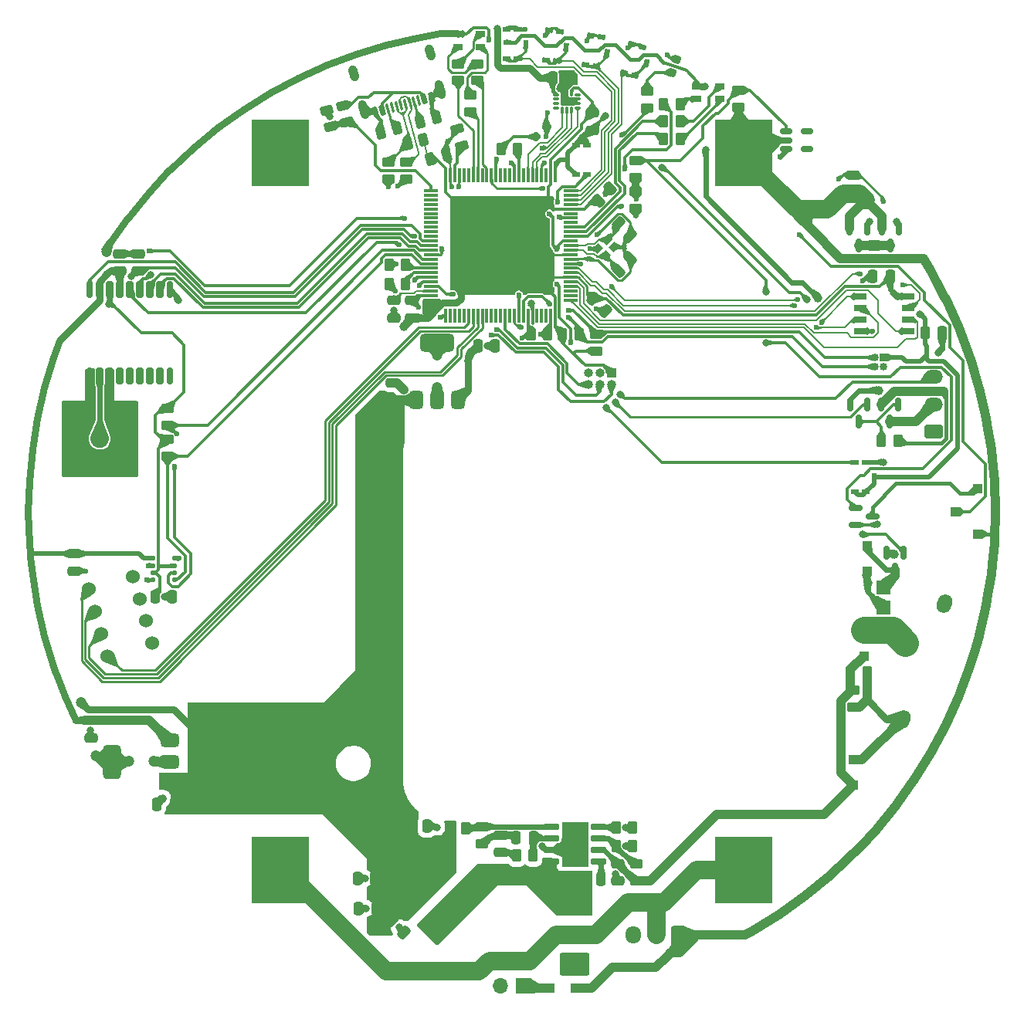
<source format=gbr>
%TF.GenerationSoftware,KiCad,Pcbnew,8.0.5*%
%TF.CreationDate,2025-02-19T23:04:30-05:00*%
%TF.ProjectId,airbrake_mod,61697262-7261-46b6-955f-6d6f642e6b69,rev?*%
%TF.SameCoordinates,Original*%
%TF.FileFunction,Copper,L1,Top*%
%TF.FilePolarity,Positive*%
%FSLAX46Y46*%
G04 Gerber Fmt 4.6, Leading zero omitted, Abs format (unit mm)*
G04 Created by KiCad (PCBNEW 8.0.5) date 2025-02-19 23:04:30*
%MOMM*%
%LPD*%
G01*
G04 APERTURE LIST*
G04 Aperture macros list*
%AMRoundRect*
0 Rectangle with rounded corners*
0 $1 Rounding radius*
0 $2 $3 $4 $5 $6 $7 $8 $9 X,Y pos of 4 corners*
0 Add a 4 corners polygon primitive as box body*
4,1,4,$2,$3,$4,$5,$6,$7,$8,$9,$2,$3,0*
0 Add four circle primitives for the rounded corners*
1,1,$1+$1,$2,$3*
1,1,$1+$1,$4,$5*
1,1,$1+$1,$6,$7*
1,1,$1+$1,$8,$9*
0 Add four rect primitives between the rounded corners*
20,1,$1+$1,$2,$3,$4,$5,0*
20,1,$1+$1,$4,$5,$6,$7,0*
20,1,$1+$1,$6,$7,$8,$9,0*
20,1,$1+$1,$8,$9,$2,$3,0*%
%AMHorizOval*
0 Thick line with rounded ends*
0 $1 width*
0 $2 $3 position (X,Y) of the first rounded end (center of the circle)*
0 $4 $5 position (X,Y) of the second rounded end (center of the circle)*
0 Add line between two ends*
20,1,$1,$2,$3,$4,$5,0*
0 Add two circle primitives to create the rounded ends*
1,1,$1,$2,$3*
1,1,$1,$4,$5*%
%AMRotRect*
0 Rectangle, with rotation*
0 The origin of the aperture is its center*
0 $1 length*
0 $2 width*
0 $3 Rotation angle, in degrees counterclockwise*
0 Add horizontal line*
21,1,$1,$2,0,0,$3*%
G04 Aperture macros list end*
%TA.AperFunction,Conductor*%
%ADD10C,0.350000*%
%TD*%
%TA.AperFunction,Conductor*%
%ADD11C,0.200000*%
%TD*%
%TA.AperFunction,SMDPad,CuDef*%
%ADD12RoundRect,0.150000X-0.587500X-0.150000X0.587500X-0.150000X0.587500X0.150000X-0.587500X0.150000X0*%
%TD*%
%TA.AperFunction,SMDPad,CuDef*%
%ADD13R,1.000000X1.000000*%
%TD*%
%TA.AperFunction,SMDPad,CuDef*%
%ADD14RoundRect,0.250000X0.450000X-0.262500X0.450000X0.262500X-0.450000X0.262500X-0.450000X-0.262500X0*%
%TD*%
%TA.AperFunction,ComponentPad*%
%ADD15R,1.700000X1.700000*%
%TD*%
%TA.AperFunction,ComponentPad*%
%ADD16O,1.700000X1.700000*%
%TD*%
%TA.AperFunction,SMDPad,CuDef*%
%ADD17RoundRect,0.250000X0.300000X0.300000X-0.300000X0.300000X-0.300000X-0.300000X0.300000X-0.300000X0*%
%TD*%
%TA.AperFunction,SMDPad,CuDef*%
%ADD18RoundRect,0.250000X-0.475000X0.250000X-0.475000X-0.250000X0.475000X-0.250000X0.475000X0.250000X0*%
%TD*%
%TA.AperFunction,SMDPad,CuDef*%
%ADD19RoundRect,0.250000X0.475000X-0.250000X0.475000X0.250000X-0.475000X0.250000X-0.475000X-0.250000X0*%
%TD*%
%TA.AperFunction,SMDPad,CuDef*%
%ADD20RoundRect,0.250000X0.300000X-0.300000X0.300000X0.300000X-0.300000X0.300000X-0.300000X-0.300000X0*%
%TD*%
%TA.AperFunction,SMDPad,CuDef*%
%ADD21RoundRect,0.250000X-0.250000X-0.475000X0.250000X-0.475000X0.250000X0.475000X-0.250000X0.475000X0*%
%TD*%
%TA.AperFunction,SMDPad,CuDef*%
%ADD22RoundRect,0.250000X-0.262500X-0.450000X0.262500X-0.450000X0.262500X0.450000X-0.262500X0.450000X0*%
%TD*%
%TA.AperFunction,SMDPad,CuDef*%
%ADD23RotRect,0.900000X0.800000X225.000000*%
%TD*%
%TA.AperFunction,ComponentPad*%
%ADD24R,0.850000X0.850000*%
%TD*%
%TA.AperFunction,ComponentPad*%
%ADD25O,0.850000X0.850000*%
%TD*%
%TA.AperFunction,SMDPad,CuDef*%
%ADD26RoundRect,0.250000X-0.450000X0.262500X-0.450000X-0.262500X0.450000X-0.262500X0.450000X0.262500X0*%
%TD*%
%TA.AperFunction,SMDPad,CuDef*%
%ADD27RoundRect,0.150000X-0.512500X-0.150000X0.512500X-0.150000X0.512500X0.150000X-0.512500X0.150000X0*%
%TD*%
%TA.AperFunction,SMDPad,CuDef*%
%ADD28RoundRect,0.150000X-0.150000X0.587500X-0.150000X-0.587500X0.150000X-0.587500X0.150000X0.587500X0*%
%TD*%
%TA.AperFunction,SMDPad,CuDef*%
%ADD29R,1.500000X1.600000*%
%TD*%
%TA.AperFunction,SMDPad,CuDef*%
%ADD30RoundRect,0.250000X0.262500X0.450000X-0.262500X0.450000X-0.262500X-0.450000X0.262500X-0.450000X0*%
%TD*%
%TA.AperFunction,SMDPad,CuDef*%
%ADD31R,1.000000X0.800000*%
%TD*%
%TA.AperFunction,SMDPad,CuDef*%
%ADD32RoundRect,0.125000X-0.137500X0.125000X-0.137500X-0.125000X0.137500X-0.125000X0.137500X0.125000X0*%
%TD*%
%TA.AperFunction,SMDPad,CuDef*%
%ADD33R,6.350000X7.340000*%
%TD*%
%TA.AperFunction,ComponentPad*%
%ADD34C,1.524000*%
%TD*%
%TA.AperFunction,ComponentPad*%
%ADD35RoundRect,0.250000X0.600000X0.725000X-0.600000X0.725000X-0.600000X-0.725000X0.600000X-0.725000X0*%
%TD*%
%TA.AperFunction,ComponentPad*%
%ADD36O,1.700000X1.950000*%
%TD*%
%TA.AperFunction,ComponentPad*%
%ADD37O,2.020000X1.500000*%
%TD*%
%TA.AperFunction,ComponentPad*%
%ADD38RoundRect,0.250001X0.759999X-0.499999X0.759999X0.499999X-0.759999X0.499999X-0.759999X-0.499999X0*%
%TD*%
%TA.AperFunction,SMDPad,CuDef*%
%ADD39RoundRect,0.036089X-0.363911X-0.238911X0.363911X-0.238911X0.363911X0.238911X-0.363911X0.238911X0*%
%TD*%
%TA.AperFunction,SMDPad,CuDef*%
%ADD40RoundRect,0.036089X-0.238911X0.413911X-0.238911X-0.413911X0.238911X-0.413911X0.238911X0.413911X0*%
%TD*%
%TA.AperFunction,SMDPad,CuDef*%
%ADD41RoundRect,0.036089X0.363911X0.238911X-0.363911X0.238911X-0.363911X-0.238911X0.363911X-0.238911X0*%
%TD*%
%TA.AperFunction,SMDPad,CuDef*%
%ADD42RoundRect,0.036089X0.238911X-0.413911X0.238911X0.413911X-0.238911X0.413911X-0.238911X-0.413911X0*%
%TD*%
%TA.AperFunction,SMDPad,CuDef*%
%ADD43RoundRect,0.250000X-1.400000X-1.000000X1.400000X-1.000000X1.400000X1.000000X-1.400000X1.000000X0*%
%TD*%
%TA.AperFunction,SMDPad,CuDef*%
%ADD44RoundRect,0.250000X0.250000X0.475000X-0.250000X0.475000X-0.250000X-0.475000X0.250000X-0.475000X0*%
%TD*%
%TA.AperFunction,SMDPad,CuDef*%
%ADD45RoundRect,0.250000X-0.137087X-0.502607X0.370024X-0.366727X0.137087X0.502607X-0.370024X0.366727X0*%
%TD*%
%TA.AperFunction,SMDPad,CuDef*%
%ADD46RoundRect,0.250000X-0.512652X-0.159099X-0.159099X-0.512652X0.512652X0.159099X0.159099X0.512652X0*%
%TD*%
%TA.AperFunction,SMDPad,CuDef*%
%ADD47RoundRect,0.250000X-0.523520X0.118542X-0.394110X-0.364421X0.523520X-0.118542X0.394110X0.364421X0*%
%TD*%
%TA.AperFunction,SMDPad,CuDef*%
%ADD48RoundRect,0.087500X0.087500X0.225000X-0.087500X0.225000X-0.087500X-0.225000X0.087500X-0.225000X0*%
%TD*%
%TA.AperFunction,SMDPad,CuDef*%
%ADD49RoundRect,0.087500X0.225000X0.087500X-0.225000X0.087500X-0.225000X-0.087500X0.225000X-0.087500X0*%
%TD*%
%TA.AperFunction,SMDPad,CuDef*%
%ADD50RoundRect,0.375000X0.625000X0.375000X-0.625000X0.375000X-0.625000X-0.375000X0.625000X-0.375000X0*%
%TD*%
%TA.AperFunction,SMDPad,CuDef*%
%ADD51RoundRect,0.500000X0.500000X1.400000X-0.500000X1.400000X-0.500000X-1.400000X0.500000X-1.400000X0*%
%TD*%
%TA.AperFunction,SMDPad,CuDef*%
%ADD52R,1.450000X0.800000*%
%TD*%
%TA.AperFunction,ComponentPad*%
%ADD53C,2.050000*%
%TD*%
%TA.AperFunction,ComponentPad*%
%ADD54C,2.250000*%
%TD*%
%TA.AperFunction,SMDPad,CuDef*%
%ADD55RoundRect,0.250000X0.137087X0.502607X-0.370024X0.366727X-0.137087X-0.502607X0.370024X-0.366727X0*%
%TD*%
%TA.AperFunction,SMDPad,CuDef*%
%ADD56RoundRect,0.218750X-0.165979X0.293200X-0.315613X-0.117915X0.165979X-0.293200X0.315613X0.117915X0*%
%TD*%
%TA.AperFunction,SMDPad,CuDef*%
%ADD57RoundRect,0.250000X0.159099X-0.512652X0.512652X-0.159099X-0.159099X0.512652X-0.512652X0.159099X0*%
%TD*%
%TA.AperFunction,SMDPad,CuDef*%
%ADD58RoundRect,0.036089X-0.383349X-0.206285X0.341704X-0.269719X0.383349X0.206285X-0.341704X0.269719X0*%
%TD*%
%TA.AperFunction,SMDPad,CuDef*%
%ADD59RoundRect,0.036089X-0.201927X0.433158X-0.274077X-0.391513X0.201927X-0.433158X0.274077X0.391513X0*%
%TD*%
%TA.AperFunction,SMDPad,CuDef*%
%ADD60RoundRect,0.250000X-0.159099X0.512652X-0.512652X0.159099X0.159099X-0.512652X0.512652X-0.159099X0*%
%TD*%
%TA.AperFunction,HeatsinkPad*%
%ADD61C,0.500000*%
%TD*%
%TA.AperFunction,HeatsinkPad*%
%ADD62R,2.950000X4.900000*%
%TD*%
%TA.AperFunction,SMDPad,CuDef*%
%ADD63RoundRect,0.150000X0.737500X0.150000X-0.737500X0.150000X-0.737500X-0.150000X0.737500X-0.150000X0*%
%TD*%
%TA.AperFunction,ComponentPad*%
%ADD64HorizOval,1.600000X0.085505X0.234923X-0.085505X-0.234923X0*%
%TD*%
%TA.AperFunction,ComponentPad*%
%ADD65HorizOval,1.000000X-0.103528X0.386370X0.103528X-0.386370X0*%
%TD*%
%TA.AperFunction,ComponentPad*%
%ADD66HorizOval,1.000000X-0.142350X0.531259X0.142350X-0.531259X0*%
%TD*%
%TA.AperFunction,SMDPad,CuDef*%
%ADD67RoundRect,0.150000X0.034891X0.449341X-0.254887X0.371696X-0.034891X-0.449341X0.254887X-0.371696X0*%
%TD*%
%TA.AperFunction,SMDPad,CuDef*%
%ADD68RoundRect,0.075000X-0.056965X0.502374X-0.201854X0.463551X0.056965X-0.502374X0.201854X-0.463551X0*%
%TD*%
%TA.AperFunction,SMDPad,CuDef*%
%ADD69RoundRect,0.375000X0.375000X-0.625000X0.375000X0.625000X-0.375000X0.625000X-0.375000X-0.625000X0*%
%TD*%
%TA.AperFunction,SMDPad,CuDef*%
%ADD70RoundRect,0.500000X1.400000X-0.500000X1.400000X0.500000X-1.400000X0.500000X-1.400000X-0.500000X0*%
%TD*%
%TA.AperFunction,SMDPad,CuDef*%
%ADD71RoundRect,0.218750X-0.026517X0.335876X-0.335876X0.026517X0.026517X-0.335876X0.335876X-0.026517X0*%
%TD*%
%TA.AperFunction,SMDPad,CuDef*%
%ADD72RoundRect,0.075000X0.725000X0.075000X-0.725000X0.075000X-0.725000X-0.075000X0.725000X-0.075000X0*%
%TD*%
%TA.AperFunction,SMDPad,CuDef*%
%ADD73RoundRect,0.075000X0.075000X0.725000X-0.075000X0.725000X-0.075000X-0.725000X0.075000X-0.725000X0*%
%TD*%
%TA.AperFunction,SMDPad,CuDef*%
%ADD74RoundRect,0.175000X-0.175000X0.725000X-0.175000X-0.725000X0.175000X-0.725000X0.175000X0.725000X0*%
%TD*%
%TA.AperFunction,SMDPad,CuDef*%
%ADD75RoundRect,0.200000X-0.200000X0.700000X-0.200000X-0.700000X0.200000X-0.700000X0.200000X0.700000X0*%
%TD*%
%TA.AperFunction,ComponentPad*%
%ADD76R,1.000000X1.000000*%
%TD*%
%TA.AperFunction,ComponentPad*%
%ADD77O,1.000000X1.000000*%
%TD*%
%TA.AperFunction,SMDPad,CuDef*%
%ADD78RoundRect,0.400000X2.598617X2.032932X2.032932X2.598617X-2.598617X-2.032932X-2.032932X-2.598617X0*%
%TD*%
%TA.AperFunction,SMDPad,CuDef*%
%ADD79RoundRect,0.250000X-0.502607X0.137087X-0.366727X-0.370024X0.502607X-0.137087X0.366727X0.370024X0*%
%TD*%
%TA.AperFunction,SMDPad,CuDef*%
%ADD80RoundRect,0.250000X-0.118542X-0.523520X0.364421X-0.394110X0.118542X0.523520X-0.364421X0.394110X0*%
%TD*%
%TA.AperFunction,SMDPad,CuDef*%
%ADD81RoundRect,0.036089X-0.399869X-0.172089X0.316896X-0.298474X0.399869X0.172089X-0.316896X0.298474X0*%
%TD*%
%TA.AperFunction,SMDPad,CuDef*%
%ADD82RoundRect,0.036089X-0.163407X0.449109X-0.307156X-0.366136X0.163407X-0.449109X0.307156X0.366136X0*%
%TD*%
%TA.AperFunction,SMDPad,CuDef*%
%ADD83RoundRect,0.250000X0.502607X-0.137087X0.366727X0.370024X-0.502607X0.137087X-0.366727X-0.370024X0*%
%TD*%
%TA.AperFunction,SMDPad,CuDef*%
%ADD84RoundRect,0.036089X-0.413346X-0.136583X0.289676X-0.324957X0.413346X0.136583X-0.289676X0.324957X0*%
%TD*%
%TA.AperFunction,SMDPad,CuDef*%
%ADD85RoundRect,0.036089X-0.123642X0.461642X-0.337898X-0.337973X0.123642X-0.461642X0.337898X0.337973X0*%
%TD*%
%TA.AperFunction,ViaPad*%
%ADD86C,0.800000*%
%TD*%
%TA.AperFunction,ViaPad*%
%ADD87C,0.600000*%
%TD*%
%TA.AperFunction,ViaPad*%
%ADD88C,1.000000*%
%TD*%
%TA.AperFunction,ViaPad*%
%ADD89C,1.200000*%
%TD*%
%TA.AperFunction,ViaPad*%
%ADD90C,2.500000*%
%TD*%
%TA.AperFunction,Conductor*%
%ADD91C,0.300000*%
%TD*%
%TA.AperFunction,Conductor*%
%ADD92C,0.600000*%
%TD*%
%TA.AperFunction,Conductor*%
%ADD93C,0.250000*%
%TD*%
%TA.AperFunction,Conductor*%
%ADD94C,0.582400*%
%TD*%
%TA.AperFunction,Conductor*%
%ADD95C,0.500000*%
%TD*%
%TA.AperFunction,Conductor*%
%ADD96C,0.400000*%
%TD*%
%TA.AperFunction,Conductor*%
%ADD97C,2.000000*%
%TD*%
%TA.AperFunction,Conductor*%
%ADD98C,1.000000*%
%TD*%
%TA.AperFunction,Conductor*%
%ADD99C,0.800000*%
%TD*%
%TA.AperFunction,Conductor*%
%ADD100C,3.000000*%
%TD*%
G04 APERTURE END LIST*
D10*
%TO.N,3V6_SWITCHING*%
X116600000Y-50700000D02*
X119100000Y-51600000D01*
D11*
%TO.N,3V3_MCU*%
X90279997Y-59159997D02*
X90879997Y-61399997D01*
%TD*%
D12*
%TO.P,Q6,1,G*%
%TO.N,Net-(Q6-G)*%
X137625000Y-99550000D03*
%TO.P,Q6,2,S*%
%TO.N,GND*%
X137625000Y-101450000D03*
%TO.P,Q6,3,D*%
%TO.N,Net-(Q6-D)*%
X139500000Y-100500000D03*
%TD*%
D13*
%TO.P,SW8,1,C*%
%TO.N,+BATT*%
X151050000Y-102450000D03*
%TO.P,SW8,2,B*%
%TO.N,Net-(Q4-G)*%
X148550000Y-100000000D03*
%TO.P,SW8,3,A*%
%TO.N,Net-(Q6-D)*%
X151050000Y-97500000D03*
%TD*%
D14*
%TO.P,R35,1*%
%TO.N,+BATT*%
X124800000Y-55612500D03*
%TO.P,R35,2*%
%TO.N,Net-(Q6-G)*%
X124800000Y-53787500D03*
%TD*%
%TO.P,R32,1*%
%TO.N,+BATT*%
X137400000Y-64912500D03*
%TO.P,R32,2*%
%TO.N,Net-(Q4-G)*%
X137400000Y-63087500D03*
%TD*%
D15*
%TO.P,J7,1,Pin_1*%
%TO.N,Net-(D11-A)*%
X101275000Y-152000000D03*
D16*
%TO.P,J7,2,Pin_2*%
%TO.N,GND*%
X98735000Y-152000000D03*
%TD*%
D17*
%TO.P,D11,1,K*%
%TO.N,+BATT*%
X106900000Y-152250000D03*
%TO.P,D11,2,A*%
%TO.N,Net-(D11-A)*%
X104100000Y-152250000D03*
%TD*%
D18*
%TO.P,C28,2*%
%TO.N,GND*%
X108800000Y-58150000D03*
%TO.P,C28,1*%
%TO.N,3V3_MCU*%
X108800000Y-56250000D03*
%TD*%
D19*
%TO.P,C27,1*%
%TO.N,3V3_MCU*%
X59000000Y-73600000D03*
%TO.P,C27,2*%
%TO.N,GND*%
X59000000Y-71700000D03*
%TD*%
D20*
%TO.P,D10,1,K*%
%TO.N,3V6_SWITCHING*%
X138900000Y-106500000D03*
%TO.P,D10,2,A*%
%TO.N,Net-(BZ1--)*%
X138900000Y-103700000D03*
%TD*%
D21*
%TO.P,C26,1*%
%TO.N,3V3_MCU*%
X60850000Y-109300000D03*
%TO.P,C26,2*%
%TO.N,GND*%
X62750000Y-109300000D03*
%TD*%
D22*
%TO.P,R28,1*%
%TO.N,Net-(Q1-D)*%
X140487500Y-92200000D03*
%TO.P,R28,2*%
%TO.N,+BATT_SW*%
X142312500Y-92200000D03*
%TD*%
D23*
%TO.P,Y1,1,1*%
%TO.N,XTAL_1*%
X110406066Y-70166117D03*
%TO.P,Y1,2,2*%
%TO.N,GND*%
X109416117Y-71156066D03*
%TO.P,Y1,3,3*%
%TO.N,XTAL_0*%
X110193934Y-71933883D03*
%TO.P,Y1,4,4*%
%TO.N,GND*%
X111183883Y-70943934D03*
%TD*%
D18*
%TO.P,C25,1*%
%TO.N,3V3_Sensors*%
X52000000Y-104600000D03*
%TO.P,C25,2*%
%TO.N,GND*%
X52000000Y-106500000D03*
%TD*%
D21*
%TO.P,C24,1*%
%TO.N,3V3_MCU*%
X145250000Y-80400000D03*
%TO.P,C24,2*%
%TO.N,GND*%
X147150000Y-80400000D03*
%TD*%
D24*
%TO.P,J6,1,Pin_1*%
%TO.N,3V3_MCU*%
X140750000Y-83100000D03*
D25*
%TO.P,J6,2,Pin_2*%
%TO.N,GND*%
X140750000Y-84100000D03*
%TO.P,J6,3,Pin_3*%
%TO.N,EXT_I2C1_SDA*%
X139750000Y-83100000D03*
%TO.P,J6,4,Pin_4*%
%TO.N,EXT_I2C1_SCL*%
X139750000Y-84100000D03*
%TD*%
D26*
%TO.P,R34,2*%
%TO.N,GND*%
X113550000Y-66712500D03*
%TO.P,R34,1*%
%TO.N,BAT_OK_MCU*%
X113550000Y-64887500D03*
%TD*%
%TO.P,R33,1*%
%TO.N,Net-(Q6-G)*%
X113550000Y-61487500D03*
%TO.P,R33,2*%
%TO.N,BAT_OK_MCU*%
X113550000Y-63312500D03*
%TD*%
D27*
%TO.P,U10,1,VOUT*%
%TO.N,Net-(Q6-G)*%
X130012500Y-58300000D03*
%TO.P,U10,2,VDD*%
%TO.N,+BATT*%
X130012500Y-59250000D03*
%TO.P,U10,3,GND*%
%TO.N,GND*%
X130012500Y-60200000D03*
%TO.P,U10,4*%
%TO.N,N/C*%
X132287500Y-60200000D03*
%TO.P,U10,5*%
X132287500Y-58300000D03*
%TD*%
D28*
%TO.P,Q5,1,G*%
%TO.N,Net-(Q4-G)*%
X138912500Y-68912500D03*
%TO.P,Q5,2,S*%
%TO.N,+BATT*%
X137012500Y-68912500D03*
%TO.P,Q5,3,D*%
%TO.N,+BATT_SW*%
X137962500Y-70787500D03*
%TD*%
%TO.P,Q4,1,G*%
%TO.N,Net-(Q4-G)*%
X142407500Y-68912500D03*
%TO.P,Q4,2,S*%
%TO.N,+BATT*%
X140507500Y-68912500D03*
%TO.P,Q4,3,D*%
%TO.N,+BATT_SW*%
X141457500Y-70787500D03*
%TD*%
%TO.P,Q3,3,D*%
%TO.N,Net-(BZ1--)*%
X142000000Y-106337500D03*
%TO.P,Q3,2,S*%
%TO.N,GND*%
X141050000Y-104462500D03*
%TO.P,Q3,1,G*%
%TO.N,Buzzer_H*%
X142950000Y-104462500D03*
%TD*%
D29*
%TO.P,BZ1,1,+*%
%TO.N,3V6_SWITCHING*%
X140700000Y-110500000D03*
%TO.P,BZ1,2,-*%
%TO.N,Net-(BZ1--)*%
X140700000Y-108300000D03*
%TD*%
D30*
%TO.P,R31,1*%
%TO.N,Net-(D9-BK)*%
X118412500Y-57200000D03*
%TO.P,R31,2*%
%TO.N,STATUS1_B*%
X116587500Y-57200000D03*
%TD*%
%TO.P,R30,1*%
%TO.N,Net-(D9-GK)*%
X118412500Y-59100000D03*
%TO.P,R30,2*%
%TO.N,STATUS1_G*%
X116587500Y-59100000D03*
%TD*%
%TO.P,R29,1*%
%TO.N,Net-(D9-RK)*%
X118412500Y-55300000D03*
%TO.P,R29,2*%
%TO.N,STATUS1_R*%
X116587500Y-55300000D03*
%TD*%
D31*
%TO.P,D9,1,A*%
%TO.N,3V6_SWITCHING*%
X120250000Y-53350000D03*
%TO.P,D9,2,RK*%
%TO.N,Net-(D9-RK)*%
X120250000Y-54750000D03*
%TO.P,D9,3,GK*%
%TO.N,Net-(D9-GK)*%
X122750000Y-54750000D03*
%TO.P,D9,4,BK*%
%TO.N,Net-(D9-BK)*%
X122750000Y-53350000D03*
%TD*%
D32*
%TO.P,U9,1,GND*%
%TO.N,GND*%
X62975000Y-105100000D03*
%TO.P,U9,2,CSB*%
%TO.N,3V3_MCU*%
X62975000Y-105900000D03*
%TO.P,U9,3,SDI*%
%TO.N,BME680_I2C3_SDA*%
X62975000Y-106700000D03*
%TO.P,U9,4,SCK*%
%TO.N,BME680_I2C3_SCL*%
X62975000Y-107500000D03*
%TO.P,U9,5,SDO*%
%TO.N,GND*%
X60600000Y-107500000D03*
%TO.P,U9,6,VDDIO*%
%TO.N,3V3_MCU*%
X60600000Y-106700000D03*
%TO.P,U9,7,GND*%
%TO.N,GND*%
X60600000Y-105900000D03*
%TO.P,U9,8,VDD*%
%TO.N,3V3_Sensors*%
X60600000Y-105100000D03*
%TD*%
D33*
%TO.P,BT2,1,+*%
%TO.N,BATT_TAP*%
X74599997Y-139329997D03*
%TO.P,BT2,2,-*%
%TO.N,GND*%
X74599997Y-60669997D03*
%TD*%
D34*
%TO.P,SW3,1*%
%TO.N,MODE_0*%
X55651661Y-115826899D03*
%TO.P,SW3,2*%
%TO.N,MODE_1*%
X54951542Y-113385294D03*
%TO.P,SW3,3*%
%TO.N,MODE_2*%
X54251424Y-110943690D03*
%TO.P,SW3,4*%
%TO.N,MODE_3*%
X53551305Y-108502085D03*
%TO.P,SW3,5*%
%TO.N,GND*%
X60534871Y-114426661D03*
X59834752Y-111985057D03*
X59134633Y-109543452D03*
X58434514Y-107101847D03*
%TD*%
D35*
%TO.P,J5,1,Pin_1*%
%TO.N,+BATT*%
X118300000Y-146400000D03*
D36*
%TO.P,J5,2,Pin_2*%
%TO.N,BATT_TAP*%
X115800000Y-146400000D03*
%TO.P,J5,3,Pin_3*%
%TO.N,GND*%
X113300000Y-146400000D03*
%TD*%
D37*
%TO.P,J4,3,Pin_3*%
%TO.N,SERVO_SIG*%
X146200000Y-85200000D03*
%TO.P,J4,2,Pin_2*%
%TO.N,SERVO+*%
X146200000Y-88200000D03*
D38*
%TO.P,J4,1,Pin_1*%
%TO.N,GND*%
X146200000Y-91200000D03*
%TD*%
D39*
%TO.P,SW2,SH,B*%
%TO.N,GND*%
X138800000Y-94570000D03*
%TO.P,SW2,2,2*%
%TO.N,3V3_MCU*%
X137600000Y-97830000D03*
X138800000Y-97830000D03*
D40*
X139680000Y-96200000D03*
D39*
%TO.P,SW2,1,1*%
%TO.N,Net-(U1-BOOT0)*%
X137600000Y-94570000D03*
%TD*%
D41*
%TO.P,SW1,SH,B*%
%TO.N,GND*%
X107000000Y-63030000D03*
%TO.P,SW1,2,2*%
X108200000Y-59770000D03*
X107000000Y-59770000D03*
D42*
X106120000Y-61400000D03*
D41*
%TO.P,SW1,1,1*%
%TO.N,MCU_NRST*%
X108200000Y-63030000D03*
%TD*%
D28*
%TO.P,Q2,1,G*%
%TO.N,Net-(Q1-D)*%
X142350000Y-88262500D03*
%TO.P,Q2,2,S*%
%TO.N,+BATT_SW*%
X140450000Y-88262500D03*
%TO.P,Q2,3,D*%
%TO.N,SERVO+*%
X141400000Y-90137500D03*
%TD*%
%TO.P,Q1,1,G*%
%TO.N,SERVO_EN*%
X138950000Y-88262500D03*
%TO.P,Q1,2,S*%
%TO.N,GND*%
X137050000Y-88262500D03*
%TO.P,Q1,3,D*%
%TO.N,Net-(Q1-D)*%
X138000000Y-90137500D03*
%TD*%
D43*
%TO.P,D3,1,K*%
%TO.N,Net-(D3-K)*%
X106849997Y-142799997D03*
%TO.P,D3,2,A*%
%TO.N,GND*%
X106849997Y-149599997D03*
%TD*%
D44*
%TO.P,C17,1*%
%TO.N,Net-(U3-BOOT)*%
X109749997Y-140269997D03*
%TO.P,C17,2*%
%TO.N,Net-(D3-K)*%
X107849997Y-140269997D03*
%TD*%
D45*
%TO.P,R4,1*%
%TO.N,USB_D+*%
X88518590Y-59636169D03*
%TO.P,R4,2*%
%TO.N,3V3_MCU*%
X90281404Y-59163825D03*
%TD*%
D46*
%TO.P,C6,1*%
%TO.N,3V3_MCU*%
X108878249Y-76628249D03*
%TO.P,C6,2*%
%TO.N,GND*%
X110221751Y-77971751D03*
%TD*%
D22*
%TO.P,R22,1*%
%TO.N,+BATT_PROT*%
X137087500Y-117600000D03*
%TO.P,R22,2*%
%TO.N,Net-(D5-A)*%
X138912500Y-117600000D03*
%TD*%
D47*
%TO.P,C8,1*%
%TO.N,GND*%
X93954119Y-58032367D03*
%TO.P,C8,2*%
%TO.N,Net-(C8-Pad2)*%
X94445875Y-59867627D03*
%TD*%
D18*
%TO.P,C14,1*%
%TO.N,+BATT_PROT*%
X111599997Y-138619997D03*
%TO.P,C14,2*%
%TO.N,GND*%
X111599997Y-140519997D03*
%TD*%
D48*
%TO.P,U8,14,SDI*%
%TO.N,ACCEL_SDI*%
X106500000Y-55912500D03*
%TO.P,U8,13,SCLK*%
%TO.N,ACCEL_SCLK*%
X106000000Y-55912500D03*
%TO.P,U8,12,CS*%
%TO.N,ACCEL_CS*%
X105500000Y-55912500D03*
D49*
%TO.P,U8,11*%
%TO.N,N/C*%
X104837500Y-55750000D03*
%TO.P,U8,10*%
X104837500Y-55250000D03*
%TO.P,U8,9,INT2*%
%TO.N,unconnected-(U8-INT2-Pad9)*%
X104837500Y-54750000D03*
%TO.P,U8,8,VDD*%
%TO.N,3V3_Sensors*%
X104837500Y-54250000D03*
D48*
%TO.P,U8,7,GND*%
%TO.N,GND*%
X105500000Y-54087500D03*
%TO.P,U8,6,GND*%
X106000000Y-54087500D03*
%TO.P,U8,5,VCCIO*%
%TO.N,3V3_MCU*%
X106500000Y-54087500D03*
D49*
%TO.P,U8,4,INT1*%
%TO.N,unconnected-(U8-INT1-Pad4)*%
X107162500Y-54250000D03*
%TO.P,U8,3,SCx*%
%TO.N,GND*%
X107162500Y-54750000D03*
%TO.P,U8,2,SDx*%
X107162500Y-55250000D03*
%TO.P,U8,1,SDO*%
%TO.N,ACCEL_SDO*%
X107162500Y-55750000D03*
%TD*%
D19*
%TO.P,C7,1*%
%TO.N,3V3_Sensors*%
X57000000Y-73600000D03*
%TO.P,C7,2*%
%TO.N,GND*%
X57000000Y-71700000D03*
%TD*%
D26*
%TO.P,R10,1*%
%TO.N,3V6_FB*%
X96699997Y-134587497D03*
%TO.P,R10,2*%
%TO.N,GND*%
X96699997Y-136412497D03*
%TD*%
D50*
%TO.P,U5,1,VI*%
%TO.N,3V6_SWITCHING*%
X62449997Y-129699997D03*
%TO.P,U5,2,GND*%
%TO.N,GND*%
X62449997Y-127399997D03*
D51*
X56149997Y-127399997D03*
D50*
%TO.P,U5,3,VO*%
%TO.N,3V3_Sensors*%
X62449997Y-125099997D03*
%TD*%
D52*
%TO.P,U6,1,CS*%
%TO.N,FLASH_CS*%
X138174997Y-76394997D03*
%TO.P,U6,2,SO/SIO1*%
%TO.N,FLASH_SPI_SDO*%
X138174997Y-77664997D03*
%TO.P,U6,3,WP/SIO2*%
%TO.N,FLASH_WP*%
X138174997Y-78934997D03*
%TO.P,U6,4,GND*%
%TO.N,GND*%
X138174997Y-80204997D03*
%TO.P,U6,5,SI/SIO0*%
%TO.N,FLASH_SPI_SDI*%
X143424997Y-80204997D03*
%TO.P,U6,6,SCLK*%
%TO.N,FLASH_SPI_SCLK*%
X143424997Y-78934997D03*
%TO.P,U6,7,RST/SIO3*%
%TO.N,FLASH_RST*%
X143424997Y-77664997D03*
%TO.P,U6,8,VCC*%
%TO.N,3V3_MCU*%
X143424997Y-76394997D03*
%TD*%
D53*
%TO.P,J1,1,In*%
%TO.N,Net-(J1-In)*%
X54799997Y-91999997D03*
D54*
%TO.P,J1,2,Ext*%
%TO.N,GND*%
X57339997Y-89459997D03*
X52259997Y-89459997D03*
X57339997Y-94539997D03*
X52259997Y-94539997D03*
%TD*%
D30*
%TO.P,R27,1*%
%TO.N,STATUS2*%
X100612500Y-60200000D03*
%TO.P,R27,2*%
%TO.N,Net-(D8-A)*%
X98787500Y-60200000D03*
%TD*%
D55*
%TO.P,R2,1*%
%TO.N,Net-(J2-CC2)*%
X87360985Y-57941723D03*
%TO.P,R2,2*%
%TO.N,GND*%
X85598171Y-58414067D03*
%TD*%
D56*
%TO.P,D7,1,K*%
%TO.N,GND*%
X118054387Y-50395976D03*
%TO.P,D7,2,A*%
%TO.N,Net-(D7-A)*%
X117515707Y-51875992D03*
%TD*%
D57*
%TO.P,C5,1*%
%TO.N,3V3_MCU*%
X109428246Y-65871748D03*
%TO.P,C5,2*%
%TO.N,GND*%
X110771748Y-64528246D03*
%TD*%
D46*
%TO.P,C15,1*%
%TO.N,3V6_SWITCHING*%
X86828246Y-144828246D03*
%TO.P,C15,2*%
%TO.N,GND*%
X88171748Y-146171748D03*
%TD*%
D44*
%TO.P,C22,1*%
%TO.N,3V3_MCU*%
X141450000Y-74200000D03*
%TO.P,C22,2*%
%TO.N,GND*%
X139550000Y-74200000D03*
%TD*%
D58*
%TO.P,SW6,SH,B*%
%TO.N,GND*%
X105210868Y-47323705D03*
%TO.P,SW6,2,2*%
%TO.N,BUTT_2*%
X103731306Y-50466713D03*
X104926740Y-50571300D03*
D59*
X105945455Y-49024199D03*
D58*
%TO.P,SW6,1,1*%
%TO.N,GND*%
X104015434Y-47219118D03*
%TD*%
D44*
%TO.P,C21,1*%
%TO.N,3V6_SWITCHING*%
X85049997Y-143499997D03*
%TO.P,C21,2*%
%TO.N,GND*%
X83149997Y-143499997D03*
%TD*%
D60*
%TO.P,C1,1*%
%TO.N,GND*%
X112971751Y-72228249D03*
%TO.P,C1,2*%
%TO.N,XTAL_0*%
X111628249Y-73571751D03*
%TD*%
D26*
%TO.P,R25,1*%
%TO.N,Net-(D6-RK)*%
X96200000Y-50887500D03*
%TO.P,R25,2*%
%TO.N,STATUS0_R*%
X96200000Y-52712500D03*
%TD*%
D21*
%TO.P,C23,1*%
%TO.N,3V3_Sensors*%
X104450000Y-52400000D03*
%TO.P,C23,2*%
%TO.N,GND*%
X106350000Y-52400000D03*
%TD*%
D19*
%TO.P,C4,1*%
%TO.N,3V3_MCU*%
X88979997Y-78749997D03*
%TO.P,C4,2*%
%TO.N,GND*%
X88979997Y-76849997D03*
%TD*%
D26*
%TO.P,R24,1*%
%TO.N,Net-(D6-GK)*%
X95400000Y-54287500D03*
%TO.P,R24,2*%
%TO.N,STATUS0_G*%
X95400000Y-56112500D03*
%TD*%
D14*
%TO.P,R26,2*%
%TO.N,Net-(D7-A)*%
X114800000Y-53887500D03*
%TO.P,R26,1*%
%TO.N,STATUS_POW*%
X114800000Y-55712500D03*
%TD*%
D30*
%TO.P,R11,1*%
%TO.N,Net-(U3-COMP)*%
X102312497Y-137724997D03*
%TO.P,R11,2*%
%TO.N,Net-(C18-Pad1)*%
X100487497Y-137724997D03*
%TD*%
D61*
%TO.P,U3,9,GND*%
%TO.N,GND*%
X106249997Y-135169997D03*
X106249997Y-136469997D03*
X106249997Y-137769997D03*
D62*
X106899997Y-136469997D03*
D61*
X107549997Y-135169997D03*
X107549997Y-136469997D03*
X107549997Y-137769997D03*
D63*
%TO.P,U3,8,SW*%
%TO.N,Net-(D3-K)*%
X104337497Y-138374997D03*
%TO.P,U3,7,GND*%
%TO.N,GND*%
X104337497Y-137104997D03*
%TO.P,U3,6,COMP*%
%TO.N,Net-(U3-COMP)*%
X104337497Y-135834997D03*
%TO.P,U3,5,FB*%
%TO.N,3V6_FB*%
X104337497Y-134564997D03*
%TO.P,U3,4,RT/CLK*%
%TO.N,Net-(U3-RT{slash}CLK)*%
X109462497Y-134564997D03*
%TO.P,U3,3,EN*%
%TO.N,Net-(U3-EN)*%
X109462497Y-135834997D03*
%TO.P,U3,2,VIN*%
%TO.N,+BATT_PROT*%
X109462497Y-137104997D03*
%TO.P,U3,1,BOOT*%
%TO.N,Net-(U3-BOOT)*%
X109462497Y-138374997D03*
%TD*%
D64*
%TO.P,U7,1*%
%TO.N,Net-(D5-A)*%
X142796607Y-122759889D03*
D34*
%TO.P,U7,2*%
%TO.N,GND*%
X147413879Y-110074039D03*
D64*
X147413879Y-110074039D03*
%TD*%
D65*
%TO.P,J2,S1,SHIELD*%
%TO.N,GND*%
X82648967Y-51879725D03*
D66*
X83730831Y-55917295D03*
D65*
X90994566Y-49643528D03*
D66*
X92076430Y-53681098D03*
D67*
%TO.P,J2,B12,GND*%
X91143414Y-54526383D03*
%TO.P,J2,B9,VBUS*%
%TO.N,Net-(J2-VBUS-PadA4)*%
X90370673Y-54733438D03*
D68*
%TO.P,J2,B8,SBU2*%
%TO.N,unconnected-(J2-SBU2-PadB8)*%
X89742821Y-54901671D03*
%TO.P,J2,B7,D-*%
%TO.N,USB_D-*%
X88776894Y-55160490D03*
%TO.P,J2,B6,D+*%
%TO.N,USB_D+*%
X87328007Y-55548718D03*
%TO.P,J2,B5,CC2*%
%TO.N,Net-(J2-CC2)*%
X86362081Y-55807537D03*
D67*
%TO.P,J2,B4,VBUS*%
%TO.N,Net-(J2-VBUS-PadA4)*%
X85734229Y-55975770D03*
%TO.P,J2,B1,GND*%
%TO.N,GND*%
X84961488Y-56182825D03*
%TO.P,J2,A12,GND*%
X84961488Y-56182825D03*
%TO.P,J2,A9,VBUS*%
%TO.N,Net-(J2-VBUS-PadA4)*%
X85734229Y-55975770D03*
D68*
%TO.P,J2,A8,SBU1*%
%TO.N,unconnected-(J2-SBU1-PadA8)*%
X86845044Y-55678128D03*
%TO.P,J2,A7,D-*%
%TO.N,USB_D-*%
X87810970Y-55419309D03*
%TO.P,J2,A6,D+*%
%TO.N,USB_D+*%
X88293934Y-55289899D03*
%TO.P,J2,A5,CC1*%
%TO.N,Net-(J2-CC1)*%
X89259858Y-55031080D03*
D67*
%TO.P,J2,A4,VBUS*%
%TO.N,Net-(J2-VBUS-PadA4)*%
X90370673Y-54733438D03*
%TO.P,J2,A1,GND*%
%TO.N,GND*%
X91143414Y-54526383D03*
%TD*%
D69*
%TO.P,U4,1,VI*%
%TO.N,3V6_SWITCHING*%
X89499997Y-87749997D03*
%TO.P,U4,2,GND*%
%TO.N,GND*%
X91799997Y-87749997D03*
D70*
X91799997Y-81449997D03*
D69*
%TO.P,U4,3,VO*%
%TO.N,3V3_MCU*%
X94099997Y-87749997D03*
%TD*%
D26*
%TO.P,R17,1*%
%TO.N,3V3_MCU*%
X62199997Y-88687497D03*
%TO.P,R17,2*%
%TO.N,BME680_I2C3_SDA*%
X62199997Y-90512497D03*
%TD*%
D30*
%TO.P,R15,1*%
%TO.N,EYE_L*%
X88312497Y-74999997D03*
%TO.P,R15,2*%
%TO.N,Net-(D1-A)*%
X86487497Y-74999997D03*
%TD*%
D19*
%TO.P,C9,1*%
%TO.N,GND*%
X86999997Y-78749997D03*
%TO.P,C9,2*%
%TO.N,Net-(C9-Pad2)*%
X86999997Y-76849997D03*
%TD*%
D30*
%TO.P,R1,1*%
%TO.N,GND*%
X103912497Y-80499997D03*
%TO.P,R1,2*%
%TO.N,Net-(U1-BOOT0)*%
X102087497Y-80499997D03*
%TD*%
D26*
%TO.P,R6,1*%
%TO.N,USB_D-*%
X88399997Y-61687497D03*
%TO.P,R6,2*%
%TO.N,MCU_USB_D-*%
X88399997Y-63512497D03*
%TD*%
%TO.P,R5,1*%
%TO.N,USB_D+*%
X86399997Y-61687497D03*
%TO.P,R5,2*%
%TO.N,MCU_USB_D+*%
X86399997Y-63512497D03*
%TD*%
%TO.P,R21,1*%
%TO.N,+BATT_PROT*%
X137400000Y-119600000D03*
%TO.P,R21,2*%
%TO.N,Net-(D5-A)*%
X137400000Y-121425000D03*
%TD*%
D71*
%TO.P,D8,1,K*%
%TO.N,GND*%
X103756847Y-57743153D03*
%TO.P,D8,2,A*%
%TO.N,Net-(D8-A)*%
X102643153Y-58856847D03*
%TD*%
D26*
%TO.P,R18,1*%
%TO.N,3V3_MCU*%
X62199997Y-92087497D03*
%TO.P,R18,2*%
%TO.N,BME680_I2C3_SCL*%
X62199997Y-93912497D03*
%TD*%
D19*
%TO.P,C10,1*%
%TO.N,3V6_SWITCHING*%
X86899997Y-87749997D03*
%TO.P,C10,2*%
%TO.N,GND*%
X86899997Y-85849997D03*
%TD*%
D72*
%TO.P,U1,1,PE2*%
%TO.N,FLASH_SPI_SCLK*%
X106404997Y-76789997D03*
%TO.P,U1,2,PE3*%
%TO.N,unconnected-(U1-PE3-Pad2)*%
X106404997Y-76289997D03*
%TO.P,U1,3,PE4*%
%TO.N,unconnected-(U1-PE4-Pad3)*%
X106404997Y-75789997D03*
%TO.P,U1,4,PE5*%
%TO.N,FLASH_SPI_SDO*%
X106404997Y-75289997D03*
%TO.P,U1,5,PE6*%
%TO.N,FLASH_SPI_SDI*%
X106404997Y-74789997D03*
%TO.P,U1,6,VBAT*%
%TO.N,3V3_MCU*%
X106404997Y-74289997D03*
%TO.P,U1,7,PC13*%
%TO.N,FLASH_RST*%
X106404997Y-73789997D03*
%TO.P,U1,8,PC14*%
%TO.N,FLASH_WP*%
X106404997Y-73289997D03*
%TO.P,U1,9,PC15*%
%TO.N,FLASH_CS*%
X106404997Y-72789997D03*
%TO.P,U1,10,VSS*%
%TO.N,GND*%
X106404997Y-72289997D03*
%TO.P,U1,11,VDD*%
%TO.N,3V3_MCU*%
X106404997Y-71789997D03*
%TO.P,U1,12,PH0*%
%TO.N,XTAL_0*%
X106404997Y-71289997D03*
%TO.P,U1,13,PH1*%
%TO.N,XTAL_1*%
X106404997Y-70789997D03*
%TO.P,U1,14,NRST*%
%TO.N,MCU_NRST*%
X106404997Y-70289997D03*
%TO.P,U1,15,PC0*%
%TO.N,STATUS1_R*%
X106404997Y-69789997D03*
%TO.P,U1,16,PC1*%
%TO.N,STATUS1_G*%
X106404997Y-69289997D03*
%TO.P,U1,17,PC2_C*%
%TO.N,STATUS1_B*%
X106404997Y-68789997D03*
%TO.P,U1,18,PC3_C*%
%TO.N,unconnected-(U1-PC3_C-Pad18)*%
X106404997Y-68289997D03*
%TO.P,U1,19,VSSA*%
%TO.N,GND*%
X106404997Y-67789997D03*
%TO.P,U1,20,VREF+*%
%TO.N,unconnected-(U1-VREF+-Pad20)*%
X106404997Y-67289997D03*
%TO.P,U1,21,VDDA*%
%TO.N,3V3_MCU*%
X106404997Y-66789997D03*
%TO.P,U1,22,PA0*%
%TO.N,BUTT_0*%
X106404997Y-66289997D03*
%TO.P,U1,23,PA1*%
%TO.N,BUTT_1*%
X106404997Y-65789997D03*
%TO.P,U1,24,PA2*%
%TO.N,BUTT_2*%
X106404997Y-65289997D03*
%TO.P,U1,25,PA3*%
%TO.N,BUTT_3*%
X106404997Y-64789997D03*
D73*
%TO.P,U1,26,VSS*%
%TO.N,GND*%
X104729997Y-63114997D03*
%TO.P,U1,27,VDD*%
%TO.N,3V3_MCU*%
X104229997Y-63114997D03*
%TO.P,U1,28,PA4*%
%TO.N,unconnected-(U1-PA4-Pad28)*%
X103729997Y-63114997D03*
%TO.P,U1,29,PA5*%
%TO.N,ACCEL_SCLK*%
X103229997Y-63114997D03*
%TO.P,U1,30,PA6*%
%TO.N,ACCEL_SDO*%
X102729997Y-63114997D03*
%TO.P,U1,31,PA7*%
%TO.N,ACCEL_SDI*%
X102229997Y-63114997D03*
%TO.P,U1,32,PC4*%
%TO.N,ACCEL_CS*%
X101729997Y-63114997D03*
%TO.P,U1,33,PC5*%
%TO.N,unconnected-(U1-PC5-Pad33)*%
X101229997Y-63114997D03*
%TO.P,U1,34,PB0*%
%TO.N,STATUS2*%
X100729997Y-63114997D03*
%TO.P,U1,35,PB1*%
%TO.N,STATUS_POW*%
X100229997Y-63114997D03*
%TO.P,U1,36,PB2*%
%TO.N,unconnected-(U1-PB2-Pad36)*%
X99729997Y-63114997D03*
%TO.P,U1,37,PE7*%
%TO.N,unconnected-(U1-PE7-Pad37)*%
X99229997Y-63114997D03*
%TO.P,U1,38,PE8*%
%TO.N,unconnected-(U1-PE8-Pad38)*%
X98729997Y-63114997D03*
%TO.P,U1,39,PE9*%
%TO.N,Buzzer_H*%
X98229997Y-63114997D03*
%TO.P,U1,40,PE10*%
%TO.N,BAT_OK_MCU*%
X97729997Y-63114997D03*
%TO.P,U1,41,PE11*%
%TO.N,STATUS0_R*%
X97229997Y-63114997D03*
%TO.P,U1,42,PE12*%
%TO.N,unconnected-(U1-PE12-Pad42)*%
X96729997Y-63114997D03*
%TO.P,U1,43,PE13*%
%TO.N,STATUS0_G*%
X96229997Y-63114997D03*
%TO.P,U1,44,PE14*%
%TO.N,STATUS0_B*%
X95729997Y-63114997D03*
%TO.P,U1,45,PE15*%
%TO.N,unconnected-(U1-PE15-Pad45)*%
X95229997Y-63114997D03*
%TO.P,U1,46,PB10*%
%TO.N,unconnected-(U1-PB10-Pad46)*%
X94729997Y-63114997D03*
%TO.P,U1,47,PB11*%
%TO.N,GPS_TIME*%
X94229997Y-63114997D03*
%TO.P,U1,48,VCAP*%
%TO.N,Net-(C8-Pad2)*%
X93729997Y-63114997D03*
%TO.P,U1,49,VSS*%
%TO.N,GND*%
X93229997Y-63114997D03*
%TO.P,U1,50,VDD*%
%TO.N,3V3_MCU*%
X92729997Y-63114997D03*
D72*
%TO.P,U1,51,PB12*%
%TO.N,VBUS_DETECT*%
X91054997Y-64789997D03*
%TO.P,U1,52,PB13*%
%TO.N,unconnected-(U1-PB13-Pad52)*%
X91054997Y-65289997D03*
%TO.P,U1,53,PB14*%
%TO.N,unconnected-(U1-PB14-Pad53)*%
X91054997Y-65789997D03*
%TO.P,U1,54,PB15*%
%TO.N,unconnected-(U1-PB15-Pad54)*%
X91054997Y-66289997D03*
%TO.P,U1,55,PD8*%
%TO.N,unconnected-(U1-PD8-Pad55)*%
X91054997Y-66789997D03*
%TO.P,U1,56,PD9*%
%TO.N,unconnected-(U1-PD9-Pad56)*%
X91054997Y-67289997D03*
%TO.P,U1,57,PD10*%
%TO.N,unconnected-(U1-PD10-Pad57)*%
X91054997Y-67789997D03*
%TO.P,U1,58,PD11*%
%TO.N,unconnected-(U1-PD11-Pad58)*%
X91054997Y-68289997D03*
%TO.P,U1,59,PD12*%
%TO.N,unconnected-(U1-PD12-Pad59)*%
X91054997Y-68789997D03*
%TO.P,U1,60,PD13*%
%TO.N,unconnected-(U1-PD13-Pad60)*%
X91054997Y-69289997D03*
%TO.P,U1,61,PD14*%
%TO.N,unconnected-(U1-PD14-Pad61)*%
X91054997Y-69789997D03*
%TO.P,U1,62,PD15*%
%TO.N,GPS_NRST*%
X91054997Y-70289997D03*
%TO.P,U1,63,PC6*%
%TO.N,GPS_UART_RX*%
X91054997Y-70789997D03*
%TO.P,U1,64,PC7*%
%TO.N,GPS_UART_TX*%
X91054997Y-71289997D03*
%TO.P,U1,65,PC8*%
%TO.N,GPS_EXTINT*%
X91054997Y-71789997D03*
%TO.P,U1,66,PC9*%
%TO.N,BME680_I2C3_SDA*%
X91054997Y-72289997D03*
%TO.P,U1,67,PA8*%
%TO.N,BME680_I2C3_SCL*%
X91054997Y-72789997D03*
%TO.P,U1,68,PA9*%
%TO.N,EYE_R*%
X91054997Y-73289997D03*
%TO.P,U1,69,PA10*%
%TO.N,EYE_L*%
X91054997Y-73789997D03*
%TO.P,U1,70,PA11*%
%TO.N,MCU_USB_D-*%
X91054997Y-74289997D03*
%TO.P,U1,71,PA12*%
%TO.N,MCU_USB_D+*%
X91054997Y-74789997D03*
%TO.P,U1,72,PA13*%
%TO.N,MCU_SWDIO*%
X91054997Y-75289997D03*
%TO.P,U1,73,VCAP*%
%TO.N,Net-(C9-Pad2)*%
X91054997Y-75789997D03*
%TO.P,U1,74,VSS*%
%TO.N,GND*%
X91054997Y-76289997D03*
%TO.P,U1,75,VDD*%
%TO.N,3V3_MCU*%
X91054997Y-76789997D03*
D73*
%TO.P,U1,76,PA14*%
%TO.N,MCU_SWCLK*%
X92729997Y-78464997D03*
%TO.P,U1,77,PA15*%
%TO.N,unconnected-(U1-PA15-Pad77)*%
X93229997Y-78464997D03*
%TO.P,U1,78,PC10*%
%TO.N,unconnected-(U1-PC10-Pad78)*%
X93729997Y-78464997D03*
%TO.P,U1,79,PC11*%
%TO.N,unconnected-(U1-PC11-Pad79)*%
X94229997Y-78464997D03*
%TO.P,U1,80,PC12*%
%TO.N,unconnected-(U1-PC12-Pad80)*%
X94729997Y-78464997D03*
%TO.P,U1,81,PD0*%
%TO.N,MODE_0*%
X95229997Y-78464997D03*
%TO.P,U1,82,PD1*%
%TO.N,MODE_1*%
X95729997Y-78464997D03*
%TO.P,U1,83,PD2*%
%TO.N,MODE_2*%
X96229997Y-78464997D03*
%TO.P,U1,84,PD3*%
%TO.N,MODE_3*%
X96729997Y-78464997D03*
%TO.P,U1,85,PD4*%
%TO.N,unconnected-(U1-PD4-Pad85)*%
X97229997Y-78464997D03*
%TO.P,U1,86,PD5*%
%TO.N,unconnected-(U1-PD5-Pad86)*%
X97729997Y-78464997D03*
%TO.P,U1,87,PD6*%
%TO.N,unconnected-(U1-PD6-Pad87)*%
X98229997Y-78464997D03*
%TO.P,U1,88,PD7*%
%TO.N,unconnected-(U1-PD7-Pad88)*%
X98729997Y-78464997D03*
%TO.P,U1,89,PB3*%
%TO.N,MCU_SWO*%
X99229997Y-78464997D03*
%TO.P,U1,90,PB4*%
%TO.N,unconnected-(U1-PB4-Pad90)*%
X99729997Y-78464997D03*
%TO.P,U1,91,PB5*%
%TO.N,SERVO_EN*%
X100229997Y-78464997D03*
%TO.P,U1,92,PB6*%
%TO.N,EXT_I2C1_SCL*%
X100729997Y-78464997D03*
%TO.P,U1,93,PB7*%
%TO.N,EXT_I2C1_SDA*%
X101229997Y-78464997D03*
%TO.P,U1,94,BOOT0*%
%TO.N,Net-(U1-BOOT0)*%
X101729997Y-78464997D03*
%TO.P,U1,95,PB8*%
%TO.N,SERVO_SIG*%
X102229997Y-78464997D03*
%TO.P,U1,96,PB9*%
%TO.N,unconnected-(U1-PB9-Pad96)*%
X102729997Y-78464997D03*
%TO.P,U1,97,PE0*%
%TO.N,unconnected-(U1-PE0-Pad97)*%
X103229997Y-78464997D03*
%TO.P,U1,98,PE1*%
%TO.N,unconnected-(U1-PE1-Pad98)*%
X103729997Y-78464997D03*
%TO.P,U1,99,VSS*%
%TO.N,GND*%
X104229997Y-78464997D03*
%TO.P,U1,100,VDD*%
%TO.N,3V3_MCU*%
X104729997Y-78464997D03*
%TD*%
D44*
%TO.P,C20,1*%
%TO.N,3V6_SWITCHING*%
X84949997Y-140199997D03*
%TO.P,C20,2*%
%TO.N,GND*%
X83049997Y-140199997D03*
%TD*%
%TO.P,C12,1*%
%TO.N,3V6_SWITCHING*%
X62949997Y-132099997D03*
%TO.P,C12,2*%
%TO.N,GND*%
X61049997Y-132099997D03*
%TD*%
D74*
%TO.P,U2,1,GND*%
%TO.N,GND*%
X62489997Y-75649997D03*
D75*
%TO.P,U2,2,TXD*%
%TO.N,GPS_UART_TX*%
X61389997Y-75649997D03*
%TO.P,U2,3,RXD*%
%TO.N,GPS_UART_RX*%
X60289997Y-75649997D03*
%TO.P,U2,4,TIMEPULSE*%
%TO.N,GPS_TIME*%
X59189997Y-75649997D03*
%TO.P,U2,5,EXTINT*%
%TO.N,GPS_EXTINT*%
X58089997Y-75649997D03*
%TO.P,U2,6,V_BCKP*%
%TO.N,3V3_Sensors*%
X56989997Y-75649997D03*
%TO.P,U2,7,VCC_IO*%
%TO.N,3V3_MCU*%
X55889997Y-75649997D03*
%TO.P,U2,8,VCC*%
%TO.N,3V3_Sensors*%
X54789997Y-75649997D03*
D74*
%TO.P,U2,9,~{RESET}*%
%TO.N,GPS_NRST*%
X53689997Y-75649997D03*
%TO.P,U2,10,GND*%
%TO.N,GND*%
X53689997Y-85149997D03*
D75*
%TO.P,U2,11,RF_IN*%
%TO.N,Net-(J1-In)*%
X54789997Y-85149997D03*
%TO.P,U2,12,GND*%
%TO.N,GND*%
X55889997Y-85149997D03*
%TO.P,U2,13,LNA_EN*%
%TO.N,unconnected-(U2-LNA_EN-Pad13)*%
X56989997Y-85149997D03*
%TO.P,U2,14,VCC_RF*%
%TO.N,unconnected-(U2-VCC_RF-Pad14)*%
X58089997Y-85149997D03*
%TO.P,U2,15,Reserved*%
%TO.N,unconnected-(U2-Reserved-Pad15)*%
X59189997Y-85149997D03*
%TO.P,U2,16,SDA*%
%TO.N,unconnected-(U2-SDA-Pad16)*%
X60289997Y-85149997D03*
%TO.P,U2,17,SCL*%
%TO.N,unconnected-(U2-SCL-Pad17)*%
X61389997Y-85149997D03*
D74*
%TO.P,U2,18,~{SAFEBOOT}*%
%TO.N,unconnected-(U2-~{SAFEBOOT}-Pad18)*%
X62489997Y-85149997D03*
%TD*%
D76*
%TO.P,J3,1,Pin_1*%
%TO.N,3V3_MCU*%
X110874997Y-84774997D03*
D77*
%TO.P,J3,2,Pin_2*%
%TO.N,MCU_SWCLK*%
X110874997Y-86044997D03*
%TO.P,J3,3,Pin_3*%
%TO.N,GND*%
X109604997Y-84774997D03*
%TO.P,J3,4,Pin_4*%
%TO.N,MCU_SWDIO*%
X109604997Y-86044997D03*
%TO.P,J3,5,Pin_5*%
%TO.N,MCU_NRST*%
X108334997Y-84774997D03*
%TO.P,J3,6,Pin_6*%
%TO.N,MCU_SWO*%
X108334997Y-86044997D03*
%TD*%
D20*
%TO.P,D5,2,A*%
%TO.N,Net-(D5-A)*%
X137400000Y-127200000D03*
%TO.P,D5,1,K*%
%TO.N,+BATT_PROT*%
X137400000Y-130000000D03*
%TD*%
D22*
%TO.P,R8,1*%
%TO.N,Net-(U3-EN)*%
X111387497Y-136669997D03*
%TO.P,R8,2*%
%TO.N,GND*%
X113212497Y-136669997D03*
%TD*%
D14*
%TO.P,R19,2*%
%TO.N,EXT_I2C1_SDA*%
X109200000Y-80537500D03*
%TO.P,R19,1*%
%TO.N,3V3_MCU*%
X109200000Y-82362500D03*
%TD*%
D22*
%TO.P,R20,1*%
%TO.N,3V3_MCU*%
X105487497Y-80499997D03*
%TO.P,R20,2*%
%TO.N,EXT_I2C1_SCL*%
X107312497Y-80499997D03*
%TD*%
D26*
%TO.P,R23,1*%
%TO.N,Net-(D6-BK)*%
X94100000Y-50887500D03*
%TO.P,R23,2*%
%TO.N,STATUS0_B*%
X94100000Y-52712500D03*
%TD*%
D22*
%TO.P,R12,1*%
%TO.N,Net-(U3-RT{slash}CLK)*%
X111387497Y-134669997D03*
%TO.P,R12,2*%
%TO.N,GND*%
X113212497Y-134669997D03*
%TD*%
D78*
%TO.P,L1,1,1*%
%TO.N,Net-(D3-K)*%
X93367764Y-143367764D03*
%TO.P,L1,2,2*%
%TO.N,3V6_SWITCHING*%
X89832230Y-139832230D03*
%TD*%
D21*
%TO.P,C11,1*%
%TO.N,3V3_MCU*%
X96249997Y-81799997D03*
%TO.P,C11,2*%
%TO.N,GND*%
X98149997Y-81799997D03*
%TD*%
D45*
%TO.P,R3,1*%
%TO.N,Net-(J2-CC1)*%
X89944837Y-57249381D03*
%TO.P,R3,2*%
%TO.N,GND*%
X91707651Y-56777037D03*
%TD*%
D79*
%TO.P,R13,1*%
%TO.N,Net-(J2-VBUS-PadA4)*%
X81463825Y-55468590D03*
%TO.P,R13,2*%
%TO.N,VBUS_DETECT*%
X81936169Y-57231404D03*
%TD*%
D30*
%TO.P,R16,1*%
%TO.N,EYE_R*%
X88324997Y-72899997D03*
%TO.P,R16,2*%
%TO.N,Net-(D2-A)*%
X86499997Y-72899997D03*
%TD*%
D19*
%TO.P,C18,1*%
%TO.N,Net-(C18-Pad1)*%
X98699997Y-137374997D03*
%TO.P,C18,2*%
%TO.N,GND*%
X98699997Y-135474997D03*
%TD*%
D80*
%TO.P,C3,1*%
%TO.N,3V3_MCU*%
X90982367Y-61285875D03*
%TO.P,C3,2*%
%TO.N,GND*%
X92817627Y-60794119D03*
%TD*%
D22*
%TO.P,R9,1*%
%TO.N,3V6_SWITCHING*%
X93087497Y-134699997D03*
%TO.P,R9,2*%
%TO.N,3V6_FB*%
X94912497Y-134699997D03*
%TD*%
D46*
%TO.P,C2,2*%
%TO.N,GND*%
X112971751Y-69721751D03*
%TO.P,C2,1*%
%TO.N,XTAL_1*%
X111628249Y-68378249D03*
%TD*%
D21*
%TO.P,C16,1*%
%TO.N,3V6_SWITCHING*%
X88749997Y-134499997D03*
%TO.P,C16,2*%
%TO.N,GND*%
X90649997Y-134499997D03*
%TD*%
D31*
%TO.P,D6,1,A*%
%TO.N,3V6_SWITCHING*%
X94050000Y-47600000D03*
%TO.P,D6,2,RK*%
%TO.N,Net-(D6-RK)*%
X94050000Y-49000000D03*
%TO.P,D6,3,GK*%
%TO.N,Net-(D6-GK)*%
X96550000Y-49000000D03*
%TO.P,D6,4,BK*%
%TO.N,Net-(D6-BK)*%
X96550000Y-47600000D03*
%TD*%
D44*
%TO.P,C19,1*%
%TO.N,Net-(U3-COMP)*%
X102349997Y-135724997D03*
%TO.P,C19,2*%
%TO.N,GND*%
X100449997Y-135724997D03*
%TD*%
D81*
%TO.P,SW5,SH,B*%
%TO.N,GND*%
X109782080Y-47978311D03*
%TO.P,SW5,2,2*%
%TO.N,BUTT_1*%
X108034218Y-50980407D03*
X109215987Y-51188785D03*
D82*
X110365663Y-49736358D03*
D81*
%TO.P,SW5,1,1*%
%TO.N,GND*%
X108600311Y-47769933D03*
%TD*%
D20*
%TO.P,D4,1,K*%
%TO.N,+BATT_PROT*%
X138600000Y-115800000D03*
%TO.P,D4,2,A*%
%TO.N,+BATT_SW*%
X138600000Y-113000000D03*
%TD*%
D83*
%TO.P,R14,1*%
%TO.N,VBUS_DETECT*%
X80100909Y-57723160D03*
%TO.P,R14,2*%
%TO.N,GND*%
X79628565Y-55960346D03*
%TD*%
D18*
%TO.P,C13,1*%
%TO.N,3V3_Sensors*%
X53799997Y-122882404D03*
%TO.P,C13,2*%
%TO.N,GND*%
X53799997Y-124782404D03*
%TD*%
D14*
%TO.P,R7,1*%
%TO.N,+BATT_PROT*%
X113599997Y-140482497D03*
%TO.P,R7,2*%
%TO.N,Net-(U3-EN)*%
X113599997Y-138657497D03*
%TD*%
D39*
%TO.P,SW7,SH,B*%
%TO.N,GND*%
X100599997Y-47069997D03*
%TO.P,SW7,2,2*%
%TO.N,BUTT_3*%
X99399997Y-50329997D03*
X100599997Y-50329997D03*
D40*
X101479997Y-48699997D03*
D39*
%TO.P,SW7,1,1*%
%TO.N,GND*%
X99399997Y-47069997D03*
%TD*%
D84*
%TO.P,SW4,SH,B*%
%TO.N,GND*%
X114278845Y-49028834D03*
%TO.P,SW4,2,2*%
%TO.N,BUTT_0*%
X113435094Y-52177753D03*
X112275983Y-51867170D03*
D85*
X114706984Y-50831054D03*
D84*
%TO.P,SW4,1,1*%
%TO.N,GND*%
X113119734Y-48718251D03*
%TD*%
D33*
%TO.P,BT1,2,-*%
%TO.N,BATT_TAP*%
X125399997Y-139329997D03*
%TO.P,BT1,1,+*%
%TO.N,+BATT*%
X125399997Y-60669997D03*
%TD*%
D86*
%TO.N,Net-(Q6-G)*%
X127800000Y-75900000D03*
X127800000Y-81470000D03*
%TO.N,GND*%
X140000000Y-101400000D03*
D87*
X103694904Y-58894904D03*
D86*
X110200000Y-56600000D03*
X107724283Y-58924283D03*
%TO.N,GPS_TIME*%
X60397954Y-73997954D03*
%TO.N,3V3_MCU*%
X58215289Y-74189997D03*
%TO.N,GND*%
X61910000Y-109300000D03*
D88*
X141900000Y-104700000D03*
D87*
X138400000Y-74714996D03*
X59900000Y-107500000D03*
%TO.N,FLASH_RST*%
X138200000Y-73900000D03*
X142800000Y-75100000D03*
%TO.N,GND*%
X53275000Y-106500000D03*
%TO.N,BAT_OK_MCU*%
X113575000Y-65740000D03*
X103389997Y-64550000D03*
%TO.N,GND*%
X109320719Y-69627129D03*
X108450000Y-72270000D03*
X112300000Y-70975000D03*
%TO.N,FLASH_CS*%
X110877260Y-75282642D03*
X107544440Y-72792157D03*
%TO.N,GND*%
X109200000Y-77700000D03*
X108500000Y-71150000D03*
D86*
X146750000Y-82550000D03*
D88*
%TO.N,3V6_SWITCHING*%
X139000000Y-107800000D03*
D86*
%TO.N,Buzzer_H*%
X138400000Y-102500000D03*
D88*
%TO.N,3V6_SWITCHING*%
X133555267Y-76555267D03*
D86*
%TO.N,Buzzer_H*%
X132299478Y-76709143D03*
D87*
%TO.N,GND*%
X113550000Y-67500000D03*
%TO.N,STATUS1_R*%
X112370000Y-62400000D03*
X112000000Y-66500000D03*
%TO.N,GND*%
X129350000Y-61050000D03*
D86*
%TO.N,3V6_SWITCHING*%
X121150000Y-53400000D03*
D89*
%TO.N,+BATT_SW*%
X139712500Y-70787500D03*
D88*
X147290000Y-86790000D03*
D86*
%TO.N,3V6_SWITCHING*%
X121200000Y-60300000D03*
D87*
%TO.N,MCU_NRST*%
X104088476Y-67320267D03*
X105000000Y-66100000D03*
%TO.N,3V6_SWITCHING*%
X97449393Y-48271775D03*
X99300000Y-48500000D03*
%TO.N,GND*%
X63500000Y-105100000D03*
X60100000Y-105900000D03*
D90*
%TO.N,+BATT_SW*%
X143100000Y-114394753D03*
D86*
%TO.N,SERVO_EN*%
X111300000Y-88000000D03*
D87*
X101000000Y-79739997D03*
D88*
%TO.N,GND*%
X140200000Y-86700000D03*
D86*
%TO.N,SERVO_SIG*%
X111871632Y-87115000D03*
X102069612Y-77161205D03*
%TO.N,3V3_MCU*%
X142200000Y-76400000D03*
X144700000Y-78300000D03*
%TO.N,Net-(U1-BOOT0)*%
X110292332Y-88602641D03*
D87*
X101081336Y-80981494D03*
D86*
%TO.N,GND*%
X140700000Y-94550000D03*
D87*
%TO.N,GPS_TIME*%
X60200000Y-71400000D03*
X94159999Y-64400000D03*
X88200000Y-67800000D03*
%TO.N,3V3_MCU*%
X93499997Y-69499997D03*
D88*
X88100000Y-79700000D03*
X95374997Y-82674997D03*
D87*
X89299997Y-69789997D03*
D86*
X55799997Y-77199997D03*
D89*
%TO.N,GND*%
X76504997Y-58089997D03*
X74599997Y-63169997D03*
D86*
X53742404Y-123942404D03*
D87*
X105410000Y-52600000D03*
D86*
X55789997Y-86399997D03*
X53799997Y-88399997D03*
D87*
X89730979Y-77537425D03*
D86*
X61699997Y-131399997D03*
D89*
X91799997Y-82799997D03*
D86*
X91799997Y-134599997D03*
X54800000Y-94100000D03*
X112459997Y-134669997D03*
X53789997Y-86399997D03*
X97309997Y-81799997D03*
X99699997Y-135474997D03*
D89*
X105799997Y-148999997D03*
D86*
X57100000Y-92000000D03*
D87*
X139499997Y-80199997D03*
X93399997Y-64399997D03*
D89*
X72694997Y-58089997D03*
X106799997Y-149599997D03*
D86*
X55799997Y-88399997D03*
D89*
X72694997Y-63169997D03*
D87*
X110199997Y-65199997D03*
D89*
X76504997Y-60629997D03*
D87*
X112695806Y-49160077D03*
X58000000Y-71700000D03*
D86*
X83889997Y-140199997D03*
D87*
X103599997Y-47799997D03*
D89*
X74599997Y-60629997D03*
D86*
X87063837Y-77909997D03*
X80016512Y-56635441D03*
D89*
X91799997Y-86399997D03*
D86*
X83989997Y-143498817D03*
D87*
X105800000Y-55000000D03*
D86*
X52700000Y-91999997D03*
D89*
X74599997Y-58089997D03*
X57979997Y-127369997D03*
D86*
X103259320Y-136686197D03*
X112459997Y-136633066D03*
X111299997Y-139679997D03*
D87*
X103900000Y-56200000D03*
D88*
X88099997Y-86589997D03*
D87*
X101400000Y-47100000D03*
X105149997Y-67699997D03*
D86*
X97599997Y-135699997D03*
D89*
X107799997Y-150199997D03*
D87*
X103099997Y-80499997D03*
D86*
X63399997Y-76800000D03*
D87*
X117000000Y-49900000D03*
D86*
X87599997Y-145599997D03*
D87*
X104839997Y-61800000D03*
D89*
X76504997Y-63169997D03*
X105799997Y-150199997D03*
X60679997Y-127369997D03*
X54382454Y-126750543D03*
D87*
X92949997Y-59399997D03*
X108186926Y-48398595D03*
X106400000Y-55000000D03*
D89*
X72694997Y-60629997D03*
X107799997Y-148999997D03*
D87*
%TO.N,MCU_USB_D+*%
X86399997Y-64349997D03*
X89794997Y-75229997D03*
%TO.N,MCU_USB_D-*%
X87449997Y-64262668D03*
X89284997Y-74589997D03*
%TO.N,MCU_SWDIO*%
X93539997Y-76149997D03*
X98249997Y-79989997D03*
%TO.N,MCU_SWCLK*%
X92100000Y-78700000D03*
X97700000Y-80599997D03*
D89*
%TO.N,3V6_SWITCHING*%
X52700000Y-120900000D03*
X55506190Y-71503853D03*
D86*
%TO.N,3V3_Sensors*%
X55569997Y-73969997D03*
X98403412Y-47002590D03*
D87*
%TO.N,Buzzer_H*%
X98312941Y-61331014D03*
D86*
X116450000Y-62250000D03*
D87*
%TO.N,MCU_NRST*%
X104899997Y-74999997D03*
X104899997Y-71204997D03*
X106409997Y-81500000D03*
%TO.N,Net-(D1-A)*%
X87234017Y-75824017D03*
%TO.N,Net-(D2-A)*%
X87299997Y-72799997D03*
%TO.N,BME680_I2C3_SDA*%
X63000000Y-95048539D03*
X63270464Y-91475663D03*
%TO.N,EXT_I2C1_SDA*%
X106199997Y-77899997D03*
X104119571Y-77205853D03*
%TO.N,EXT_I2C1_SCL*%
X106199997Y-78660000D03*
X100749997Y-76199997D03*
%TO.N,ACCEL_SCLK*%
X103300000Y-60100000D03*
X103500000Y-61700000D03*
%TO.N,FLASH_CS*%
X133896953Y-79240000D03*
X131343076Y-76729857D03*
%TO.N,FLASH_WP*%
X133331336Y-79768664D03*
X130931336Y-77368664D03*
%TO.N,GPS_EXTINT*%
X92313137Y-71166291D03*
X87615714Y-70709997D03*
%TO.N,STATUS_POW*%
X111999828Y-58662500D03*
X99900000Y-61700000D03*
%TO.N,Net-(Q4-G)*%
X131500000Y-69600000D03*
X135800000Y-63500000D03*
D86*
X139200000Y-68200000D03*
D87*
X140675000Y-65975000D03*
D86*
X142150000Y-68200000D03*
%TD*%
D91*
%TO.N,Net-(Q6-G)*%
X136748800Y-98673800D02*
X137625000Y-99550000D01*
X136748800Y-97446512D02*
X136748800Y-98673800D01*
X138152082Y-96043230D02*
X136748800Y-97446512D01*
X138552082Y-96043230D02*
X138152082Y-96043230D01*
X139291292Y-95304020D02*
X138552082Y-96043230D01*
X148154020Y-85214020D02*
X148154020Y-92145980D01*
X147080000Y-84140000D02*
X148154020Y-85214020D01*
X144995980Y-95304020D02*
X139291292Y-95304020D01*
X142560000Y-84140000D02*
X147080000Y-84140000D01*
X129970000Y-81470000D02*
X133700000Y-85200000D01*
X141500000Y-85200000D02*
X142560000Y-84140000D01*
X133700000Y-85200000D02*
X141500000Y-85200000D01*
X148154020Y-92145980D02*
X144995980Y-95304020D01*
X127800000Y-81470000D02*
X129970000Y-81470000D01*
%TO.N,Net-(U1-BOOT0)*%
X101562833Y-80499997D02*
X102087497Y-80499997D01*
X101081336Y-80981494D02*
X101562833Y-80499997D01*
%TO.N,Buzzer_H*%
X140987500Y-102500000D02*
X142950000Y-104462500D01*
X138400000Y-102500000D02*
X140987500Y-102500000D01*
%TO.N,Net-(Q6-G)*%
X127800000Y-74604092D02*
X114683408Y-61487500D01*
X127800000Y-75900000D02*
X127800000Y-74604092D01*
X114683408Y-61487500D02*
X113550000Y-61487500D01*
D11*
%TO.N,FLASH_SPI_SDI*%
X107189954Y-74789997D02*
X106404997Y-74789997D01*
X107824997Y-77191765D02*
X107824997Y-75425040D01*
X133345693Y-78999301D02*
X109632533Y-78999301D01*
X107824997Y-75425040D02*
X107189954Y-74789997D01*
X136609997Y-75734997D02*
X133345693Y-78999301D01*
X140112497Y-78212497D02*
X140112497Y-76812497D01*
X140112497Y-76812497D02*
X139034997Y-75734997D01*
X139034997Y-75734997D02*
X136609997Y-75734997D01*
X142104997Y-80204997D02*
X140112497Y-78212497D01*
X109632533Y-78999301D02*
X107824997Y-77191765D01*
X143424997Y-80204997D02*
X142104997Y-80204997D01*
%TO.N,FLASH_SPI_SDO*%
X107464997Y-75574157D02*
X107180837Y-75289997D01*
X107464997Y-77340881D02*
X107464997Y-75574157D01*
X109529116Y-79405000D02*
X107464997Y-77340881D01*
X132114116Y-79405000D02*
X109529116Y-79405000D01*
X136725000Y-80400000D02*
X133109116Y-80400000D01*
X137189997Y-80864997D02*
X136725000Y-80400000D01*
X133109116Y-80400000D02*
X132114116Y-79405000D01*
X107180837Y-75289997D02*
X106404997Y-75289997D01*
X139626957Y-80864997D02*
X137189997Y-80864997D01*
X140099997Y-80391957D02*
X139626957Y-80864997D01*
X140099997Y-79264997D02*
X140099997Y-80391957D01*
X138499997Y-77664997D02*
X140099997Y-79264997D01*
X138174997Y-77664997D02*
X138499997Y-77664997D01*
%TO.N,FLASH_WP*%
X107288014Y-73289997D02*
X106404997Y-73289997D01*
X110099996Y-75658245D02*
X109251942Y-74810191D01*
X110460902Y-75658245D02*
X110099996Y-75658245D01*
X112202657Y-77400000D02*
X110460902Y-75658245D01*
X109251942Y-74810191D02*
X108808208Y-74810191D01*
X130900000Y-77400000D02*
X112202657Y-77400000D01*
X130931336Y-77368664D02*
X130900000Y-77400000D01*
X108808208Y-74810191D02*
X107288014Y-73289997D01*
%TO.N,FLASH_CS*%
X131276244Y-76796689D02*
X112358463Y-76796689D01*
X112358463Y-76796689D02*
X110860019Y-75298245D01*
X131343076Y-76729857D02*
X131276244Y-76796689D01*
D91*
%TO.N,EXT_I2C1_SCL*%
X130710000Y-80760000D02*
X134050000Y-84100000D01*
X134050000Y-84100000D02*
X139750000Y-84100000D01*
X110488888Y-80760000D02*
X130710000Y-80760000D01*
X108212500Y-81400000D02*
X109848888Y-81400000D01*
X107312497Y-80499997D02*
X108212500Y-81400000D01*
X109848888Y-81400000D02*
X110488888Y-80760000D01*
%TO.N,EXT_I2C1_SDA*%
X134300000Y-83100000D02*
X131500000Y-80300000D01*
X131500000Y-80300000D02*
X109437500Y-80300000D01*
X109437500Y-80300000D02*
X109200000Y-80537500D01*
X139750000Y-83100000D02*
X134300000Y-83100000D01*
%TO.N,Buzzer_H*%
X116650000Y-62250000D02*
X116450000Y-62250000D01*
X130350000Y-75950000D02*
X116650000Y-62250000D01*
X131540335Y-75950000D02*
X130350000Y-75950000D01*
X132299478Y-76709143D02*
X131540335Y-75950000D01*
%TO.N,Net-(Q6-G)*%
X123700000Y-54887500D02*
X124800000Y-53787500D01*
X123700000Y-55230000D02*
X123700000Y-54887500D01*
X122630000Y-56300000D02*
X123700000Y-55230000D01*
X122304994Y-56300000D02*
X122630000Y-56300000D01*
X120900000Y-57704994D02*
X122304994Y-56300000D01*
X118412500Y-61487500D02*
X120900000Y-59000000D01*
X113550000Y-61487500D02*
X118412500Y-61487500D01*
X120900000Y-59000000D02*
X120900000Y-57704994D01*
X130012500Y-57712500D02*
X130012500Y-58300000D01*
X126087500Y-53787500D02*
X130012500Y-57712500D01*
X124800000Y-53787500D02*
X126087500Y-53787500D01*
D92*
%TO.N,+BATT*%
X124800000Y-60070000D02*
X125399997Y-60669997D01*
X124800000Y-55612500D02*
X124800000Y-60070000D01*
D91*
%TO.N,SERVO_SIG*%
X145600000Y-85800000D02*
X146200000Y-85200000D01*
X137290000Y-85800000D02*
X145600000Y-85800000D01*
X112356632Y-87600000D02*
X135490000Y-87600000D01*
X111871632Y-87115000D02*
X112356632Y-87600000D01*
X135490000Y-87600000D02*
X137290000Y-85800000D01*
D93*
%TO.N,SERVO_EN*%
X138406840Y-88262500D02*
X138950000Y-88262500D01*
X112900000Y-89600000D02*
X137069340Y-89600000D01*
X137069340Y-89600000D02*
X138406840Y-88262500D01*
X111300000Y-88000000D02*
X112900000Y-89600000D01*
D91*
%TO.N,Net-(U1-BOOT0)*%
X116370000Y-94570000D02*
X137600000Y-94570000D01*
X110800000Y-89000000D02*
X116370000Y-94570000D01*
X110292332Y-88602641D02*
X110689691Y-89000000D01*
X110689691Y-89000000D02*
X110800000Y-89000000D01*
D94*
%TO.N,3V6_SWITCHING*%
X121200000Y-65400000D02*
X121200000Y-60300000D01*
X130650000Y-74850000D02*
X121200000Y-65400000D01*
X131850000Y-74850000D02*
X130650000Y-74850000D01*
X133555267Y-76555267D02*
X131850000Y-74850000D01*
D91*
%TO.N,GND*%
X139950000Y-101450000D02*
X140000000Y-101400000D01*
X137625000Y-101450000D02*
X139950000Y-101450000D01*
%TO.N,MCU_NRST*%
X106409997Y-79909997D02*
X105189997Y-78689997D01*
X105189997Y-78689997D02*
X105189997Y-75289997D01*
X106409997Y-81500000D02*
X106409997Y-79909997D01*
X105189997Y-75289997D02*
X104899997Y-74999997D01*
D95*
%TO.N,3V3_MCU*%
X147300000Y-83500000D02*
X148840000Y-85040000D01*
X148840000Y-85040000D02*
X148840000Y-93060000D01*
X148840000Y-93060000D02*
X145700000Y-96200000D01*
X145700000Y-96200000D02*
X139680000Y-96200000D01*
X145700000Y-83500000D02*
X147300000Y-83500000D01*
X145450000Y-83250000D02*
X145700000Y-83500000D01*
X145450000Y-82850000D02*
X145450000Y-83250000D01*
D92*
%TO.N,GND*%
X137050000Y-87650000D02*
X137050000Y-88262500D01*
X140200000Y-86700000D02*
X138000000Y-86700000D01*
X138000000Y-86700000D02*
X137050000Y-87650000D01*
X147150000Y-82150000D02*
X147150000Y-80400000D01*
X146750000Y-82550000D02*
X147150000Y-82150000D01*
D91*
%TO.N,Net-(Q4-G)*%
X134983664Y-73083664D02*
X131500000Y-69600000D01*
X142338492Y-73083664D02*
X134983664Y-73083664D01*
X145200000Y-76790636D02*
X145200000Y-75945172D01*
X145200000Y-75945172D02*
X142338492Y-73083664D01*
X147960000Y-79550636D02*
X145200000Y-76790636D01*
X147960000Y-82010797D02*
X147960000Y-79550636D01*
X149400000Y-83450797D02*
X147960000Y-82010797D01*
X149400000Y-92300000D02*
X149400000Y-83450797D01*
X151860000Y-98310000D02*
X151860000Y-94760000D01*
X151860000Y-94760000D02*
X149400000Y-92300000D01*
X150170000Y-100000000D02*
X151860000Y-98310000D01*
X148550000Y-100000000D02*
X150170000Y-100000000D01*
D11*
%TO.N,FLASH_RST*%
X107278898Y-73789997D02*
X106404997Y-73789997D01*
X108659092Y-75170191D02*
X107278898Y-73789997D01*
X109063191Y-75170191D02*
X108659092Y-75170191D01*
X109911246Y-76018246D02*
X109063191Y-75170191D01*
X110222131Y-76018245D02*
X109911246Y-76018246D01*
X137285338Y-73900000D02*
X133160341Y-78024997D01*
X112318537Y-78024997D02*
X110311785Y-76018245D01*
X138200000Y-73900000D02*
X137285338Y-73900000D01*
X110311785Y-76018245D02*
X110222131Y-76018245D01*
X133160341Y-78024997D02*
X112318537Y-78024997D01*
D96*
%TO.N,Net-(Q6-D)*%
X150550000Y-98000000D02*
X151050000Y-97500000D01*
X149100000Y-98000000D02*
X150550000Y-98000000D01*
X142100000Y-96900000D02*
X148000000Y-96900000D01*
X148000000Y-96900000D02*
X149100000Y-98000000D01*
X139500000Y-99500000D02*
X142100000Y-96900000D01*
X139500000Y-100500000D02*
X139500000Y-99500000D01*
%TO.N,+BATT*%
X152791474Y-102450000D02*
X152892713Y-102551239D01*
X151050000Y-102450000D02*
X152791474Y-102450000D01*
D97*
X129375000Y-64925000D02*
X125399997Y-60949997D01*
X131300000Y-66850000D02*
X129375000Y-64925000D01*
D98*
X120000000Y-146750000D02*
X120000000Y-146400000D01*
X117375000Y-148375000D02*
X118375000Y-148375000D01*
X118375000Y-148375000D02*
X120000000Y-146750000D01*
X117000000Y-148750000D02*
X117375000Y-148375000D01*
X120000000Y-146400000D02*
X125554990Y-146400000D01*
X118300000Y-146400000D02*
X120000000Y-146400000D01*
X117000000Y-148750000D02*
X118300000Y-147450000D01*
X115750000Y-150000000D02*
X117000000Y-148750000D01*
X110957733Y-150000000D02*
X115750000Y-150000000D01*
X118300000Y-147450000D02*
X118300000Y-146400000D01*
X108707733Y-152250000D02*
X110957733Y-150000000D01*
X106900000Y-152250000D02*
X108707733Y-152250000D01*
%TO.N,Net-(D11-A)*%
X101525000Y-152250000D02*
X101275000Y-152000000D01*
X104100000Y-152250000D02*
X101525000Y-152250000D01*
D11*
%TO.N,ACCEL_CS*%
X103841768Y-59540000D02*
X105500000Y-57881768D01*
X101729997Y-60842647D02*
X103032644Y-59540000D01*
X103032644Y-59540000D02*
X103841768Y-59540000D01*
X101729997Y-63114997D02*
X101729997Y-60842647D01*
X105500000Y-57881768D02*
X105500000Y-55912500D01*
D93*
%TO.N,GND*%
X109348447Y-72402107D02*
X108582107Y-72402107D01*
X111570641Y-74624301D02*
X109348447Y-72402107D01*
X112971751Y-73656605D02*
X112004055Y-74624301D01*
X112971751Y-72228249D02*
X112971751Y-73656605D01*
X112004055Y-74624301D02*
X111570641Y-74624301D01*
X108582107Y-72402107D02*
X108450000Y-72270000D01*
D98*
%TO.N,+BATT*%
X132375000Y-67725000D02*
X133250000Y-66850000D01*
X132375000Y-68625000D02*
X132375000Y-67725000D01*
X132625000Y-68875000D02*
X132375000Y-68625000D01*
D97*
X134550000Y-66850000D02*
X133250000Y-66850000D01*
X133250000Y-66850000D02*
X131300000Y-66850000D01*
D98*
X132625000Y-68875000D02*
X136000000Y-72250000D01*
X131300000Y-67550000D02*
X132625000Y-68875000D01*
D97*
%TO.N,BATT_TAP*%
X109200000Y-146400000D02*
X112722503Y-142877497D01*
X112722503Y-142877497D02*
X115800000Y-142877497D01*
X101950000Y-149250000D02*
X104800000Y-146400000D01*
X97500000Y-149250000D02*
X101950000Y-149250000D01*
X86199997Y-150399997D02*
X96350003Y-150399997D01*
X96350003Y-150399997D02*
X97500000Y-149250000D01*
X75129997Y-139329997D02*
X86199997Y-150399997D01*
X104800000Y-146400000D02*
X109200000Y-146400000D01*
X74599997Y-139329997D02*
X75129997Y-139329997D01*
D91*
%TO.N,GND*%
X103756847Y-58832961D02*
X103694904Y-58894904D01*
X103756847Y-57743153D02*
X103756847Y-58832961D01*
D11*
%TO.N,ACCEL_SCLK*%
X106000000Y-57890884D02*
X106000000Y-55912500D01*
X103790884Y-60100000D02*
X106000000Y-57890884D01*
X103300000Y-60100000D02*
X103790884Y-60100000D01*
%TO.N,ACCEL_SDI*%
X102229997Y-61660887D02*
X102229997Y-63114997D01*
X103150883Y-60740000D02*
X102940000Y-60950883D01*
X103660000Y-60740000D02*
X103150883Y-60740000D01*
X102940000Y-60950884D02*
X102229997Y-61660887D01*
X106500000Y-57900000D02*
X103660000Y-60740000D01*
X102940000Y-60950883D02*
X102940000Y-60950884D01*
X106500000Y-55912500D02*
X106500000Y-57900000D01*
%TO.N,ACCEL_SDO*%
X103300000Y-61100000D02*
X102729997Y-61670003D01*
X103809116Y-61100000D02*
X103300000Y-61100000D01*
X107162500Y-57746616D02*
X103809116Y-61100000D01*
X102729997Y-61670003D02*
X102729997Y-63114997D01*
X107162500Y-55750000D02*
X107162500Y-57746616D01*
%TO.N,ACCEL_SCLK*%
X103229997Y-61970003D02*
X103229997Y-63114997D01*
X103500000Y-61700000D02*
X103229997Y-61970003D01*
D91*
%TO.N,GND*%
X108800000Y-58000000D02*
X110200000Y-56600000D01*
X108800000Y-58150000D02*
X108800000Y-58000000D01*
%TO.N,3V3_MCU*%
X106500000Y-53800000D02*
X106500000Y-54087500D01*
X108800000Y-55010424D02*
X107289576Y-53500000D01*
X107289576Y-53500000D02*
X106800000Y-53500000D01*
X108800000Y-56300000D02*
X108800000Y-55010424D01*
X107600000Y-57500000D02*
X108800000Y-56300000D01*
X107600000Y-58044472D02*
X107600000Y-57500000D01*
X104229997Y-61414475D02*
X107600000Y-58044472D01*
X104229997Y-63114997D02*
X104229997Y-61414475D01*
X106800000Y-53500000D02*
X106500000Y-53800000D01*
D95*
%TO.N,GND*%
X107000000Y-59770000D02*
X107000000Y-59648566D01*
X107000000Y-59648566D02*
X107724283Y-58924283D01*
X108200000Y-59770000D02*
X108200000Y-59400000D01*
X108200000Y-59400000D02*
X107724283Y-58924283D01*
D96*
X108498566Y-58150000D02*
X107724283Y-58924283D01*
D91*
X108800000Y-58150000D02*
X108498566Y-58150000D01*
D11*
%TO.N,BUTT_3*%
X101929997Y-50329997D02*
X100599997Y-50329997D01*
X102810142Y-51210142D02*
X101929997Y-50329997D01*
X106763936Y-51210142D02*
X102810142Y-51210142D01*
X110920000Y-53911030D02*
X109152386Y-52143416D01*
X110920000Y-57052652D02*
X110920000Y-53911030D01*
X109810000Y-58162652D02*
X110920000Y-57052652D01*
X109810000Y-62462646D02*
X109810000Y-58162652D01*
X107697210Y-52143416D02*
X106763936Y-51210142D01*
X107482649Y-64789997D02*
X109810000Y-62462646D01*
X109152386Y-52143416D02*
X107697210Y-52143416D01*
X106404997Y-64789997D02*
X107482649Y-64789997D01*
%TO.N,BUTT_2*%
X106634210Y-50571300D02*
X104926740Y-50571300D01*
X111280000Y-53761914D02*
X109301502Y-51783416D01*
X110170000Y-58311768D02*
X111280000Y-57201768D01*
X111280000Y-57201768D02*
X111280000Y-53761914D01*
X110170000Y-62611762D02*
X110170000Y-58311768D01*
X107491765Y-65289997D02*
X110170000Y-62611762D01*
X109301502Y-51783416D02*
X107846326Y-51783416D01*
X106404997Y-65289997D02*
X107491765Y-65289997D01*
X107846326Y-51783416D02*
X106634210Y-50571300D01*
%TO.N,BUTT_1*%
X110530000Y-62760878D02*
X110530000Y-58460884D01*
X110530000Y-58460884D02*
X111640000Y-57350884D01*
X111640000Y-53612798D02*
X109215987Y-51188785D01*
X107500881Y-65789997D02*
X110530000Y-62760878D01*
X106404997Y-65789997D02*
X107500881Y-65789997D01*
X111640000Y-57350884D02*
X111640000Y-53612798D01*
%TO.N,BUTT_0*%
X112000000Y-52143153D02*
X112275983Y-51867170D01*
X112000000Y-57500000D02*
X112000000Y-52143153D01*
X110890000Y-58610000D02*
X112000000Y-57500000D01*
X110890000Y-62909994D02*
X110890000Y-58610000D01*
X106404997Y-66289997D02*
X107509997Y-66289997D01*
X107509997Y-66289997D02*
X110890000Y-62909994D01*
D91*
%TO.N,STATUS_POW*%
X114800000Y-56074462D02*
X114800000Y-55712500D01*
X112211962Y-58662500D02*
X114800000Y-56074462D01*
X111999828Y-58662500D02*
X112211962Y-58662500D01*
%TO.N,Net-(D7-A)*%
X114800000Y-52687500D02*
X114800000Y-53887500D01*
X115611508Y-51875992D02*
X114800000Y-52687500D01*
X117515707Y-51875992D02*
X115611508Y-51875992D01*
D95*
%TO.N,GND*%
X58000000Y-71700000D02*
X59000000Y-71700000D01*
X58000000Y-71700000D02*
X57000000Y-71700000D01*
D99*
%TO.N,3V6_SWITCHING*%
X92145652Y-47553962D02*
X94003962Y-47553962D01*
X94003962Y-47553962D02*
X94050000Y-47600000D01*
X89529343Y-47991283D02*
X92145652Y-47553962D01*
X82846839Y-49796810D02*
X86151898Y-48786661D01*
X79623855Y-51016148D02*
X82846839Y-49796810D01*
X86151898Y-48786661D02*
X89529343Y-47991283D01*
X76492574Y-52439113D02*
X79623855Y-51016148D01*
X73462711Y-54060112D02*
X76492574Y-52439113D01*
X70543972Y-55873538D02*
X73462711Y-54060112D01*
X65078541Y-60055336D02*
X67746013Y-57873818D01*
X67746013Y-57873818D02*
X70543972Y-55873538D01*
X62551199Y-62412525D02*
X65078541Y-60055336D01*
X62349281Y-62627158D02*
X62551199Y-62412525D01*
X60173658Y-64939791D02*
X62349281Y-62627158D01*
X57955562Y-67631578D02*
X60173658Y-64939791D01*
X56027750Y-70313714D02*
X57769423Y-67890550D01*
X55906539Y-70482353D02*
X56027750Y-70313714D01*
X57769423Y-67890550D02*
X57955562Y-67631578D01*
X55560736Y-71449307D02*
X55560736Y-71037810D01*
X55506190Y-71503853D02*
X55560736Y-71449307D01*
X55560736Y-71037810D02*
X55906539Y-70482353D01*
D91*
%TO.N,GPS_NRST*%
X53689997Y-74609997D02*
X53689997Y-75649997D01*
X63053660Y-72600000D02*
X55699994Y-72600000D01*
X76009462Y-75940000D02*
X66393660Y-75940000D01*
X89909997Y-69537326D02*
X88972668Y-68599997D01*
X66393660Y-75940000D02*
X63053660Y-72600000D01*
X88972668Y-68599997D02*
X83349465Y-68599997D01*
X89909997Y-70042668D02*
X89909997Y-69537326D01*
X90157326Y-70289997D02*
X89909997Y-70042668D01*
X83349465Y-68599997D02*
X76009462Y-75940000D01*
X55699994Y-72600000D02*
X53689997Y-74609997D01*
X91054997Y-70289997D02*
X90157326Y-70289997D01*
%TO.N,GPS_TIME*%
X59499997Y-74439997D02*
X59955911Y-74439997D01*
X59189997Y-74749997D02*
X59499997Y-74439997D01*
X59955911Y-74439997D02*
X60397954Y-73997954D01*
X59189997Y-75649997D02*
X59189997Y-74749997D01*
%TO.N,GPS_UART_RX*%
X60289997Y-75110003D02*
X60289997Y-75649997D01*
X61460000Y-73940000D02*
X60289997Y-75110003D01*
X66292584Y-77140000D02*
X63092584Y-73940000D01*
X63092584Y-73940000D02*
X61460000Y-73940000D01*
X84080003Y-69519997D02*
X76460000Y-77140000D01*
X87938921Y-69519997D02*
X84080003Y-69519997D01*
X88818921Y-70399997D02*
X87938921Y-69519997D01*
X89581073Y-70399997D02*
X88818921Y-70399997D01*
X89971073Y-70789997D02*
X89581073Y-70399997D01*
X76460000Y-77140000D02*
X66292584Y-77140000D01*
X91054997Y-70789997D02*
X89971073Y-70789997D01*
%TO.N,3V3_MCU*%
X58805286Y-73600000D02*
X58215289Y-74189997D01*
X59000000Y-73600000D02*
X58805286Y-73600000D01*
D99*
%TO.N,GND*%
X62750000Y-109300000D02*
X61910000Y-109300000D01*
D91*
%TO.N,3V3_MCU*%
X60893278Y-106700000D02*
X60600000Y-106700000D01*
X61349938Y-108800062D02*
X61349938Y-107156660D01*
X60850000Y-109300000D02*
X61349938Y-108800062D01*
X61349938Y-107156660D02*
X60893278Y-106700000D01*
D94*
%TO.N,3V6_SWITCHING*%
X139000000Y-108800000D02*
X140700000Y-110500000D01*
X139000000Y-107800000D02*
X139000000Y-108800000D01*
X138900000Y-107700000D02*
X138900000Y-106500000D01*
X139000000Y-107800000D02*
X138900000Y-107700000D01*
D92*
%TO.N,GND*%
X141662500Y-104462500D02*
X141900000Y-104700000D01*
X141050000Y-104462500D02*
X141662500Y-104462500D01*
%TO.N,Net-(BZ1--)*%
X140987500Y-106337500D02*
X142000000Y-106337500D01*
X138900000Y-104250000D02*
X140987500Y-106337500D01*
X138900000Y-103700000D02*
X138900000Y-104250000D01*
D98*
X142000000Y-107000000D02*
X140700000Y-108300000D01*
X142000000Y-106337500D02*
X142000000Y-107000000D01*
%TO.N,SERVO+*%
X144262500Y-90137500D02*
X146200000Y-88200000D01*
X141400000Y-90137500D02*
X144262500Y-90137500D01*
D96*
%TO.N,+BATT_SW*%
X147570000Y-87070000D02*
X147290000Y-86790000D01*
X147570000Y-91959598D02*
X147570000Y-87070000D01*
X147029598Y-92500000D02*
X147570000Y-91959598D01*
X142312500Y-92200000D02*
X142612500Y-92500000D01*
X142612500Y-92500000D02*
X147029598Y-92500000D01*
D91*
%TO.N,Net-(Q1-D)*%
X140487500Y-90657806D02*
X140487500Y-92200000D01*
X139967194Y-90137500D02*
X140487500Y-90657806D01*
D100*
%TO.N,+BATT_SW*%
X141705247Y-113000000D02*
X143100000Y-114394753D01*
X138600000Y-113000000D02*
X141705247Y-113000000D01*
D11*
%TO.N,FLASH_CS*%
X136741956Y-76394997D02*
X138174997Y-76394997D01*
X133896953Y-79240000D02*
X136741956Y-76394997D01*
%TO.N,FLASH_WP*%
X137365003Y-78934997D02*
X136500000Y-79800000D01*
X138174997Y-78934997D02*
X137365003Y-78934997D01*
X133362672Y-79800000D02*
X136500000Y-79800000D01*
X133331336Y-79768664D02*
X133362672Y-79800000D01*
%TO.N,FLASH_RST*%
X144699997Y-76024997D02*
X144699997Y-76764997D01*
X143775000Y-75100000D02*
X144699997Y-76024997D01*
X143799997Y-77664997D02*
X143424997Y-77664997D01*
X142800000Y-75100000D02*
X143775000Y-75100000D01*
X144699997Y-76764997D02*
X143799997Y-77664997D01*
D96*
%TO.N,GND*%
X138400000Y-74714996D02*
X138914996Y-74200000D01*
D91*
%TO.N,3V3_MCU*%
X140325004Y-75324996D02*
X141450000Y-74200000D01*
X136440170Y-75324996D02*
X140325004Y-75324996D01*
D96*
%TO.N,GND*%
X138914996Y-74200000D02*
X139550000Y-74200000D01*
D91*
%TO.N,3V3_MCU*%
X133330169Y-78434997D02*
X136440170Y-75324996D01*
X110341961Y-76628249D02*
X112148709Y-78434997D01*
X112148709Y-78434997D02*
X133330169Y-78434997D01*
X108878249Y-76628249D02*
X110341961Y-76628249D01*
D92*
X141450000Y-75650000D02*
X142200000Y-76400000D01*
X141450000Y-74200000D02*
X141450000Y-75650000D01*
D96*
%TO.N,GND*%
X60600000Y-107500000D02*
X59900000Y-107500000D01*
D93*
X112971751Y-68293395D02*
X112971751Y-69721751D01*
X111570641Y-67325699D02*
X112004055Y-67325699D01*
X109320719Y-69575621D02*
X111570641Y-67325699D01*
X109320719Y-69627129D02*
X109320719Y-69575621D01*
X112004055Y-67325699D02*
X112971751Y-68293395D01*
D11*
%TO.N,XTAL_0*%
X110110710Y-72017107D02*
X110193934Y-71933883D01*
X108210000Y-71710000D02*
X108965959Y-71710000D01*
X108965959Y-71710000D02*
X109273066Y-72017107D01*
X109273066Y-72017107D02*
X110110710Y-72017107D01*
X107789997Y-71289997D02*
X108210000Y-71710000D01*
X106404997Y-71289997D02*
X107789997Y-71289997D01*
%TO.N,XTAL_1*%
X109472684Y-70166117D02*
X110406066Y-70166117D01*
X109048801Y-70590000D02*
X109472684Y-70166117D01*
X108268040Y-70590000D02*
X109048801Y-70590000D01*
X108068043Y-70789997D02*
X108268040Y-70590000D01*
X106404997Y-70789997D02*
X108068043Y-70789997D01*
%TO.N,FLASH_SPI_SCLK*%
X144409997Y-79209997D02*
X144134997Y-78934997D01*
X144409997Y-80840003D02*
X144409997Y-79209997D01*
X144200000Y-81050000D02*
X144409997Y-80840003D01*
X143150000Y-81050000D02*
X144200000Y-81050000D01*
X142200000Y-82000000D02*
X143150000Y-81050000D01*
X134200000Y-82000000D02*
X142200000Y-82000000D01*
X109380000Y-79765000D02*
X131965000Y-79765000D01*
X106404997Y-76789997D02*
X109380000Y-79765000D01*
X144134997Y-78934997D02*
X143424997Y-78934997D01*
X131965000Y-79765000D02*
X134200000Y-82000000D01*
D95*
%TO.N,3V3_MCU*%
X145450000Y-81804868D02*
X145450000Y-82850000D01*
X145250000Y-78850000D02*
X145250000Y-81604868D01*
X145250000Y-81604868D02*
X145450000Y-81804868D01*
X144700000Y-78300000D02*
X145250000Y-78850000D01*
D93*
%TO.N,GND*%
X52000000Y-106500000D02*
X53275000Y-106500000D01*
D95*
X105239997Y-61400000D02*
X104839997Y-61800000D01*
X106120000Y-61400000D02*
X105239997Y-61400000D01*
D93*
%TO.N,BAT_OK_MCU*%
X113575000Y-64912500D02*
X113550000Y-64887500D01*
X113575000Y-65740000D02*
X113575000Y-64912500D01*
X98353804Y-64550000D02*
X103389997Y-64550000D01*
X97729997Y-63926193D02*
X98353804Y-64550000D01*
X97729997Y-63114997D02*
X97729997Y-63926193D01*
%TO.N,GND*%
X108387157Y-72207157D02*
X108450000Y-72270000D01*
X107302125Y-72207157D02*
X108387157Y-72207157D01*
X107219285Y-72289997D02*
X107302125Y-72207157D01*
X106404997Y-72289997D02*
X107219285Y-72289997D01*
X112300000Y-71556498D02*
X112971751Y-72228249D01*
X112300000Y-70975000D02*
X112300000Y-71556498D01*
X112300000Y-70393502D02*
X112971751Y-69721751D01*
X112300000Y-70975000D02*
X112300000Y-70393502D01*
X112300000Y-70975000D02*
X111214949Y-70975000D01*
X111214949Y-70975000D02*
X111183883Y-70943934D01*
%TO.N,XTAL_0*%
X111628249Y-73368198D02*
X110193934Y-71933883D01*
X111628249Y-73571751D02*
X111628249Y-73368198D01*
%TO.N,XTAL_1*%
X111628249Y-68943934D02*
X110406066Y-70166117D01*
X111628249Y-68378249D02*
X111628249Y-68943934D01*
D11*
%TO.N,FLASH_CS*%
X106404997Y-72789997D02*
X107542280Y-72789997D01*
%TO.N,GND*%
X109471751Y-77971751D02*
X109200000Y-77700000D01*
X110221751Y-77971751D02*
X109471751Y-77971751D01*
D93*
%TO.N,3V3_MCU*%
X108209997Y-75265568D02*
X108209997Y-75959997D01*
X107234426Y-74289997D02*
X108209997Y-75265568D01*
X106404997Y-74289997D02*
X107234426Y-74289997D01*
X108209997Y-75959997D02*
X108878249Y-76628249D01*
D91*
X106799997Y-82599997D02*
X106647323Y-82599997D01*
X107037494Y-82362500D02*
X106799997Y-82599997D01*
X109200000Y-82362500D02*
X107037494Y-82362500D01*
%TO.N,EXT_I2C1_SDA*%
X109200000Y-80387500D02*
X109200000Y-80537500D01*
X106712497Y-77899997D02*
X109200000Y-80387500D01*
X106199997Y-77899997D02*
X106712497Y-77899997D01*
D11*
%TO.N,GND*%
X108506066Y-71156066D02*
X108500000Y-71150000D01*
X109416117Y-71156066D02*
X108506066Y-71156066D01*
D93*
%TO.N,MODE_3*%
X96729997Y-79831465D02*
X96729997Y-78464997D01*
X94400000Y-82161462D02*
X96729997Y-79831465D01*
X94400000Y-83000000D02*
X94400000Y-82161462D01*
X92335003Y-85064997D02*
X94400000Y-83000000D01*
X80700000Y-90561462D02*
X86196465Y-85064997D01*
X80700000Y-99239484D02*
X80700000Y-90561462D01*
X52789306Y-116389306D02*
X55000000Y-118600000D01*
X61339484Y-118600000D02*
X80700000Y-99239484D01*
X55000000Y-118600000D02*
X61339484Y-118600000D01*
X53551305Y-108502085D02*
X52789306Y-109264084D01*
X52789306Y-109264084D02*
X52789306Y-116389306D01*
X86196465Y-85064997D02*
X92335003Y-85064997D01*
%TO.N,MODE_2*%
X53199306Y-111995808D02*
X54251424Y-110943690D01*
X61169656Y-118190000D02*
X55169828Y-118190000D01*
X53199306Y-116219478D02*
X53199306Y-111995808D01*
X80290001Y-99069655D02*
X61169656Y-118190000D01*
X80290000Y-90391634D02*
X80290001Y-99069655D01*
X92125003Y-84654997D02*
X86026637Y-84654997D01*
X55169828Y-118190000D02*
X53199306Y-116219478D01*
X86026637Y-84654997D02*
X80290000Y-90391634D01*
X93990000Y-82790000D02*
X92125003Y-84654997D01*
X93989999Y-81991635D02*
X93990000Y-82790000D01*
X96229997Y-79751637D02*
X93989999Y-81991635D01*
X96229997Y-78464997D02*
X96229997Y-79751637D01*
%TO.N,MODE_1*%
X53609306Y-114727530D02*
X54951542Y-113385294D01*
X53609306Y-116049650D02*
X53609306Y-114727530D01*
X55339656Y-117780000D02*
X53609306Y-116049650D01*
X79880000Y-98899828D02*
X60999828Y-117780000D01*
X60999828Y-117780000D02*
X55339656Y-117780000D01*
X79880000Y-90220000D02*
X79880000Y-98899828D01*
X95236809Y-80164997D02*
X89935003Y-80164997D01*
X89935003Y-80164997D02*
X79880000Y-90220000D01*
X95729997Y-79671809D02*
X95236809Y-80164997D01*
X95729997Y-78464997D02*
X95729997Y-79671809D01*
%TO.N,MODE_0*%
X57194762Y-117370000D02*
X55651661Y-115826899D01*
X79470000Y-98730000D02*
X60830000Y-117370000D01*
X60830000Y-117370000D02*
X57194762Y-117370000D01*
X79470000Y-90050172D02*
X79470000Y-98730000D01*
X89765176Y-79754996D02*
X79470000Y-90050172D01*
X89765176Y-79754996D02*
X94751193Y-79754997D01*
X95229997Y-79276193D02*
X94751193Y-79754997D01*
X95229997Y-78464997D02*
X95229997Y-79276193D01*
D91*
%TO.N,Net-(C8-Pad2)*%
X94000000Y-60313502D02*
X94000000Y-61744765D01*
X94445875Y-59867627D02*
X94000000Y-60313502D01*
X94000000Y-61744765D02*
X93729997Y-62014768D01*
X93729997Y-62014768D02*
X93729997Y-63114997D01*
D93*
%TO.N,STATUS0_R*%
X96800000Y-53312500D02*
X96200000Y-52712500D01*
X96800000Y-61873804D02*
X96800000Y-53312500D01*
X97229997Y-62303801D02*
X96800000Y-61873804D01*
X97229997Y-63114997D02*
X97229997Y-62303801D01*
%TO.N,Net-(D6-RK)*%
X93400000Y-51800000D02*
X94800000Y-51800000D01*
X93000000Y-51400000D02*
X93400000Y-51800000D01*
X94800000Y-51800000D02*
X95712500Y-50887500D01*
X93000000Y-50050000D02*
X93000000Y-51400000D01*
X94050000Y-49000000D02*
X93000000Y-50050000D01*
X95712500Y-50887500D02*
X96200000Y-50887500D01*
D91*
%TO.N,3V6_SWITCHING*%
X97449393Y-47139393D02*
X97449393Y-48271775D01*
X97200000Y-46890000D02*
X97449393Y-47139393D01*
X95740000Y-46890000D02*
X97200000Y-46890000D01*
X95030000Y-47600000D02*
X95740000Y-46890000D01*
X94050000Y-47600000D02*
X95030000Y-47600000D01*
D93*
%TO.N,Net-(D6-GK)*%
X95085000Y-53972500D02*
X95400000Y-54287500D01*
%TO.N,STATUS0_G*%
X96229997Y-56942497D02*
X95400000Y-56112500D01*
%TO.N,Net-(D6-GK)*%
X96985000Y-51815000D02*
X95570000Y-51815000D01*
%TO.N,STATUS0_G*%
X96229997Y-63114997D02*
X96229997Y-56942497D01*
%TO.N,Net-(D6-GK)*%
X95570000Y-51815000D02*
X95085000Y-52300000D01*
X97285000Y-51515000D02*
X96985000Y-51815000D01*
X97285000Y-49735000D02*
X97285000Y-51515000D01*
X95085000Y-52300000D02*
X95085000Y-53972500D01*
X96550000Y-49000000D02*
X97285000Y-49735000D01*
%TO.N,STATUS0_B*%
X95729997Y-58174263D02*
X95729997Y-63114997D01*
X94100000Y-56544266D02*
X95729997Y-58174263D01*
X94100000Y-52712500D02*
X94100000Y-56544266D01*
%TO.N,Net-(D6-BK)*%
X95765000Y-49222500D02*
X94100000Y-50887500D01*
X95765000Y-48385000D02*
X95765000Y-49222500D01*
X96550000Y-47600000D02*
X95765000Y-48385000D01*
D95*
%TO.N,3V3_Sensors*%
X59600000Y-105100000D02*
X60600000Y-105100000D01*
X52000000Y-104600000D02*
X59100000Y-104600000D01*
X59100000Y-104600000D02*
X59600000Y-105100000D01*
X52000000Y-104600000D02*
X47238009Y-104600000D01*
D99*
X47138009Y-104500000D02*
X47036592Y-103458410D01*
D95*
X47238009Y-104600000D02*
X47138009Y-104500000D01*
D99*
X47186693Y-105000000D02*
X47138009Y-104500000D01*
D95*
%TO.N,3V3_MCU*%
X142725000Y-83100000D02*
X140750000Y-83100000D01*
X144800000Y-83500000D02*
X143125000Y-83500000D01*
X143125000Y-83500000D02*
X142725000Y-83100000D01*
X145450000Y-82850000D02*
X144800000Y-83500000D01*
D98*
%TO.N,+BATT_SW*%
X147290000Y-86790000D02*
X141922500Y-86790000D01*
X141922500Y-86790000D02*
X140450000Y-88262500D01*
D95*
%TO.N,GND*%
X140680000Y-94570000D02*
X138800000Y-94570000D01*
X140700000Y-94550000D02*
X140680000Y-94570000D01*
D98*
%TO.N,+BATT*%
X146413013Y-74540438D02*
X147518917Y-76612015D01*
X145721741Y-73276750D02*
X145873305Y-73529457D01*
X145721739Y-73276748D02*
X145721741Y-73276750D01*
X145105935Y-72250000D02*
X145721739Y-73276748D01*
X136000000Y-72250000D02*
X145105935Y-72250000D01*
X146413013Y-74540437D02*
X146413013Y-74540438D01*
X131300000Y-66850000D02*
X131300000Y-67550000D01*
X145873305Y-73529457D02*
X146413013Y-74540437D01*
D94*
%TO.N,BAT_OK_MCU*%
X113550000Y-64887500D02*
X113550000Y-63312500D01*
%TO.N,GND*%
X113550000Y-66712500D02*
X113550000Y-67500000D01*
D91*
%TO.N,STATUS1_R*%
X113226112Y-60300000D02*
X116900000Y-60300000D01*
X112370000Y-61156112D02*
X113226112Y-60300000D01*
X117410000Y-56122500D02*
X116587500Y-55300000D01*
X117410000Y-59790000D02*
X117410000Y-56122500D01*
X112370000Y-62400000D02*
X112370000Y-61156112D01*
X116900000Y-60300000D02*
X117410000Y-59790000D01*
X111564782Y-66500000D02*
X112000000Y-66500000D01*
X108274785Y-69789997D02*
X111564782Y-66500000D01*
%TO.N,STATUS1_G*%
X115987500Y-58500000D02*
X116587500Y-59100000D01*
X113675538Y-58500000D02*
X115987500Y-58500000D01*
X111760000Y-63720446D02*
X111760000Y-60415538D01*
X112309298Y-65104946D02*
X112309298Y-64269744D01*
X108124247Y-69289997D02*
X112309298Y-65104946D01*
X112309298Y-64269744D02*
X111760000Y-63720446D01*
X111760000Y-60415538D02*
X113675538Y-58500000D01*
X106404997Y-69289997D02*
X108124247Y-69289997D01*
%TO.N,STATUS1_B*%
X111300000Y-60225000D02*
X114325000Y-57200000D01*
X111849298Y-64460282D02*
X111300000Y-63910984D01*
X111300000Y-63910984D02*
X111300000Y-60225000D01*
X111849298Y-64914408D02*
X111849298Y-64460282D01*
X114325000Y-57200000D02*
X116587500Y-57200000D01*
X107973709Y-68789997D02*
X111849298Y-64914408D01*
X106404997Y-68789997D02*
X107973709Y-68789997D01*
%TO.N,STATUS1_R*%
X108274785Y-69789997D02*
X106404997Y-69789997D01*
%TO.N,Net-(D9-GK)*%
X118725000Y-59100000D02*
X118412500Y-59100000D01*
X122750000Y-54750000D02*
X122750000Y-55075000D01*
X122750000Y-55075000D02*
X118725000Y-59100000D01*
D94*
%TO.N,GND*%
X130012500Y-60387500D02*
X129350000Y-61050000D01*
X130012500Y-60200000D02*
X130012500Y-60387500D01*
%TO.N,+BATT*%
X130012500Y-59250000D02*
X126819994Y-59250000D01*
D91*
%TO.N,Net-(D9-BK)*%
X119870000Y-57200000D02*
X118412500Y-57200000D01*
X121560000Y-55510000D02*
X119870000Y-57200000D01*
X121560000Y-54540000D02*
X121560000Y-55510000D01*
X122750000Y-53350000D02*
X121560000Y-54540000D01*
%TO.N,Net-(D9-RK)*%
X118962500Y-54750000D02*
X118412500Y-55300000D01*
%TO.N,3V6_SWITCHING*%
X119100000Y-51600000D02*
X120250000Y-52750000D01*
X120250000Y-52750000D02*
X120250000Y-53350000D01*
%TO.N,Net-(D9-RK)*%
X120250000Y-54750000D02*
X118962500Y-54750000D01*
D94*
%TO.N,3V6_SWITCHING*%
X120300000Y-53400000D02*
X120250000Y-53350000D01*
X121150000Y-53400000D02*
X120300000Y-53400000D01*
D97*
%TO.N,+BATT*%
X136300000Y-65100000D02*
X134550000Y-66850000D01*
X138050000Y-65100000D02*
X136300000Y-65100000D01*
X138750000Y-65800000D02*
X138050000Y-65100000D01*
D98*
X138750000Y-65800000D02*
X140500000Y-67550000D01*
X137000000Y-67550000D02*
X138750000Y-65800000D01*
X140507500Y-67557500D02*
X140500000Y-67550000D01*
X140507500Y-68912500D02*
X140507500Y-67557500D01*
X137012500Y-67562500D02*
X137000000Y-67550000D01*
X137012500Y-68912500D02*
X137012500Y-67562500D01*
X147518917Y-76631083D02*
X147518917Y-76612015D01*
X147540754Y-76652920D02*
X147518917Y-76631083D01*
%TO.N,+BATT_SW*%
X139712500Y-70787500D02*
X137962500Y-70787500D01*
X141457500Y-70787500D02*
X139712500Y-70787500D01*
D91*
%TO.N,Net-(Q1-D)*%
X141842194Y-88262500D02*
X139967194Y-90137500D01*
X139967194Y-90137500D02*
X138000000Y-90137500D01*
X142350000Y-88262500D02*
X141842194Y-88262500D01*
%TO.N,MCU_NRST*%
X104451712Y-70756712D02*
X104899997Y-71204997D01*
X104451712Y-67683503D02*
X104451712Y-70756712D01*
X104088476Y-67320267D02*
X104451712Y-67683503D01*
X105000000Y-64848442D02*
X105000000Y-66100000D01*
X105518445Y-64329997D02*
X105000000Y-64848442D01*
X106900003Y-64329997D02*
X105518445Y-64329997D01*
X108200000Y-63030000D02*
X106900003Y-64329997D01*
X104899997Y-71204997D02*
X104899997Y-70948445D01*
D96*
%TO.N,3V6_SWITCHING*%
X100333009Y-48500000D02*
X99300000Y-48500000D01*
X101033009Y-47800000D02*
X100333009Y-48500000D01*
X102400000Y-47800000D02*
X101033009Y-47800000D01*
X105736806Y-48000000D02*
X104836806Y-48900000D01*
X104836806Y-48900000D02*
X103500000Y-48900000D01*
X106550000Y-48000000D02*
X105736806Y-48000000D01*
X107950000Y-49400000D02*
X106550000Y-48000000D01*
X109503859Y-49400000D02*
X107950000Y-49400000D01*
X110103859Y-48800000D02*
X109503859Y-49400000D01*
X113900000Y-50400000D02*
X112900000Y-50400000D01*
X103500000Y-48900000D02*
X102400000Y-47800000D01*
X111300000Y-48800000D02*
X110103859Y-48800000D01*
X114400000Y-49900000D02*
X113900000Y-50400000D01*
X115800000Y-49900000D02*
X114400000Y-49900000D01*
X112900000Y-50400000D02*
X111300000Y-48800000D01*
X116600000Y-50700000D02*
X115800000Y-49900000D01*
D93*
%TO.N,GND*%
X99494997Y-46974997D02*
X99399997Y-47069997D01*
X100425305Y-47100000D02*
X100300302Y-46974997D01*
X101400000Y-47100000D02*
X100425305Y-47100000D01*
X100300302Y-46974997D02*
X99494997Y-46974997D01*
D99*
%TO.N,3V3_Sensors*%
X47369906Y-106881657D02*
X47186693Y-105000000D01*
D91*
%TO.N,BME680_I2C3_SDA*%
X62600000Y-106700000D02*
X62975000Y-106700000D01*
X62300000Y-107000000D02*
X62600000Y-106700000D01*
X62300000Y-107803074D02*
X62300000Y-107000000D01*
X64800000Y-106800000D02*
X63400000Y-108200000D01*
X64800000Y-104600000D02*
X64800000Y-106800000D01*
X63400000Y-108200000D02*
X62696926Y-108200000D01*
X62696926Y-108200000D02*
X62300000Y-107803074D01*
X63000000Y-102800000D02*
X64800000Y-104600000D01*
X63000000Y-95048539D02*
X63000000Y-102800000D01*
%TO.N,BME680_I2C3_SCL*%
X62199997Y-102900000D02*
X62199997Y-102800000D01*
X64160000Y-104860003D02*
X62199997Y-102900000D01*
X63237499Y-107500000D02*
X64160000Y-106577499D01*
X62975000Y-107500000D02*
X63237499Y-107500000D01*
X64160000Y-106577499D02*
X64160000Y-104860003D01*
X62199997Y-93912497D02*
X62199997Y-102800000D01*
D96*
%TO.N,3V3_MCU*%
X62975000Y-105900000D02*
X61222500Y-105900000D01*
D91*
X61172500Y-106389999D02*
X60862499Y-106700000D01*
X60862499Y-106700000D02*
X60600000Y-106700000D01*
X61172500Y-103307494D02*
X61172500Y-106389999D01*
X61189997Y-103289997D02*
X61172500Y-103307494D01*
X61189997Y-93097497D02*
X61189997Y-103289997D01*
X62199997Y-92087497D02*
X61189997Y-93097497D01*
D95*
%TO.N,GND*%
X60600000Y-105900000D02*
X60100000Y-105900000D01*
X62975000Y-105100000D02*
X63500000Y-105100000D01*
D99*
%TO.N,3V6_SWITCHING*%
X53500000Y-121700000D02*
X52700000Y-120900000D01*
X65100000Y-123900000D02*
X62900000Y-121700000D01*
X62900000Y-121700000D02*
X53500000Y-121700000D01*
D91*
%TO.N,VBUS_DETECT*%
X85000000Y-62000000D02*
X85000000Y-59800000D01*
X82431404Y-57231404D02*
X81936169Y-57231404D01*
X89400000Y-62600000D02*
X85600000Y-62600000D01*
X85600000Y-62600000D02*
X85000000Y-62000000D01*
X85000000Y-59800000D02*
X82431404Y-57231404D01*
X91054997Y-64254997D02*
X89400000Y-62600000D01*
X91054997Y-64789997D02*
X91054997Y-64254997D01*
D98*
%TO.N,+BATT*%
X148982357Y-120201209D02*
X147540749Y-123395076D01*
X149092073Y-119907927D02*
X148982357Y-120201209D01*
X150202159Y-116940543D02*
X149092073Y-119907927D01*
X150213426Y-116903104D02*
X150202159Y-116940543D01*
X151207489Y-113592511D02*
X151976422Y-110263184D01*
X152071518Y-109681008D02*
X151976422Y-110263184D01*
X152071518Y-109681006D02*
X152071518Y-109681008D01*
X152235816Y-108675176D02*
X152071518Y-109681006D01*
X152235816Y-108675174D02*
X152235816Y-108675176D01*
X147540755Y-76652923D02*
X147540754Y-76652920D01*
X147540755Y-76652923D02*
X148982356Y-79846773D01*
X148982356Y-79846773D02*
X150202159Y-83107442D01*
X150202159Y-83107443D02*
X150202159Y-83107442D01*
X150321807Y-83505028D02*
X150202159Y-83107443D01*
X150321807Y-83505029D02*
X150321807Y-83505028D01*
X150321807Y-83505029D02*
X151061239Y-85962133D01*
X151200179Y-86423825D02*
X151061239Y-85962133D01*
X151200179Y-86423825D02*
X151976422Y-89784799D01*
X151976422Y-89784801D02*
X151976422Y-89784799D01*
X152064826Y-90326010D02*
X151976422Y-89784801D01*
X152080111Y-90419582D02*
X152064826Y-90326010D01*
X152080111Y-90419583D02*
X152530890Y-93179249D01*
X152080111Y-90419583D02*
X152080111Y-90419582D01*
X152635628Y-94254952D02*
X152635628Y-94254947D01*
X152863575Y-96596041D02*
X152974471Y-100023989D01*
X152959019Y-100501623D02*
X152974471Y-100023989D01*
X152635628Y-94254947D02*
X152530890Y-93179249D01*
X152892713Y-102551239D02*
X152959019Y-100501623D01*
X152638720Y-105761280D02*
X152863575Y-103451946D01*
X152530890Y-106868731D02*
X152638720Y-105761281D01*
X152635628Y-94254952D02*
X152863575Y-96596029D01*
X152530890Y-106868735D02*
X152530890Y-106868731D01*
X152863575Y-96596041D02*
X152863575Y-96596029D01*
X152638720Y-105761281D02*
X152638720Y-105761280D01*
X151200000Y-113600000D02*
X151207489Y-113592511D01*
X152892713Y-102551244D02*
X152892713Y-102551239D01*
X151200000Y-113624756D02*
X151200000Y-113600000D01*
X150831751Y-114848433D02*
X150831751Y-114848431D01*
X150213426Y-116903104D02*
X150831751Y-114848433D01*
X145877210Y-126511216D02*
X147540749Y-123395076D01*
X152863575Y-103451946D02*
X152892713Y-102551244D01*
X145877207Y-126511222D02*
X145877210Y-126511216D01*
X150831751Y-114848431D02*
X151200000Y-113624756D01*
X144010318Y-129509963D02*
X145877207Y-126511222D01*
X152235816Y-108675174D02*
X152530890Y-106868735D01*
X143800000Y-129802575D02*
X144010318Y-129509963D01*
X141965156Y-132355363D02*
X143800000Y-129802575D01*
X139751242Y-135042071D02*
X141965156Y-132355363D01*
X138227691Y-136661568D02*
X139751242Y-135042071D01*
X138133775Y-136761398D02*
X138227676Y-136661583D01*
X138227676Y-136661583D02*
X138227691Y-136661568D01*
X136759232Y-138135941D02*
X138133775Y-136761398D01*
X136759232Y-138141853D02*
X136759232Y-138135941D01*
X134855626Y-139917297D02*
X136759232Y-138141853D01*
X132193170Y-142094714D02*
X134855626Y-139917297D01*
X129400490Y-144091222D02*
X132193170Y-142094714D01*
X126487231Y-145901244D02*
X129400490Y-144091222D01*
X125554990Y-146400000D02*
X126487231Y-145901244D01*
%TO.N,+BATT_PROT*%
X136040000Y-128640000D02*
X137400000Y-130000000D01*
X137218638Y-119600000D02*
X136040000Y-120778638D01*
X136040000Y-120778638D02*
X136040000Y-128640000D01*
X137400000Y-119600000D02*
X137218638Y-119600000D01*
D99*
%TO.N,Net-(D5-A)*%
X141059889Y-122759889D02*
X138912500Y-120612500D01*
X142796607Y-122759889D02*
X141059889Y-122759889D01*
D98*
X137400000Y-127200000D02*
X138356496Y-127200000D01*
X138356496Y-127200000D02*
X142796607Y-122759889D01*
%TO.N,+BATT_PROT*%
X122399997Y-133199997D02*
X134200003Y-133199997D01*
X137400000Y-130000000D02*
X134200003Y-133199997D01*
%TO.N,Net-(D5-A)*%
X138100000Y-121425000D02*
X137400000Y-121425000D01*
X138912500Y-120612500D02*
X138100000Y-121425000D01*
X138912500Y-117600000D02*
X138912500Y-120612500D01*
%TO.N,+BATT_PROT*%
X137087500Y-119287500D02*
X137400000Y-119600000D01*
X137087500Y-117600000D02*
X137087500Y-119287500D01*
X137087500Y-117312500D02*
X137087500Y-117600000D01*
X138600000Y-115800000D02*
X137087500Y-117312500D01*
D97*
%TO.N,BATT_TAP*%
X115800000Y-142877497D02*
X116677497Y-142877497D01*
X115800000Y-146400000D02*
X115800000Y-142877497D01*
X116677497Y-142877497D02*
X120224997Y-139329997D01*
X120224997Y-139329997D02*
X125399997Y-139329997D01*
D93*
%TO.N,SERVO_EN*%
X100693801Y-79739997D02*
X101000000Y-79739997D01*
X100229997Y-79276193D02*
X100693801Y-79739997D01*
X100229997Y-78464997D02*
X100229997Y-79276193D01*
D91*
%TO.N,SERVO_SIG*%
X102229997Y-77321590D02*
X102069612Y-77161205D01*
X102229997Y-79311549D02*
X102229997Y-77321590D01*
X102229997Y-78464997D02*
X102229997Y-79311549D01*
D95*
%TO.N,3V3_MCU*%
X143419994Y-76400000D02*
X143424997Y-76394997D01*
X142200000Y-76400000D02*
X143419994Y-76400000D01*
X139680000Y-96950000D02*
X139680000Y-96200000D01*
X138800000Y-97830000D02*
X139680000Y-96950000D01*
X138525001Y-98104999D02*
X138800000Y-97830000D01*
X137874999Y-98104999D02*
X138525001Y-98104999D01*
X137600000Y-97830000D02*
X137874999Y-98104999D01*
%TO.N,GND*%
X106120000Y-62150000D02*
X107000000Y-63030000D01*
X106120000Y-61400000D02*
X106120000Y-62150000D01*
X107000000Y-59770000D02*
X106120000Y-60650000D01*
X106120000Y-60650000D02*
X106120000Y-61400000D01*
X107925001Y-59495001D02*
X107274999Y-59495001D01*
X107274999Y-59495001D02*
X107000000Y-59770000D01*
X108200000Y-59770000D02*
X107925001Y-59495001D01*
D91*
X104729997Y-61910000D02*
X104729997Y-63114997D01*
X104839997Y-61800000D02*
X104729997Y-61910000D01*
%TO.N,3V3_MCU*%
X106523663Y-82476337D02*
X105487497Y-81440171D01*
X108012323Y-83964997D02*
X108164997Y-83964997D01*
X106647323Y-82599997D02*
X106523663Y-82476337D01*
X106523663Y-82476337D02*
X108012323Y-83964997D01*
X106647323Y-82599997D02*
X106835000Y-82599997D01*
X105487497Y-81440171D02*
X105487497Y-80499997D01*
X108164997Y-83964997D02*
X108200000Y-83964997D01*
X108200000Y-83964997D02*
X110064997Y-83964997D01*
%TO.N,GPS_TIME*%
X66304198Y-75200000D02*
X62504198Y-71400000D01*
X83000000Y-67800000D02*
X75600000Y-75200000D01*
X88200000Y-67800000D02*
X83000000Y-67800000D01*
X75600000Y-75200000D02*
X66304198Y-75200000D01*
X62504198Y-71400000D02*
X60200000Y-71400000D01*
%TO.N,3V3_MCU*%
X88859459Y-69789997D02*
X89299997Y-69789997D01*
X83540003Y-69059997D02*
X88129459Y-69059997D01*
X88129459Y-69059997D02*
X88859459Y-69789997D01*
X66203122Y-76400000D02*
X76200000Y-76400000D01*
X58919997Y-73279997D02*
X63083119Y-73279997D01*
X58599997Y-73599997D02*
X58919997Y-73279997D01*
X63083119Y-73279997D02*
X66203122Y-76400000D01*
X76200000Y-76400000D02*
X83540003Y-69059997D01*
%TO.N,GPS_UART_TX*%
X89820535Y-71289997D02*
X91054997Y-71289997D01*
X89390535Y-70859997D02*
X89820535Y-71289997D01*
X87748383Y-69979997D02*
X88628383Y-70859997D01*
X84270541Y-69979997D02*
X87748383Y-69979997D01*
X76650538Y-77600000D02*
X84270541Y-69979997D01*
X66102046Y-77600000D02*
X76650538Y-77600000D01*
X62902046Y-74400000D02*
X66102046Y-77600000D01*
X62149252Y-74400000D02*
X62902046Y-74400000D01*
X88628383Y-70859997D02*
X89390535Y-70859997D01*
X61389997Y-75159255D02*
X62149252Y-74400000D01*
X61389997Y-75649997D02*
X61389997Y-75159255D01*
%TO.N,GPS_EXTINT*%
X87345714Y-70439997D02*
X87615714Y-70709997D01*
X60113208Y-78200000D02*
X77400000Y-78200000D01*
X77400000Y-78200000D02*
X85160003Y-70439997D01*
X58089997Y-76176789D02*
X60113208Y-78200000D01*
X58089997Y-75649997D02*
X58089997Y-76176789D01*
X85160003Y-70439997D02*
X87345714Y-70439997D01*
D95*
%TO.N,GND*%
X63399997Y-76559997D02*
X62489997Y-75649997D01*
X63399997Y-76800000D02*
X63399997Y-76559997D01*
D11*
%TO.N,GPS_TIME*%
X94229997Y-64330002D02*
X94159999Y-64400000D01*
X94229997Y-63114997D02*
X94229997Y-64330002D01*
D91*
%TO.N,3V3_MCU*%
X92729997Y-64979997D02*
X93599997Y-65849997D01*
D93*
X105537233Y-74289997D02*
X106404997Y-74289997D01*
D99*
X95129988Y-85429988D02*
X95129988Y-82920006D01*
X94099997Y-87749997D02*
X95131158Y-86718836D01*
D91*
X103999997Y-65799997D02*
X103999997Y-64349997D01*
D99*
X95131158Y-86718836D02*
X95131158Y-85431158D01*
D91*
X104729997Y-76429997D02*
X104299997Y-75999997D01*
D99*
X88979997Y-78820003D02*
X88979997Y-78749997D01*
D91*
X55799997Y-77199997D02*
X56130739Y-77199997D01*
D99*
X95129988Y-82920006D02*
X95374997Y-82674997D01*
X88100000Y-79700000D02*
X88979997Y-78820003D01*
D91*
X92729997Y-63114997D02*
X92729997Y-64979997D01*
X60899997Y-91299997D02*
X61687497Y-92087497D01*
D93*
X105537233Y-74289997D02*
X104309997Y-74289997D01*
D91*
X92729997Y-63033505D02*
X92729997Y-62329997D01*
X107909997Y-66789997D02*
X108828246Y-65871748D01*
X63999997Y-86887497D02*
X62199997Y-88687497D01*
X55889997Y-77109997D02*
X55799997Y-77199997D01*
X103999997Y-64349997D02*
X104229997Y-64119997D01*
D99*
X95131158Y-85431158D02*
X95129988Y-85429988D01*
D91*
X106404997Y-66789997D02*
X104389997Y-66789997D01*
X104729997Y-78464997D02*
X104729997Y-76429997D01*
X110064997Y-83964997D02*
X110874997Y-84774997D01*
X61612497Y-88687497D02*
X60899997Y-89399997D01*
X104229997Y-64119997D02*
X104229997Y-63114997D01*
X104729997Y-78464997D02*
X104729997Y-79742497D01*
X108828246Y-65871748D02*
X109428246Y-65871748D01*
X92729997Y-62329997D02*
X91685875Y-61285875D01*
X56130739Y-77199997D02*
X59330739Y-80399997D01*
X60899997Y-89399997D02*
X60899997Y-91299997D01*
D93*
X105537233Y-71789997D02*
X104209997Y-71789997D01*
D96*
X55889997Y-75649997D02*
X55889997Y-77109997D01*
D91*
X63999997Y-81699997D02*
X63999997Y-86887497D01*
X106404997Y-66789997D02*
X107909997Y-66789997D01*
X62699997Y-80399997D02*
X63999997Y-81699997D01*
D99*
X92389893Y-77104997D02*
X90744893Y-78749997D01*
D91*
X62199997Y-88687497D02*
X61612497Y-88687497D01*
D99*
X95374997Y-82674997D02*
X96249997Y-81799997D01*
X94399997Y-76599997D02*
X93894997Y-77104997D01*
D93*
X104209997Y-71789997D02*
X104199997Y-71799997D01*
D91*
X104729997Y-79742497D02*
X105487497Y-80499997D01*
X59330739Y-80399997D02*
X62699997Y-80399997D01*
D93*
X106404997Y-71789997D02*
X105537233Y-71789997D01*
D99*
X93894997Y-77104997D02*
X92389893Y-77104997D01*
D91*
X91685875Y-61285875D02*
X90982367Y-61285875D01*
D99*
X90744893Y-78749997D02*
X88979997Y-78749997D01*
D91*
X61687497Y-92087497D02*
X62199997Y-92087497D01*
D99*
X94399997Y-74599997D02*
X94399997Y-76599997D01*
D91*
%TO.N,Net-(U1-BOOT0)*%
X101729997Y-78464997D02*
X101729997Y-80452497D01*
X101749997Y-80162497D02*
X102087497Y-80499997D01*
D94*
%TO.N,Net-(J1-In)*%
X54789997Y-85149997D02*
X54789997Y-88799997D01*
X54789997Y-88799997D02*
X54799997Y-88809997D01*
X54799997Y-88809997D02*
X54799997Y-91999997D01*
D93*
%TO.N,GND*%
X108186926Y-48183318D02*
X108186926Y-48398595D01*
D92*
X113212497Y-136669997D02*
X112496928Y-136669997D01*
D98*
X86899997Y-85849997D02*
X87359997Y-85849997D01*
D93*
X109573702Y-47769933D02*
X108600311Y-47769933D01*
X105239997Y-67789997D02*
X106404997Y-67789997D01*
D96*
X84961488Y-56410816D02*
X84961488Y-56182825D01*
D11*
X93229997Y-63114997D02*
X93229997Y-64229997D01*
D98*
X91799997Y-87749997D02*
X91799997Y-86399997D01*
D93*
X110199997Y-65199997D02*
X110271748Y-65128246D01*
D96*
X79771563Y-56494020D02*
X80016512Y-56635441D01*
D93*
X105210867Y-47323705D02*
X104852438Y-46965276D01*
D99*
X98149997Y-81799997D02*
X97309997Y-81799997D01*
D92*
X83988817Y-143499997D02*
X83149997Y-143499997D01*
D94*
X98699997Y-135474997D02*
X100199997Y-135474997D01*
D93*
X110271748Y-65128246D02*
X110271748Y-64428246D01*
D99*
X55031908Y-127399997D02*
X54382454Y-126750543D01*
D93*
X104852438Y-46965276D02*
X104269276Y-46965276D01*
D91*
X93954119Y-58032367D02*
X93954119Y-58395875D01*
D92*
X83049997Y-140199997D02*
X83889997Y-140199997D01*
D96*
X84961488Y-56182825D02*
X83996361Y-56182825D01*
D11*
X105610000Y-52400000D02*
X105410000Y-52600000D01*
D91*
X93954119Y-58395875D02*
X92949997Y-59399997D01*
D93*
X99674997Y-46794997D02*
X100324997Y-46794997D01*
D91*
X103756847Y-57743153D02*
X103756847Y-56343153D01*
D93*
X113119734Y-48718251D02*
X113119734Y-48736149D01*
D11*
X106350000Y-52400000D02*
X105610000Y-52400000D01*
D99*
X62449997Y-127399997D02*
X60709997Y-127399997D01*
D91*
X104229997Y-78464997D02*
X104229997Y-80452497D01*
D96*
X91143414Y-54526383D02*
X91143414Y-56212800D01*
D92*
X104337497Y-137104997D02*
X103678120Y-137104997D01*
D94*
X98699997Y-135474997D02*
X97824997Y-135474997D01*
D93*
X114278845Y-49028834D02*
X113968262Y-48718251D01*
X104015434Y-47384560D02*
X103599997Y-47799997D01*
D92*
X91699997Y-134499997D02*
X91799997Y-134599997D01*
D91*
X92817627Y-59532367D02*
X92949997Y-59399997D01*
D92*
X96699997Y-136412497D02*
X96887497Y-136412497D01*
D99*
X60709997Y-127399997D02*
X60679997Y-127369997D01*
D91*
X111599997Y-139979997D02*
X111299997Y-139679997D01*
D92*
X90649997Y-134499997D02*
X91699997Y-134499997D01*
X112496928Y-136669997D02*
X112459997Y-136633066D01*
D96*
X83996361Y-56182825D02*
X83730831Y-55917295D01*
D92*
X106264997Y-137104997D02*
X106899997Y-136469997D01*
D99*
X61049997Y-132049997D02*
X61699997Y-131399997D01*
D91*
X91044997Y-76299997D02*
X89529997Y-76299997D01*
X118054387Y-50395976D02*
X117495976Y-50395976D01*
D96*
X79628565Y-55960346D02*
X79771563Y-56494020D01*
D91*
X92817627Y-60794119D02*
X92817627Y-59532367D01*
D11*
X86999997Y-78749997D02*
X86999997Y-77973837D01*
D98*
X87359997Y-85849997D02*
X88099997Y-86589997D01*
D99*
X57949997Y-127399997D02*
X57979997Y-127369997D01*
D93*
X105149997Y-67699997D02*
X105239997Y-67789997D01*
D99*
X56149997Y-127399997D02*
X57949997Y-127399997D01*
D96*
X139494997Y-80204997D02*
X139499997Y-80199997D01*
D92*
X113212497Y-134669997D02*
X112459997Y-134669997D01*
X83989997Y-143498817D02*
X83988817Y-143499997D01*
D91*
X104249997Y-80162497D02*
X103912497Y-80499997D01*
D93*
X104015434Y-47219118D02*
X104015434Y-47384560D01*
D91*
X89043551Y-76849997D02*
X89730979Y-77537425D01*
D11*
X93229997Y-64229997D02*
X93399997Y-64399997D01*
D91*
X88979997Y-76849997D02*
X89043551Y-76849997D01*
D92*
X104337497Y-137104997D02*
X106264997Y-137104997D01*
D11*
X86999997Y-77973837D02*
X87063837Y-77909997D01*
D98*
X91799997Y-81449997D02*
X91799997Y-82799997D01*
D91*
X117495976Y-50395976D02*
X117000000Y-49900000D01*
D93*
X113119734Y-48736149D02*
X112695806Y-49160077D01*
D94*
X97824997Y-135474997D02*
X97599997Y-135699997D01*
D91*
X103912497Y-80499997D02*
X103099997Y-80499997D01*
D92*
X96887497Y-136412497D02*
X97599997Y-135699997D01*
D96*
X91143414Y-56212800D02*
X91707651Y-56777037D01*
X85598171Y-57047499D02*
X84961488Y-56410816D01*
D93*
X99399997Y-47069997D02*
X99674997Y-46794997D01*
D99*
X56149997Y-127399997D02*
X55031908Y-127399997D01*
D96*
X85598171Y-58414067D02*
X85598171Y-57047499D01*
D91*
X53799997Y-123999997D02*
X53742404Y-123942404D01*
D96*
X138174997Y-80204997D02*
X139494997Y-80204997D01*
X91143414Y-54526383D02*
X91231145Y-54526383D01*
D91*
X103756847Y-56343153D02*
X103900000Y-56200000D01*
X111599997Y-140519997D02*
X111599997Y-139979997D01*
D99*
X61049997Y-132099997D02*
X61049997Y-132049997D01*
D96*
X91231145Y-54526383D02*
X92076430Y-53681098D01*
D94*
X100199997Y-135544997D02*
X100449997Y-135794997D01*
D91*
X91054997Y-76289997D02*
X91044997Y-76299997D01*
X89529997Y-76299997D02*
X88979997Y-76849997D01*
X53799997Y-124782404D02*
X53799997Y-123999997D01*
D93*
X100324997Y-46794997D02*
X100599997Y-47069997D01*
X108600311Y-47769933D02*
X108186926Y-48183318D01*
X109782080Y-47978311D02*
X109573702Y-47769933D01*
X104269276Y-46965276D02*
X104015434Y-47219118D01*
D92*
X103678120Y-137104997D02*
X103259320Y-136686197D01*
D93*
X113968262Y-48718251D02*
X113119734Y-48718251D01*
D11*
X93229997Y-61206489D02*
X93229997Y-63114997D01*
D92*
X88171748Y-146171748D02*
X87599997Y-145599997D01*
D11*
%TO.N,Net-(C9-Pad2)*%
X89409998Y-75889996D02*
X89360170Y-75889996D01*
X87824997Y-76024997D02*
X86999997Y-76849997D01*
X91054997Y-75789997D02*
X89509997Y-75789997D01*
X89225169Y-76024997D02*
X87824997Y-76024997D01*
X89360170Y-75889996D02*
X89225169Y-76024997D01*
X89509997Y-75789997D02*
X89409998Y-75889996D01*
D93*
%TO.N,Net-(J2-CC2)*%
X86855778Y-57650041D02*
X87360985Y-57941722D01*
X86362081Y-55807537D02*
X86855778Y-57650041D01*
D91*
%TO.N,Net-(J2-VBUS-PadA4)*%
X89901890Y-54013482D02*
X90370673Y-54482265D01*
X86945106Y-54013482D02*
X89901890Y-54013482D01*
X82231410Y-55468590D02*
X83145199Y-54554801D01*
X85734229Y-55975770D02*
X85734229Y-55224359D01*
X90370673Y-54482265D02*
X90370673Y-54733438D01*
X85734229Y-55224359D02*
X86945106Y-54013482D01*
X81463825Y-55468590D02*
X82231410Y-55468590D01*
X83145199Y-54554801D02*
X84258681Y-54554801D01*
X84800000Y-54013482D02*
X86945106Y-54013482D01*
X84258681Y-54554801D02*
X84800000Y-54013482D01*
%TO.N,MCU_USB_D+*%
X90208445Y-74789997D02*
X91054997Y-74789997D01*
X86399997Y-64349997D02*
X86399997Y-63512497D01*
X89794997Y-75203445D02*
X90208445Y-74789997D01*
X89794997Y-75229997D02*
X89794997Y-75203445D01*
D93*
%TO.N,Net-(J2-CC1)*%
X89259858Y-55031080D02*
X89837672Y-57187509D01*
X89837672Y-57187509D02*
X89944837Y-57249381D01*
D11*
%TO.N,MCU_USB_D-*%
X87649826Y-64262668D02*
X88399997Y-63512497D01*
D91*
X89284997Y-74589997D02*
X89584997Y-74289997D01*
X89584997Y-74289997D02*
X91054997Y-74289997D01*
D11*
X87449997Y-64262668D02*
X87649826Y-64262668D01*
D93*
%TO.N,USB_D+*%
X86467262Y-61687497D02*
X88518590Y-59636169D01*
D91*
X86399997Y-61687497D02*
X86467262Y-61687497D01*
D11*
X88089200Y-56457678D02*
X87795262Y-56287973D01*
X87795262Y-56287973D02*
X87476827Y-56104125D01*
X88442753Y-55845305D02*
X88258905Y-56163740D01*
X87476827Y-56104125D02*
X87328007Y-55548718D01*
X88089200Y-56457678D02*
X89011567Y-59899997D01*
X88975395Y-59863825D02*
X89011567Y-59899997D01*
X88581404Y-59863825D02*
X88975395Y-59863825D01*
X88258905Y-56163740D02*
X87795262Y-56287973D01*
X88293932Y-55289899D02*
X88442753Y-55845305D01*
X88258905Y-56163740D02*
X88089200Y-56457678D01*
%TO.N,USB_D-*%
X89716769Y-60599997D02*
X89716769Y-60844454D01*
X88776895Y-55160490D02*
X88634327Y-54628419D01*
X88622222Y-56515091D02*
X89716769Y-60599997D01*
X89716769Y-60844454D02*
X88873726Y-61687497D01*
X88873726Y-61687497D02*
X88399997Y-61687497D01*
X87662149Y-54863902D02*
X87810969Y-55419309D01*
X88776895Y-55160490D02*
X88975775Y-55902719D01*
X88975775Y-55902719D02*
X88622222Y-56515091D01*
X87845997Y-54545467D02*
X87662149Y-54863902D01*
X88286304Y-54427488D02*
X87845997Y-54545467D01*
X88634327Y-54628419D02*
X88286304Y-54427488D01*
D91*
%TO.N,MCU_SWDIO*%
X109604997Y-86794997D02*
X109604997Y-86044997D01*
X105559997Y-83926833D02*
X105559997Y-85759997D01*
X106999997Y-87199997D02*
X109199997Y-87199997D01*
X98399997Y-80139997D02*
X98664423Y-80139997D01*
X105559997Y-85759997D02*
X106999997Y-87199997D01*
X109199997Y-87199997D02*
X109604997Y-86794997D01*
X103684658Y-82051494D02*
X105559997Y-83926833D01*
X92761549Y-76149997D02*
X91901549Y-75289997D01*
X98249997Y-79989997D02*
X98399997Y-80139997D01*
X98664423Y-80139997D02*
X100575920Y-82051494D01*
X100575920Y-82051494D02*
X103684658Y-82051494D01*
X91901549Y-75289997D02*
X91054997Y-75289997D01*
X93539997Y-76149997D02*
X92761549Y-76149997D01*
%TO.N,MCU_SWCLK*%
X103494120Y-82511494D02*
X100385382Y-82511494D01*
X110874997Y-86044997D02*
X110874997Y-87124997D01*
X100385382Y-82511494D02*
X98473885Y-80599997D01*
X105099997Y-84117371D02*
X103494120Y-82511494D01*
X92335003Y-78464997D02*
X92100000Y-78700000D01*
X110099997Y-87899997D02*
X106399997Y-87899997D01*
X105099997Y-86599997D02*
X105099997Y-84117371D01*
X92729997Y-78464997D02*
X92335003Y-78464997D01*
X110874997Y-87124997D02*
X110099997Y-87899997D01*
X106399997Y-87899997D02*
X105099997Y-86599997D01*
X98473885Y-80599997D02*
X97700000Y-80599997D01*
D98*
%TO.N,3V6_SWITCHING*%
X86899997Y-87749997D02*
X89499997Y-87749997D01*
D92*
X93087497Y-136576963D02*
X89832230Y-139832230D01*
X93087497Y-134699997D02*
X93087497Y-136576963D01*
D99*
%TO.N,3V3_Sensors*%
X48703134Y-113649866D02*
X48703132Y-113649860D01*
X98400000Y-51000000D02*
X98700000Y-51300000D01*
X46925486Y-100023992D02*
X47036592Y-96589573D01*
D96*
X104450000Y-53827500D02*
X104837500Y-54215000D01*
D99*
X56999997Y-73524997D02*
X56014997Y-73524997D01*
X48703132Y-113649860D02*
X47925420Y-110282521D01*
X98400000Y-47006002D02*
X98400000Y-51000000D01*
D96*
X104450000Y-52400000D02*
X104450000Y-53827500D01*
D99*
X47369906Y-93166327D02*
X47925420Y-89765464D01*
X54789997Y-76826899D02*
X54789997Y-75649997D01*
X47925420Y-89765464D02*
X48703132Y-86398127D01*
X50397322Y-81219574D02*
X54789997Y-76826899D01*
X98403412Y-47002590D02*
X98400000Y-47006002D01*
X53799997Y-122882404D02*
X52118136Y-122882404D01*
X49703030Y-83075497D02*
X50397322Y-81219574D01*
X48703132Y-86398127D02*
X49703030Y-83075497D01*
X47925420Y-110282521D02*
X47369906Y-106881657D01*
D98*
X60232404Y-122882404D02*
X53799997Y-122882404D01*
D99*
X48703134Y-113649866D02*
X49703030Y-116972487D01*
D98*
X62449997Y-125099997D02*
X60232404Y-122882404D01*
D99*
X55569997Y-73969997D02*
X54789997Y-74749997D01*
X101966620Y-51300000D02*
X103066620Y-52400000D01*
D95*
X56989997Y-73534997D02*
X56999997Y-73524997D01*
D99*
X52118136Y-122882404D02*
X50925144Y-120239339D01*
X47036592Y-96589573D02*
X47369906Y-93166327D01*
X50000000Y-117766323D02*
X49979264Y-117710893D01*
X50925144Y-120239339D02*
X50096275Y-118023678D01*
X49979264Y-117710893D02*
X49703030Y-116972487D01*
X56989997Y-75649997D02*
X56989997Y-73534997D01*
X54789997Y-74749997D02*
X54789997Y-75649997D01*
X56014997Y-73524997D02*
X55569997Y-73969997D01*
X103066620Y-52400000D02*
X104450000Y-52400000D01*
X98700000Y-51300000D02*
X101966620Y-51300000D01*
X47036592Y-103458410D02*
X46925486Y-100023992D01*
X50096275Y-118023678D02*
X50000000Y-117766323D01*
D91*
%TO.N,Buzzer_H*%
X98312941Y-61331014D02*
X98229997Y-61413958D01*
X98229997Y-61413958D02*
X98229997Y-63114997D01*
D92*
%TO.N,Net-(U3-BOOT)*%
X109749997Y-138662497D02*
X109462497Y-138374997D01*
X109749997Y-140269997D02*
X109749997Y-138662497D01*
D94*
%TO.N,Net-(C18-Pad1)*%
X100137497Y-137444997D02*
X100487497Y-137794997D01*
X98699997Y-137374997D02*
X100137497Y-137374997D01*
D92*
%TO.N,Net-(U3-COMP)*%
X102349997Y-135794997D02*
X104297497Y-135794997D01*
X102312497Y-135832497D02*
X102349997Y-135794997D01*
X104297497Y-135794997D02*
X104337497Y-135834997D01*
X102312497Y-137794997D02*
X102312497Y-135832497D01*
%TO.N,Net-(U3-EN)*%
X109462497Y-135834997D02*
X110552497Y-135834997D01*
X110552497Y-135834997D02*
X111387497Y-136669997D01*
X113599997Y-138657497D02*
X113373517Y-138657497D01*
X111387497Y-136776790D02*
X111387497Y-136669997D01*
X112103773Y-137493066D02*
X111387497Y-136776790D01*
X112209086Y-137493066D02*
X112103773Y-137493066D01*
X113373517Y-138657497D02*
X112209086Y-137493066D01*
%TO.N,3V6_FB*%
X104287497Y-134514997D02*
X96772497Y-134514997D01*
X96772497Y-134514997D02*
X96699997Y-134587497D01*
X104337497Y-134564997D02*
X104287497Y-134514997D01*
X96587497Y-134699997D02*
X96699997Y-134587497D01*
X94912497Y-134699997D02*
X96587497Y-134699997D01*
%TO.N,Net-(U3-RT{slash}CLK)*%
X109462497Y-134564997D02*
X111282497Y-134564997D01*
X111282497Y-134564997D02*
X111387497Y-134669997D01*
D96*
%TO.N,VBUS_DETECT*%
X81936169Y-57231404D02*
X80100910Y-57723160D01*
D91*
%TO.N,MCU_SWO*%
X106019997Y-84799997D02*
X107264997Y-86044997D01*
X103875196Y-81591494D02*
X106019997Y-83736295D01*
X100791494Y-81591494D02*
X103875196Y-81591494D01*
X99229997Y-80029997D02*
X100791494Y-81591494D01*
X99229997Y-78464997D02*
X99229997Y-80029997D01*
X106019997Y-83736295D02*
X106019997Y-84799997D01*
X107264997Y-86044997D02*
X108334997Y-86044997D01*
%TO.N,MCU_NRST*%
X106404997Y-70289997D02*
X105558445Y-70289997D01*
X105558445Y-70289997D02*
X104899997Y-70948445D01*
%TO.N,Net-(D1-A)*%
X86487497Y-74999997D02*
X86487497Y-75077497D01*
X86487497Y-75077497D02*
X87234017Y-75824017D01*
%TO.N,Net-(D2-A)*%
X87199997Y-72899997D02*
X86499997Y-72899997D01*
X87299997Y-72799997D02*
X87199997Y-72899997D01*
%TO.N,BME680_I2C3_SDA*%
X90169997Y-72289997D02*
X91054997Y-72289997D01*
X66588573Y-90512497D02*
X85781073Y-71319997D01*
X89199997Y-71319997D02*
X90169997Y-72289997D01*
X85781073Y-71319997D02*
X89199997Y-71319997D01*
X62199997Y-90512497D02*
X66588573Y-90512497D01*
X63163163Y-91475663D02*
X62199997Y-90512497D01*
X63270464Y-91475663D02*
X63163163Y-91475663D01*
%TO.N,BME680_I2C3_SCL*%
X64463307Y-93912497D02*
X85677497Y-72698307D01*
X89009459Y-71779997D02*
X90019459Y-72789997D01*
X86108609Y-71779997D02*
X89009459Y-71779997D01*
X62199997Y-93912497D02*
X64463307Y-93912497D01*
X85677497Y-72698307D02*
X85677497Y-72211109D01*
X90019459Y-72789997D02*
X91054997Y-72789997D01*
X85677497Y-72211109D02*
X86108609Y-71779997D01*
%TO.N,EXT_I2C1_SDA*%
X104119571Y-77205853D02*
X103263715Y-76349997D01*
X101799997Y-76349997D02*
X101229997Y-76919997D01*
X101229997Y-76919997D02*
X101229997Y-78464997D01*
X103263715Y-76349997D02*
X101799997Y-76349997D01*
%TO.N,EXT_I2C1_SCL*%
X100749997Y-77447907D02*
X100729997Y-77467907D01*
X106199997Y-78660000D02*
X107312497Y-79772500D01*
X107312497Y-79772500D02*
X107312497Y-80499997D01*
X100729997Y-77467907D02*
X100729997Y-78464997D01*
X100749997Y-76199997D02*
X100749997Y-77447907D01*
%TO.N,EYE_L*%
X88312497Y-74999997D02*
X88312497Y-74699826D01*
X89222326Y-73789997D02*
X91054997Y-73789997D01*
X88312497Y-74699826D02*
X89222326Y-73789997D01*
X88312497Y-74423885D02*
X88312497Y-74999997D01*
%TO.N,EYE_R*%
X88714997Y-73289997D02*
X88324997Y-72899997D01*
X91054997Y-73289997D02*
X88714997Y-73289997D01*
D11*
%TO.N,FLASH_CS*%
X107297131Y-72789997D02*
X106404997Y-72789997D01*
D93*
%TO.N,GPS_EXTINT*%
X92313137Y-71609356D02*
X92313137Y-71166291D01*
X92132496Y-71789997D02*
X92313137Y-71609356D01*
X91054997Y-71789997D02*
X92132496Y-71789997D01*
%TO.N,BUTT_3*%
X101479997Y-48699997D02*
X101479997Y-49449997D01*
X99674997Y-50604997D02*
X99399997Y-50329997D01*
X100324997Y-50604997D02*
X99674997Y-50604997D01*
X101479997Y-49449997D02*
X100599997Y-50329997D01*
X100599997Y-50329997D02*
X100324997Y-50604997D01*
%TO.N,BUTT_2*%
X105945455Y-49552585D02*
X104926740Y-50571300D01*
X104672898Y-50825142D02*
X104089736Y-50825142D01*
X104926740Y-50571300D02*
X104672898Y-50825142D01*
X105945455Y-49024199D02*
X105945455Y-49552585D01*
X104089736Y-50825142D02*
X103731307Y-50466713D01*
%TO.N,BUTT_1*%
X110365664Y-50039108D02*
X109215987Y-51188785D01*
X108242596Y-51188785D02*
X108034218Y-50980407D01*
X110365664Y-49736358D02*
X110365664Y-50039108D01*
X109215987Y-51188785D02*
X108242596Y-51188785D01*
%TO.N,BUTT_0*%
X113435094Y-52177753D02*
X112586566Y-52177753D01*
X114706984Y-50831054D02*
X114706984Y-50905863D01*
X112586566Y-52177753D02*
X112275983Y-51867170D01*
X114706984Y-50905863D02*
X113435094Y-52177753D01*
D92*
%TO.N,+BATT_PROT*%
X109462497Y-137104997D02*
X110084997Y-137104997D01*
D99*
X113462497Y-140482497D02*
X111599997Y-138619997D01*
D92*
X110084997Y-137104997D02*
X111599997Y-138619997D01*
D98*
X122399997Y-133199997D02*
X115117497Y-140482497D01*
D92*
X113599997Y-140482497D02*
X113462497Y-140482497D01*
D98*
X115117497Y-140482497D02*
X113599997Y-140482497D01*
D91*
%TO.N,Net-(D8-A)*%
X102643153Y-58856847D02*
X100130653Y-58856847D01*
X100130653Y-58856847D02*
X98787500Y-60200000D01*
%TO.N,STATUS_POW*%
X99900000Y-61700000D02*
X100229997Y-62029997D01*
X100229997Y-62029997D02*
X100229997Y-63114997D01*
%TO.N,STATUS2*%
X100729997Y-60317497D02*
X100612500Y-60200000D01*
X100729997Y-63114997D02*
X100729997Y-60317497D01*
D93*
%TO.N,Net-(Q4-G)*%
X142407500Y-68457500D02*
X142150000Y-68200000D01*
X142407500Y-68912500D02*
X142407500Y-68457500D01*
X139200000Y-68200000D02*
X138912500Y-68487500D01*
X138912500Y-68487500D02*
X138912500Y-68912500D01*
X138100000Y-63087500D02*
X140675000Y-65662500D01*
X140675000Y-65662500D02*
X140675000Y-65975000D01*
X137400000Y-63087500D02*
X136212500Y-63087500D01*
X137400000Y-63087500D02*
X138100000Y-63087500D01*
X136212500Y-63087500D02*
X135800000Y-63500000D01*
%TD*%
%TA.AperFunction,Conductor*%
%TO.N,Net-(D3-K)*%
G36*
X103484090Y-137898719D02*
G01*
X103497428Y-137902595D01*
X103534303Y-137905497D01*
X103599278Y-137905497D01*
X103756963Y-137905497D01*
X104258655Y-137905497D01*
X104272342Y-137905497D01*
X104325626Y-137917529D01*
X104853783Y-138168879D01*
X104905857Y-138215460D01*
X104924497Y-138280845D01*
X104924497Y-138967867D01*
X104924498Y-138967873D01*
X104930905Y-139027480D01*
X104981199Y-139162325D01*
X104981203Y-139162332D01*
X105067449Y-139277541D01*
X105067452Y-139277544D01*
X105182661Y-139363790D01*
X105182668Y-139363794D01*
X105317514Y-139414088D01*
X105317513Y-139414088D01*
X105324441Y-139414832D01*
X105377124Y-139420497D01*
X108422869Y-139420496D01*
X108482480Y-139414088D01*
X108590584Y-139373768D01*
X108625638Y-139360694D01*
X108626169Y-139362119D01*
X108684836Y-139349354D01*
X108750302Y-139373768D01*
X108792176Y-139429699D01*
X108799997Y-139473039D01*
X108799997Y-139482014D01*
X108795510Y-139515069D01*
X108783462Y-139558626D01*
X108775511Y-139593562D01*
X108772309Y-139605045D01*
X108759998Y-139642196D01*
X108749497Y-139744980D01*
X108749497Y-140794998D01*
X108749498Y-140795016D01*
X108759997Y-140897793D01*
X108777952Y-140951976D01*
X108793703Y-140999510D01*
X108799997Y-141038512D01*
X108799997Y-144175997D01*
X108780312Y-144243036D01*
X108727508Y-144288791D01*
X108675997Y-144299997D01*
X104951359Y-144299997D01*
X104884320Y-144280312D01*
X104863678Y-144263678D01*
X101599997Y-140999997D01*
X98399997Y-140999997D01*
X98399996Y-140999997D01*
X91887678Y-147512316D01*
X91826355Y-147545801D01*
X91756663Y-147540817D01*
X91712316Y-147512316D01*
X89587678Y-145387678D01*
X89554193Y-145326355D01*
X89559177Y-145256663D01*
X89587678Y-145212316D01*
X96163678Y-138636316D01*
X96225001Y-138602831D01*
X96251359Y-138599997D01*
X99537734Y-138599997D01*
X99604773Y-138619682D01*
X99626417Y-138639306D01*
X99627178Y-138638546D01*
X99632285Y-138643653D01*
X99756341Y-138767709D01*
X99905663Y-138859811D01*
X100072200Y-138914996D01*
X100174988Y-138925497D01*
X100800005Y-138925496D01*
X100800013Y-138925495D01*
X100800016Y-138925495D01*
X100856299Y-138919745D01*
X100902794Y-138914996D01*
X101069331Y-138859811D01*
X101218653Y-138767709D01*
X101312316Y-138674046D01*
X101373639Y-138640561D01*
X101443331Y-138645545D01*
X101487678Y-138674046D01*
X101581341Y-138767709D01*
X101730663Y-138859811D01*
X101897200Y-138914996D01*
X101999988Y-138925497D01*
X102625005Y-138925496D01*
X102625013Y-138925495D01*
X102625016Y-138925495D01*
X102681299Y-138919745D01*
X102727794Y-138914996D01*
X102894331Y-138859811D01*
X103043653Y-138767709D01*
X103167709Y-138643653D01*
X103178400Y-138626319D01*
X103196256Y-138603737D01*
X103199996Y-138599997D01*
X103199997Y-138599997D01*
X103199997Y-138599996D01*
X103210477Y-138589516D01*
X103218457Y-138561376D01*
X103259811Y-138494331D01*
X103314996Y-138327794D01*
X103325497Y-138225006D01*
X103325496Y-138017795D01*
X103345180Y-137950757D01*
X103397984Y-137905002D01*
X103467142Y-137895058D01*
X103484090Y-137898719D01*
G37*
%TD.AperFunction*%
%TD*%
%TA.AperFunction,Conductor*%
%TO.N,3V6_SWITCHING*%
G36*
X86064198Y-86759235D02*
G01*
X86105663Y-86784811D01*
X86272200Y-86839996D01*
X86374988Y-86850497D01*
X86791453Y-86850496D01*
X86791467Y-86850497D01*
X86801456Y-86850497D01*
X86894215Y-86850497D01*
X86961254Y-86870182D01*
X86981896Y-86886816D01*
X87353472Y-87258392D01*
X87361643Y-87267407D01*
X87380974Y-87290962D01*
X87389115Y-87300881D01*
X87422584Y-87328348D01*
X87431602Y-87336522D01*
X87462210Y-87367131D01*
X87462213Y-87367133D01*
X87462216Y-87367136D01*
X87498216Y-87391190D01*
X87507989Y-87398439D01*
X87528148Y-87414983D01*
X87541459Y-87425907D01*
X87579648Y-87446319D01*
X87590087Y-87452576D01*
X87626083Y-87476628D01*
X87666084Y-87493198D01*
X87677082Y-87498399D01*
X87715270Y-87518811D01*
X87756718Y-87531384D01*
X87768163Y-87535480D01*
X87808153Y-87552045D01*
X87808154Y-87552045D01*
X87808161Y-87552048D01*
X87850629Y-87560494D01*
X87862421Y-87563448D01*
X87903865Y-87576021D01*
X87946962Y-87580265D01*
X87958988Y-87582049D01*
X87989478Y-87588114D01*
X88001456Y-87590497D01*
X88001457Y-87590497D01*
X88044753Y-87590497D01*
X88056906Y-87591094D01*
X88063060Y-87591700D01*
X88092882Y-87594637D01*
X88157669Y-87620797D01*
X88198029Y-87677831D01*
X88204728Y-87717463D01*
X88226097Y-92311707D01*
X88219822Y-92351232D01*
X88210690Y-92378833D01*
X88210031Y-92384156D01*
X88206456Y-92402071D01*
X88185704Y-92476849D01*
X88179542Y-92494030D01*
X88177349Y-92498965D01*
X88168405Y-92538630D01*
X88166928Y-92544507D01*
X88156051Y-92583703D01*
X88155651Y-92589079D01*
X88152957Y-92607137D01*
X88135811Y-92683177D01*
X88130500Y-92700629D01*
X88128538Y-92705700D01*
X88121550Y-92745747D01*
X88120359Y-92751704D01*
X88111418Y-92791354D01*
X88111280Y-92796796D01*
X88109474Y-92814949D01*
X88095998Y-92892178D01*
X88091554Y-92909855D01*
X88089824Y-92915075D01*
X88084816Y-92955391D01*
X88083916Y-92961417D01*
X88076934Y-93001429D01*
X88077064Y-93006916D01*
X88076153Y-93025131D01*
X88066415Y-93103516D01*
X88062853Y-93121359D01*
X88061365Y-93126724D01*
X88058353Y-93167200D01*
X88057750Y-93173279D01*
X88052744Y-93213578D01*
X88053149Y-93219133D01*
X88053134Y-93237332D01*
X88047220Y-93316819D01*
X88044545Y-93334805D01*
X88043311Y-93340295D01*
X88042305Y-93380842D01*
X88042001Y-93386964D01*
X88038991Y-93427420D01*
X88039677Y-93433006D01*
X88040562Y-93451179D01*
X88038680Y-93527082D01*
X88037459Y-93536828D01*
X88036273Y-93547294D01*
X88036273Y-93593655D01*
X88036223Y-93597186D01*
X88034901Y-93643567D01*
X88036273Y-93659866D01*
X88036273Y-129342282D01*
X88035693Y-129349028D01*
X88035702Y-129349386D01*
X88035554Y-129350643D01*
X88034455Y-129363437D01*
X88033769Y-129367399D01*
X88033591Y-129367368D01*
X88032003Y-129380905D01*
X88031857Y-129383243D01*
X88035157Y-129407670D01*
X88036273Y-129424268D01*
X88036273Y-129448928D01*
X88036355Y-129449341D01*
X88038697Y-129470448D01*
X88040588Y-129546815D01*
X88039704Y-129564978D01*
X88039018Y-129570571D01*
X88042026Y-129611017D01*
X88042329Y-129617142D01*
X88043333Y-129657695D01*
X88044569Y-129663192D01*
X88047245Y-129681187D01*
X88053157Y-129760666D01*
X88053171Y-129778880D01*
X88052766Y-129784425D01*
X88057769Y-129824709D01*
X88058372Y-129830788D01*
X88061384Y-129871270D01*
X88062871Y-129876632D01*
X88066434Y-129894483D01*
X88076170Y-129972870D01*
X88077081Y-129991082D01*
X88076951Y-129996566D01*
X88083932Y-130036579D01*
X88084831Y-130042605D01*
X88089838Y-130082921D01*
X88091567Y-130088138D01*
X88096013Y-130105820D01*
X88109488Y-130183055D01*
X88111293Y-130201205D01*
X88111431Y-130206646D01*
X88120371Y-130246299D01*
X88121561Y-130252253D01*
X88128548Y-130292297D01*
X88130511Y-130297370D01*
X88135824Y-130314828D01*
X88152967Y-130390856D01*
X88155661Y-130408917D01*
X88156061Y-130414295D01*
X88166936Y-130453483D01*
X88168414Y-130459364D01*
X88177359Y-130499035D01*
X88179544Y-130503953D01*
X88185711Y-130521145D01*
X88206462Y-130595927D01*
X88210036Y-130613838D01*
X88210695Y-130619164D01*
X88223475Y-130657789D01*
X88225236Y-130663581D01*
X88236114Y-130702781D01*
X88238525Y-130707562D01*
X88245528Y-130724441D01*
X88269835Y-130797906D01*
X88274281Y-130815630D01*
X88275196Y-130820899D01*
X88289850Y-130858869D01*
X88291888Y-130864559D01*
X88292952Y-130867776D01*
X88304669Y-130903187D01*
X88307297Y-130907821D01*
X88315118Y-130924344D01*
X88342945Y-130996449D01*
X88348250Y-131013935D01*
X88349416Y-131019133D01*
X88354990Y-131031713D01*
X88365903Y-131056344D01*
X88368208Y-131061907D01*
X88382869Y-131099894D01*
X88382871Y-131099896D01*
X88385719Y-131104392D01*
X88394337Y-131120517D01*
X88425641Y-131191169D01*
X88431792Y-131208375D01*
X88433214Y-131213522D01*
X88433214Y-131213523D01*
X88433215Y-131213525D01*
X88451487Y-131249868D01*
X88454069Y-131255331D01*
X88470562Y-131292553D01*
X88473631Y-131296912D01*
X88483023Y-131312593D01*
X88517786Y-131381734D01*
X88524768Y-131398617D01*
X88526445Y-131403705D01*
X88546461Y-131439096D01*
X88549313Y-131444438D01*
X88567598Y-131480806D01*
X88570890Y-131485028D01*
X88581031Y-131500226D01*
X88619238Y-131567783D01*
X88627031Y-131584291D01*
X88628968Y-131589325D01*
X88650684Y-131623686D01*
X88653797Y-131628888D01*
X88673827Y-131664304D01*
X88677342Y-131668385D01*
X88688210Y-131683063D01*
X88729853Y-131748954D01*
X88738437Y-131765047D01*
X88740639Y-131770026D01*
X88764003Y-131803267D01*
X88767375Y-131808323D01*
X88789098Y-131842695D01*
X88792843Y-131846635D01*
X88804407Y-131860753D01*
X88849488Y-131924892D01*
X88858845Y-131940534D01*
X88861313Y-131945447D01*
X88861314Y-131945449D01*
X88886283Y-131977502D01*
X88889887Y-131982370D01*
X88913261Y-132015625D01*
X88913264Y-132015626D01*
X88917233Y-132019413D01*
X88929467Y-132032936D01*
X88978004Y-132095242D01*
X88988112Y-132110394D01*
X88990847Y-132115230D01*
X89017342Y-132145985D01*
X89021216Y-132150713D01*
X89046162Y-132182736D01*
X89050366Y-132186369D01*
X89063235Y-132199258D01*
X89115258Y-132259646D01*
X89126084Y-132274255D01*
X89129098Y-132279016D01*
X89157054Y-132308395D01*
X89161171Y-132312941D01*
X89187649Y-132343676D01*
X89192079Y-132347138D01*
X89205557Y-132359364D01*
X89261095Y-132417726D01*
X89272627Y-132431778D01*
X89275892Y-132436412D01*
X89275895Y-132436415D01*
X89275896Y-132436416D01*
X89305289Y-132464388D01*
X89309607Y-132468706D01*
X89323241Y-132483033D01*
X89337566Y-132498086D01*
X89342183Y-132501339D01*
X89356241Y-132512875D01*
X89414615Y-132568425D01*
X89426833Y-132581895D01*
X89430302Y-132586334D01*
X89461048Y-132612823D01*
X89465576Y-132616923D01*
X89494959Y-132644884D01*
X89494960Y-132644884D01*
X89494962Y-132644886D01*
X89499711Y-132647892D01*
X89514330Y-132658724D01*
X89574711Y-132710742D01*
X89587600Y-132723611D01*
X89591236Y-132727819D01*
X89623264Y-132752769D01*
X89627990Y-132756641D01*
X89656930Y-132781574D01*
X89694873Y-132840243D01*
X89699997Y-132875519D01*
X89699997Y-133731481D01*
X89693703Y-133770485D01*
X89659998Y-133872200D01*
X89659997Y-133872201D01*
X89649497Y-133974980D01*
X89649497Y-135024998D01*
X89649498Y-135025016D01*
X89659997Y-135127793D01*
X89672627Y-135165906D01*
X89693703Y-135229510D01*
X89699997Y-135268512D01*
X89699997Y-135499997D01*
X89812267Y-135499997D01*
X89879306Y-135519682D01*
X89899948Y-135536316D01*
X89931341Y-135567709D01*
X90080663Y-135659811D01*
X90247200Y-135714996D01*
X90349988Y-135725497D01*
X90950005Y-135725496D01*
X90950013Y-135725495D01*
X90950016Y-135725495D01*
X91006299Y-135719745D01*
X91052794Y-135714996D01*
X91219331Y-135659811D01*
X91368653Y-135567709D01*
X91400045Y-135536317D01*
X91461367Y-135502831D01*
X91487727Y-135499997D01*
X91694096Y-135499997D01*
X91703629Y-135500497D01*
X91705351Y-135500497D01*
X91896365Y-135500497D01*
X91905898Y-135499997D01*
X92299996Y-135499997D01*
X92299997Y-135499997D01*
X92306189Y-135400924D01*
X92330016Y-135335246D01*
X92357060Y-135308345D01*
X92405868Y-135272885D01*
X92532530Y-135132213D01*
X92627176Y-134968281D01*
X92685671Y-134788253D01*
X92705457Y-134599997D01*
X92685671Y-134411741D01*
X92627176Y-134231713D01*
X92543047Y-134085997D01*
X92526574Y-134018097D01*
X92549427Y-133952070D01*
X92604348Y-133908879D01*
X92650434Y-133899997D01*
X93775997Y-133899997D01*
X93843036Y-133919682D01*
X93888791Y-133972486D01*
X93899997Y-134023997D01*
X93899997Y-134188776D01*
X93899586Y-134196830D01*
X93899658Y-134196834D01*
X93899497Y-134199995D01*
X93899497Y-135200001D01*
X93899659Y-135203164D01*
X93899587Y-135203167D01*
X93899997Y-135211210D01*
X93899997Y-139448634D01*
X93880312Y-139515673D01*
X93863678Y-139536315D01*
X88526226Y-144873766D01*
X88464903Y-144907251D01*
X88424158Y-144909247D01*
X88418577Y-144908595D01*
X88418568Y-144908595D01*
X88243126Y-144908595D01*
X88237179Y-144909290D01*
X88168308Y-144897520D01*
X88149901Y-144886446D01*
X88052731Y-144815848D01*
X88052726Y-144815845D01*
X87879804Y-144738854D01*
X87879799Y-144738852D01*
X87733998Y-144707862D01*
X87694643Y-144699497D01*
X87505351Y-144699497D01*
X87472894Y-144706395D01*
X87320194Y-144738852D01*
X87320189Y-144738854D01*
X87147267Y-144815845D01*
X87147262Y-144815848D01*
X86994126Y-144927108D01*
X86867463Y-145067782D01*
X86772818Y-145231712D01*
X86772815Y-145231719D01*
X86714324Y-145411737D01*
X86714323Y-145411741D01*
X86694537Y-145599997D01*
X86714323Y-145788253D01*
X86714324Y-145788256D01*
X86772815Y-145968274D01*
X86772818Y-145968281D01*
X86867464Y-146132213D01*
X86877820Y-146143714D01*
X86908051Y-146206705D01*
X86908834Y-146241081D01*
X86908595Y-146243126D01*
X86908595Y-146375997D01*
X86888910Y-146443036D01*
X86836106Y-146488791D01*
X86784595Y-146499997D01*
X84473386Y-146499997D01*
X84406347Y-146480312D01*
X84385705Y-146463678D01*
X84136316Y-146214289D01*
X84102831Y-146152966D01*
X84099997Y-146126608D01*
X84099997Y-144496466D01*
X84119682Y-144429427D01*
X84172486Y-144383672D01*
X84198205Y-144375178D01*
X84269800Y-144359961D01*
X84442727Y-144282968D01*
X84595868Y-144171705D01*
X84722530Y-144031033D01*
X84817176Y-143867101D01*
X84875671Y-143687073D01*
X84895457Y-143498817D01*
X84875671Y-143310561D01*
X84817176Y-143130533D01*
X84722530Y-142966601D01*
X84595868Y-142825929D01*
X84595867Y-142825928D01*
X84442731Y-142714668D01*
X84442726Y-142714665D01*
X84269804Y-142637674D01*
X84269799Y-142637672D01*
X84198216Y-142622457D01*
X84136734Y-142589264D01*
X84102958Y-142528101D01*
X84099997Y-142501167D01*
X84099997Y-141172746D01*
X84119682Y-141105707D01*
X84172486Y-141059952D01*
X84173561Y-141059467D01*
X84265138Y-141018693D01*
X84342727Y-140984148D01*
X84495868Y-140872885D01*
X84622530Y-140732213D01*
X84717176Y-140568281D01*
X84775671Y-140388253D01*
X84795457Y-140199997D01*
X84775671Y-140011741D01*
X84717176Y-139831713D01*
X84622530Y-139667781D01*
X84495868Y-139527109D01*
X84480128Y-139515673D01*
X84342731Y-139415848D01*
X84342729Y-139415847D01*
X84173560Y-139340526D01*
X84120324Y-139295275D01*
X84100003Y-139228426D01*
X84099997Y-139227247D01*
X84099997Y-138099997D01*
X79199997Y-133199997D01*
X62018450Y-133199997D01*
X61951411Y-133180312D01*
X61905656Y-133127508D01*
X61895712Y-133058350D01*
X61912911Y-133010901D01*
X61984807Y-132894337D01*
X61984811Y-132894331D01*
X62039996Y-132727794D01*
X62050497Y-132625006D01*
X62050496Y-132503108D01*
X62070180Y-132436069D01*
X62073177Y-132431620D01*
X62381723Y-131994323D01*
X62395357Y-131978136D01*
X62399461Y-131974033D01*
X62407686Y-131961722D01*
X62418634Y-131947644D01*
X62432530Y-131932213D01*
X62463109Y-131879247D01*
X62467347Y-131872431D01*
X62498010Y-131826543D01*
X62506254Y-131806639D01*
X62513431Y-131792086D01*
X62527176Y-131768281D01*
X62543988Y-131716535D01*
X62547347Y-131707433D01*
X62565892Y-131662663D01*
X62571408Y-131634925D01*
X62575092Y-131620807D01*
X62585671Y-131588253D01*
X62590654Y-131540826D01*
X62592356Y-131529613D01*
X62598202Y-131500226D01*
X62600497Y-131488692D01*
X62600497Y-131453689D01*
X62601176Y-131440728D01*
X62605457Y-131399997D01*
X62601176Y-131359263D01*
X62600497Y-131346303D01*
X62600497Y-131311304D01*
X62592358Y-131270390D01*
X62590654Y-131259156D01*
X62585671Y-131211744D01*
X62585671Y-131211741D01*
X62575094Y-131179190D01*
X62571407Y-131165062D01*
X62565892Y-131137331D01*
X62555789Y-131112941D01*
X62547352Y-131092571D01*
X62543982Y-131083437D01*
X62527176Y-131031713D01*
X62513427Y-131007899D01*
X62506257Y-130993362D01*
X62498010Y-130973450D01*
X62498008Y-130973447D01*
X62498006Y-130973443D01*
X62467365Y-130927586D01*
X62463080Y-130920695D01*
X62455647Y-130907821D01*
X62432530Y-130867781D01*
X62432527Y-130867777D01*
X62432526Y-130867776D01*
X62418637Y-130852351D01*
X62407691Y-130838278D01*
X62399461Y-130825961D01*
X62355712Y-130782212D01*
X62351242Y-130777502D01*
X62305872Y-130727112D01*
X62305868Y-130727109D01*
X62294528Y-130718870D01*
X62279735Y-130706235D01*
X62274033Y-130700533D01*
X62262322Y-130692708D01*
X62217010Y-130662431D01*
X62213018Y-130659648D01*
X62152729Y-130615847D01*
X62146084Y-130612888D01*
X62127649Y-130602722D01*
X62126545Y-130601984D01*
X62126537Y-130601980D01*
X62056966Y-130573162D01*
X62053986Y-130571882D01*
X61979801Y-130538853D01*
X61979615Y-130538813D01*
X61979291Y-130538744D01*
X61968629Y-130535434D01*
X61968497Y-130535871D01*
X61962664Y-130534102D01*
X61882219Y-130518100D01*
X61880630Y-130517773D01*
X61794647Y-130499497D01*
X61794643Y-130499497D01*
X61605351Y-130499497D01*
X61519303Y-130517786D01*
X61517760Y-130518103D01*
X61502469Y-130521145D01*
X61448187Y-130531942D01*
X61378596Y-130525713D01*
X61323419Y-130482850D01*
X61300175Y-130416960D01*
X61299997Y-130410324D01*
X61299997Y-128723997D01*
X61319682Y-128656958D01*
X61372486Y-128611203D01*
X61423997Y-128599997D01*
X61499520Y-128599997D01*
X61529446Y-128603662D01*
X61576615Y-128615393D01*
X61706099Y-128647595D01*
X61706100Y-128647595D01*
X61706108Y-128647597D01*
X61748874Y-128650497D01*
X63151119Y-128650496D01*
X63193886Y-128647597D01*
X63370553Y-128603661D01*
X63400475Y-128599997D01*
X64399997Y-128599997D01*
X64399997Y-127473785D01*
X80674497Y-127473785D01*
X80674497Y-127726208D01*
X80707443Y-127976448D01*
X80772770Y-128220255D01*
X80869360Y-128453444D01*
X80869369Y-128453461D01*
X80995563Y-128672038D01*
X80995565Y-128672042D01*
X81149224Y-128872291D01*
X81149232Y-128872300D01*
X81327694Y-129050762D01*
X81327702Y-129050769D01*
X81527951Y-129204428D01*
X81527955Y-129204430D01*
X81746532Y-129330624D01*
X81746549Y-129330633D01*
X81835310Y-129367399D01*
X81979737Y-129427223D01*
X82223545Y-129492551D01*
X82473793Y-129525497D01*
X82473800Y-129525497D01*
X82726194Y-129525497D01*
X82726201Y-129525497D01*
X82976449Y-129492551D01*
X83220257Y-129427223D01*
X83453451Y-129330630D01*
X83672038Y-129204430D01*
X83672042Y-129204428D01*
X83709839Y-129175424D01*
X83872291Y-129050770D01*
X83872295Y-129050765D01*
X83872300Y-129050762D01*
X84050762Y-128872300D01*
X84050765Y-128872295D01*
X84050770Y-128872291D01*
X84204427Y-128672043D01*
X84216867Y-128650497D01*
X84293925Y-128517027D01*
X84330630Y-128453451D01*
X84427223Y-128220257D01*
X84492551Y-127976449D01*
X84525497Y-127726201D01*
X84525497Y-127473793D01*
X84492551Y-127223545D01*
X84427223Y-126979737D01*
X84347875Y-126788176D01*
X84330633Y-126746549D01*
X84330624Y-126746532D01*
X84204430Y-126527955D01*
X84204428Y-126527951D01*
X84050769Y-126327702D01*
X84050762Y-126327694D01*
X83872300Y-126149232D01*
X83872291Y-126149224D01*
X83672042Y-125995565D01*
X83672038Y-125995563D01*
X83453461Y-125869369D01*
X83453444Y-125869360D01*
X83220255Y-125772770D01*
X83065687Y-125731354D01*
X82976449Y-125707443D01*
X82945168Y-125703324D01*
X82726208Y-125674497D01*
X82726201Y-125674497D01*
X82473793Y-125674497D01*
X82473785Y-125674497D01*
X82223545Y-125707443D01*
X81979738Y-125772770D01*
X81746549Y-125869360D01*
X81746532Y-125869369D01*
X81527955Y-125995563D01*
X81527951Y-125995565D01*
X81327702Y-126149224D01*
X81149224Y-126327702D01*
X80995565Y-126527951D01*
X80995563Y-126527955D01*
X80869369Y-126746532D01*
X80869360Y-126746549D01*
X80772770Y-126979738D01*
X80707443Y-127223545D01*
X80674497Y-127473785D01*
X64399997Y-127473785D01*
X64399997Y-121023997D01*
X64419682Y-120956958D01*
X64472486Y-120911203D01*
X64523997Y-120899997D01*
X79399997Y-120899997D01*
X82799997Y-117399997D01*
X82799997Y-89397416D01*
X82819682Y-89330377D01*
X82836311Y-89309740D01*
X85358725Y-86787326D01*
X85420044Y-86753844D01*
X85444095Y-86751032D01*
X85996809Y-86740796D01*
X86064198Y-86759235D01*
G37*
%TD.AperFunction*%
%TD*%
%TA.AperFunction,Conductor*%
%TO.N,3V3_MCU*%
G36*
X91965062Y-76601571D02*
G01*
X91984262Y-76605462D01*
X92038948Y-76616546D01*
X92067852Y-76628765D01*
X92123399Y-76666759D01*
X92145267Y-76689270D01*
X92181636Y-76745894D01*
X92193014Y-76775143D01*
X92204467Y-76841460D01*
X92203558Y-76872833D01*
X92188285Y-76938374D01*
X92175232Y-76966916D01*
X92130889Y-77027877D01*
X92120389Y-77039635D01*
X90828299Y-78224053D01*
X90624560Y-78410814D01*
X90612417Y-78419961D01*
X90550391Y-78457922D01*
X90522031Y-78468483D01*
X90457967Y-78479069D01*
X90427717Y-78478192D01*
X90364369Y-78463913D01*
X90336668Y-78451727D01*
X90283340Y-78414680D01*
X90262254Y-78392975D01*
X90226765Y-78338594D01*
X90215387Y-78310555D01*
X90201458Y-78239176D01*
X90199997Y-78224053D01*
X90199997Y-76857777D01*
X90201515Y-76842365D01*
X90214886Y-76775143D01*
X90215962Y-76769734D01*
X90227755Y-76741263D01*
X90264492Y-76686281D01*
X90286281Y-76664492D01*
X90341263Y-76627755D01*
X90369733Y-76615962D01*
X90389585Y-76612013D01*
X90404990Y-76610497D01*
X91085874Y-76610497D01*
X91085876Y-76610497D01*
X91113149Y-76603188D01*
X91133596Y-76600497D01*
X91803193Y-76600497D01*
X91804401Y-76600378D01*
X91812148Y-76599997D01*
X91949370Y-76599997D01*
X91965062Y-76601571D01*
G37*
%TD.AperFunction*%
%TD*%
%TA.AperFunction,Conductor*%
%TO.N,GND*%
G36*
X106801069Y-51619685D02*
G01*
X106821710Y-51636318D01*
X107163681Y-51978290D01*
X107197166Y-52039612D01*
X107200000Y-52065970D01*
X107200000Y-53065500D01*
X107180315Y-53132539D01*
X107127511Y-53178294D01*
X107076000Y-53189500D01*
X106840879Y-53189500D01*
X106759121Y-53189500D01*
X106680151Y-53210660D01*
X106680149Y-53210661D01*
X106680148Y-53210661D01*
X106609351Y-53251535D01*
X106609346Y-53251539D01*
X106251537Y-53609348D01*
X106210659Y-53680153D01*
X106210659Y-53680154D01*
X106205958Y-53697703D01*
X106205955Y-53697713D01*
X106198943Y-53723879D01*
X106182274Y-53760668D01*
X106178890Y-53765731D01*
X106178887Y-53765739D01*
X106164500Y-53838069D01*
X106164500Y-54336932D01*
X106178887Y-54409260D01*
X106178890Y-54409267D01*
X106233701Y-54491298D01*
X106308741Y-54541438D01*
X106315735Y-54546111D01*
X106315738Y-54546111D01*
X106315739Y-54546112D01*
X106388067Y-54560499D01*
X106388070Y-54560500D01*
X106388072Y-54560500D01*
X106611930Y-54560500D01*
X106611931Y-54560499D01*
X106642318Y-54554455D01*
X106684263Y-54546112D01*
X106695547Y-54541438D01*
X106697188Y-54545400D01*
X106741455Y-54531491D01*
X106808854Y-54549909D01*
X106812677Y-54552363D01*
X106840735Y-54571111D01*
X106840738Y-54571111D01*
X106840739Y-54571112D01*
X106913067Y-54585499D01*
X106913070Y-54585500D01*
X107076000Y-54585500D01*
X107143039Y-54605185D01*
X107188794Y-54657989D01*
X107200000Y-54709500D01*
X107200000Y-55290500D01*
X107180315Y-55357539D01*
X107127511Y-55403294D01*
X107076000Y-55414500D01*
X106913069Y-55414500D01*
X106840739Y-55428887D01*
X106840736Y-55428888D01*
X106812681Y-55447634D01*
X106746003Y-55468510D01*
X106696993Y-55455064D01*
X106695545Y-55458562D01*
X106684260Y-55453887D01*
X106611931Y-55439500D01*
X106611928Y-55439500D01*
X106388072Y-55439500D01*
X106388069Y-55439500D01*
X106315739Y-55453887D01*
X106304454Y-55458562D01*
X106303624Y-55456560D01*
X106252210Y-55472658D01*
X106196085Y-55457259D01*
X106195546Y-55458562D01*
X106185177Y-55454266D01*
X106184831Y-55454172D01*
X106184618Y-55454035D01*
X106184260Y-55453887D01*
X106111931Y-55439500D01*
X106111928Y-55439500D01*
X105888072Y-55439500D01*
X105888069Y-55439500D01*
X105815739Y-55453887D01*
X105804454Y-55458562D01*
X105803624Y-55456560D01*
X105752210Y-55472658D01*
X105696085Y-55457259D01*
X105695546Y-55458562D01*
X105685177Y-55454266D01*
X105684831Y-55454172D01*
X105684618Y-55454035D01*
X105684260Y-55453887D01*
X105611931Y-55439500D01*
X105611928Y-55439500D01*
X105434500Y-55439500D01*
X105367461Y-55419815D01*
X105321706Y-55367011D01*
X105310500Y-55315500D01*
X105310500Y-55138069D01*
X105310499Y-55138067D01*
X105296112Y-55065739D01*
X105296111Y-55065738D01*
X105296111Y-55065735D01*
X105296109Y-55065732D01*
X105291438Y-55054455D01*
X105293440Y-55053625D01*
X105277341Y-55002218D01*
X105292738Y-54946083D01*
X105291438Y-54945545D01*
X105295723Y-54935199D01*
X105295823Y-54934837D01*
X105295965Y-54934614D01*
X105296108Y-54934269D01*
X105296111Y-54934265D01*
X105310500Y-54861928D01*
X105310500Y-54638072D01*
X105310500Y-54638069D01*
X105310499Y-54638067D01*
X105296112Y-54565739D01*
X105296111Y-54565738D01*
X105296111Y-54565735D01*
X105296109Y-54565732D01*
X105291438Y-54554455D01*
X105293440Y-54553625D01*
X105277341Y-54502218D01*
X105292738Y-54446083D01*
X105291438Y-54445545D01*
X105295723Y-54435199D01*
X105295823Y-54434837D01*
X105295965Y-54434614D01*
X105296108Y-54434269D01*
X105296111Y-54434265D01*
X105310500Y-54361928D01*
X105310500Y-54138072D01*
X105310500Y-54138069D01*
X105310499Y-54138067D01*
X105296112Y-54065739D01*
X105296111Y-54065738D01*
X105296111Y-54065735D01*
X105284830Y-54048852D01*
X105241298Y-53983701D01*
X105159267Y-53928890D01*
X105159260Y-53928887D01*
X105086934Y-53914500D01*
X105086593Y-53914467D01*
X105086425Y-53914399D01*
X105080954Y-53913311D01*
X105081160Y-53912273D01*
X105021806Y-53888304D01*
X105011069Y-53878745D01*
X104867654Y-53735330D01*
X104834169Y-53674007D01*
X104839153Y-53604315D01*
X104841377Y-53598765D01*
X105080196Y-53042599D01*
X105086888Y-53022782D01*
X105093891Y-53006148D01*
X105095275Y-53003433D01*
X105110500Y-52907307D01*
X105110499Y-51892694D01*
X105110499Y-51892688D01*
X105095276Y-51796571D01*
X105095275Y-51796569D01*
X105095275Y-51796567D01*
X105086982Y-51780291D01*
X105074087Y-51711626D01*
X105100363Y-51646886D01*
X105157469Y-51606628D01*
X105197468Y-51600000D01*
X106734030Y-51600000D01*
X106801069Y-51619685D01*
G37*
%TD.AperFunction*%
%TD*%
%TA.AperFunction,Conductor*%
%TO.N,GND*%
G36*
X54205802Y-84318479D02*
G01*
X54232822Y-84365279D01*
X54233197Y-84390386D01*
X54229497Y-84415778D01*
X54229497Y-85808629D01*
X54228365Y-85821957D01*
X54227627Y-85826268D01*
X54227911Y-85883708D01*
X54227912Y-85883711D01*
X54227912Y-85883713D01*
X54235357Y-85924773D01*
X54235361Y-85924792D01*
X54235803Y-85927496D01*
X54239705Y-85954282D01*
X54240728Y-85957591D01*
X54242980Y-85966814D01*
X54334210Y-86469917D01*
X54334966Y-86472814D01*
X54334607Y-86472907D01*
X54338297Y-86495002D01*
X54338297Y-88859465D01*
X54345605Y-88886738D01*
X54348297Y-88907185D01*
X54348297Y-89915280D01*
X54342605Y-89944723D01*
X53703754Y-91535329D01*
X53702677Y-91539005D01*
X53702529Y-91538961D01*
X53696873Y-91555734D01*
X53689813Y-91569912D01*
X53629690Y-91781226D01*
X53609418Y-91999997D01*
X53629690Y-92218767D01*
X53689814Y-92430082D01*
X53787742Y-92626749D01*
X53787744Y-92626752D01*
X53787746Y-92626756D01*
X53787749Y-92626760D01*
X53787751Y-92626763D01*
X53920146Y-92802082D01*
X54082513Y-92950100D01*
X54082516Y-92950102D01*
X54269308Y-93065759D01*
X54269312Y-93065761D01*
X54474177Y-93145125D01*
X54474180Y-93145126D01*
X54690144Y-93185497D01*
X54909849Y-93185497D01*
X54909850Y-93185497D01*
X55125814Y-93145126D01*
X55330684Y-93065760D01*
X55517481Y-92950100D01*
X55679845Y-92802085D01*
X55812248Y-92626756D01*
X55910179Y-92430084D01*
X55970304Y-92218765D01*
X55990576Y-91999997D01*
X55970304Y-91781229D01*
X55910180Y-91569912D01*
X55910180Y-91569911D01*
X55903122Y-91555738D01*
X55897508Y-91539004D01*
X55897326Y-91539058D01*
X55896240Y-91535335D01*
X55896240Y-91535333D01*
X55257389Y-89944724D01*
X55251697Y-89915281D01*
X55251697Y-88750530D01*
X55249017Y-88740529D01*
X55249016Y-88740525D01*
X55244388Y-88723251D01*
X55241697Y-88702807D01*
X55241697Y-86495294D01*
X55244721Y-86473646D01*
X55245785Y-86469910D01*
X55305160Y-86142469D01*
X55337010Y-85966821D01*
X55339265Y-85957592D01*
X55340284Y-85954290D01*
X55340288Y-85954283D01*
X55344196Y-85927449D01*
X55344624Y-85924833D01*
X55352081Y-85883715D01*
X55352365Y-85826264D01*
X55351628Y-85821957D01*
X55350496Y-85808632D01*
X55350496Y-84415787D01*
X55350495Y-84415782D01*
X55346796Y-84390385D01*
X55357765Y-84337471D01*
X55400181Y-84303987D01*
X55424971Y-84299997D01*
X56132217Y-84299997D01*
X56147628Y-84301514D01*
X56220257Y-84315961D01*
X56248732Y-84327756D01*
X56303709Y-84364490D01*
X56325504Y-84386285D01*
X56362236Y-84441259D01*
X56374032Y-84469736D01*
X56388479Y-84542364D01*
X56389997Y-84557777D01*
X56389997Y-86299997D01*
X56389997Y-87799997D01*
X58742217Y-87799997D01*
X58757628Y-87801514D01*
X58830257Y-87815961D01*
X58858732Y-87827756D01*
X58913709Y-87864490D01*
X58935504Y-87886285D01*
X58972236Y-87941259D01*
X58984032Y-87969736D01*
X58998479Y-88042364D01*
X58999997Y-88057777D01*
X58999997Y-95942216D01*
X58998479Y-95957629D01*
X58984032Y-96030257D01*
X58972236Y-96058734D01*
X58935504Y-96113708D01*
X58913708Y-96135504D01*
X58858734Y-96172236D01*
X58830257Y-96184032D01*
X58787287Y-96192579D01*
X58757627Y-96198479D01*
X58742217Y-96199997D01*
X50857777Y-96199997D01*
X50842366Y-96198479D01*
X50800971Y-96190245D01*
X50769736Y-96184032D01*
X50741259Y-96172236D01*
X50686285Y-96135504D01*
X50664490Y-96113709D01*
X50627756Y-96058732D01*
X50615961Y-96030257D01*
X50601515Y-95957628D01*
X50599997Y-95942216D01*
X50599997Y-88057777D01*
X50601515Y-88042365D01*
X50601515Y-88042364D01*
X50615962Y-87969734D01*
X50627755Y-87941263D01*
X50664492Y-87886281D01*
X50686281Y-87864492D01*
X50741263Y-87827755D01*
X50769734Y-87815962D01*
X50842365Y-87801514D01*
X50857777Y-87799997D01*
X53199997Y-87799997D01*
X53199997Y-86284801D01*
X53190368Y-86264662D01*
X53189997Y-86257018D01*
X53189997Y-84557777D01*
X53191515Y-84542365D01*
X53191515Y-84542364D01*
X53205962Y-84469734D01*
X53217755Y-84441263D01*
X53254492Y-84386281D01*
X53276281Y-84364492D01*
X53331263Y-84327755D01*
X53359734Y-84315962D01*
X53432365Y-84301514D01*
X53447777Y-84299997D01*
X54155022Y-84299997D01*
X54205802Y-84318479D01*
G37*
%TD.AperFunction*%
%TD*%
%TA.AperFunction,Conductor*%
%TO.N,3V3_MCU*%
G36*
X104357628Y-65401514D02*
G01*
X104430257Y-65415961D01*
X104458732Y-65427756D01*
X104513709Y-65464490D01*
X104535504Y-65486285D01*
X104572236Y-65541259D01*
X104584032Y-65569736D01*
X104598479Y-65642364D01*
X104599997Y-65657777D01*
X104599997Y-65790911D01*
X104597416Y-65810939D01*
X104565322Y-65933391D01*
X104564764Y-65936540D01*
X104564369Y-65936470D01*
X104558611Y-65957975D01*
X104553610Y-65968926D01*
X104553610Y-65968927D01*
X104534765Y-66100000D01*
X104553609Y-66231069D01*
X104553610Y-66231072D01*
X104592858Y-66317014D01*
X104599997Y-66349830D01*
X104599997Y-66995584D01*
X104581515Y-67046364D01*
X104534715Y-67073384D01*
X104481497Y-67064000D01*
X104461293Y-67047318D01*
X104393140Y-66968666D01*
X104281744Y-66897075D01*
X104281742Y-66897074D01*
X104154687Y-66859767D01*
X104154686Y-66859767D01*
X104022266Y-66859767D01*
X104022265Y-66859767D01*
X103895209Y-66897074D01*
X103895207Y-66897075D01*
X103783811Y-66968666D01*
X103697095Y-67068741D01*
X103642086Y-67189194D01*
X103642085Y-67189197D01*
X103623241Y-67320267D01*
X103642085Y-67451336D01*
X103642086Y-67451339D01*
X103697095Y-67571792D01*
X103783812Y-67671868D01*
X103895210Y-67743460D01*
X103895216Y-67743461D01*
X103898352Y-67744894D01*
X103902607Y-67747249D01*
X103902691Y-67747090D01*
X103906125Y-67748894D01*
X103906127Y-67748896D01*
X104098960Y-67850226D01*
X104135315Y-67890209D01*
X104141212Y-67920159D01*
X104141212Y-70797591D01*
X104162371Y-70876560D01*
X104162372Y-70876562D01*
X104203251Y-70947366D01*
X104220404Y-70964519D01*
X104232742Y-70980506D01*
X104474825Y-71394552D01*
X104474825Y-71394553D01*
X104480472Y-71401389D01*
X104491425Y-71418882D01*
X104508613Y-71456518D01*
X104508615Y-71456520D01*
X104508616Y-71456522D01*
X104580702Y-71539713D01*
X104599987Y-71590191D01*
X104599997Y-71591445D01*
X104599997Y-74613547D01*
X104581515Y-74664327D01*
X104580701Y-74665281D01*
X104508616Y-74748471D01*
X104453607Y-74868924D01*
X104453606Y-74868927D01*
X104434762Y-74999997D01*
X104453606Y-75131066D01*
X104453607Y-75131069D01*
X104508616Y-75251522D01*
X104580702Y-75334713D01*
X104599987Y-75385191D01*
X104599997Y-75386445D01*
X104599997Y-75942216D01*
X104598479Y-75957629D01*
X104584032Y-76030257D01*
X104572236Y-76058734D01*
X104535504Y-76113708D01*
X104513708Y-76135504D01*
X104458734Y-76172236D01*
X104430257Y-76184032D01*
X104387287Y-76192579D01*
X104357627Y-76198479D01*
X104342217Y-76199997D01*
X103585551Y-76199997D01*
X103534771Y-76181515D01*
X103529700Y-76176868D01*
X103454367Y-76101535D01*
X103452772Y-76100614D01*
X103383565Y-76060657D01*
X103383563Y-76060656D01*
X103304594Y-76039497D01*
X103304593Y-76039497D01*
X101840876Y-76039497D01*
X101759119Y-76039497D01*
X101759116Y-76039497D01*
X101680150Y-76060656D01*
X101680146Y-76060657D01*
X101609345Y-76101535D01*
X101578641Y-76132240D01*
X101534021Y-76176859D01*
X101485048Y-76199696D01*
X101478162Y-76199997D01*
X101283686Y-76199997D01*
X101232906Y-76181515D01*
X101205886Y-76134715D01*
X101205490Y-76132240D01*
X101202826Y-76113708D01*
X101196387Y-76068925D01*
X101141378Y-75948472D01*
X101054661Y-75848396D01*
X101037886Y-75837615D01*
X100943265Y-75776805D01*
X100943263Y-75776804D01*
X100816208Y-75739497D01*
X100816207Y-75739497D01*
X100683787Y-75739497D01*
X100683786Y-75739497D01*
X100556730Y-75776804D01*
X100556728Y-75776805D01*
X100445332Y-75848396D01*
X100358616Y-75948471D01*
X100303607Y-76068924D01*
X100303606Y-76068927D01*
X100294504Y-76132240D01*
X100268983Y-76179873D01*
X100218815Y-76199957D01*
X100216308Y-76199997D01*
X94080875Y-76199997D01*
X94030095Y-76181515D01*
X94003075Y-76134715D01*
X94002679Y-76132240D01*
X94001169Y-76121740D01*
X93986387Y-76018925D01*
X93931378Y-75898472D01*
X93844661Y-75798396D01*
X93811064Y-75776804D01*
X93733265Y-75726805D01*
X93733263Y-75726804D01*
X93606208Y-75689497D01*
X93606207Y-75689497D01*
X93473787Y-75689497D01*
X93473786Y-75689497D01*
X93397631Y-75711857D01*
X93380117Y-75714915D01*
X93375261Y-75715206D01*
X93373393Y-75715319D01*
X93373392Y-75715319D01*
X93373386Y-75715320D01*
X93299025Y-75734809D01*
X93245218Y-75729804D01*
X93207217Y-75691384D01*
X93199997Y-75658390D01*
X93199997Y-65657777D01*
X93201515Y-65642365D01*
X93201515Y-65642364D01*
X93215962Y-65569734D01*
X93227755Y-65541263D01*
X93264492Y-65486281D01*
X93286281Y-65464492D01*
X93341263Y-65427755D01*
X93369734Y-65415962D01*
X93442365Y-65401514D01*
X93457777Y-65399997D01*
X104342217Y-65399997D01*
X104357628Y-65401514D01*
G37*
%TD.AperFunction*%
%TD*%
%TA.AperFunction,Conductor*%
%TO.N,Net-(U1-BOOT0)*%
G36*
X101583966Y-80159673D02*
G01*
X102079496Y-80493425D01*
X102084444Y-80500889D01*
X102083313Y-80508579D01*
X101734807Y-81170554D01*
X101727921Y-81176279D01*
X101719004Y-81175457D01*
X101718944Y-81175425D01*
X101316642Y-80960671D01*
X101313879Y-80958623D01*
X101110357Y-80755101D01*
X101106930Y-80746828D01*
X101109469Y-80739550D01*
X101292982Y-80508579D01*
X101568270Y-80162098D01*
X101576099Y-80157753D01*
X101583966Y-80159673D01*
G37*
%TD.AperFunction*%
%TD*%
%TA.AperFunction,Conductor*%
%TO.N,Net-(U1-BOOT0)*%
G36*
X101405917Y-80457547D02*
G01*
X101605282Y-80656912D01*
X101608709Y-80665185D01*
X101607109Y-80671090D01*
X101363634Y-81087517D01*
X101356500Y-81092930D01*
X101349090Y-81092435D01*
X101085151Y-80984057D01*
X101078799Y-80977745D01*
X101078772Y-80977678D01*
X100970394Y-80713739D01*
X100970421Y-80704784D01*
X100975310Y-80699196D01*
X101391742Y-80455719D01*
X101400610Y-80454502D01*
X101405917Y-80457547D01*
G37*
%TD.AperFunction*%
%TD*%
%TA.AperFunction,Conductor*%
%TO.N,Buzzer_H*%
G36*
X142692789Y-103787838D02*
G01*
X142693114Y-103788606D01*
X142946636Y-104452547D01*
X142946386Y-104461499D01*
X142940153Y-104467543D01*
X142659304Y-104582940D01*
X142650349Y-104582915D01*
X142644824Y-104578138D01*
X142578467Y-104467543D01*
X142336500Y-104064265D01*
X142335183Y-104055409D01*
X142338259Y-104049976D01*
X142542476Y-103845759D01*
X142545801Y-103843431D01*
X142677244Y-103782174D01*
X142686188Y-103781786D01*
X142692789Y-103787838D01*
G37*
%TD.AperFunction*%
%TD*%
%TA.AperFunction,Conductor*%
%TO.N,Buzzer_H*%
G36*
X139192060Y-102347305D02*
G01*
X139198793Y-102353208D01*
X139200000Y-102358384D01*
X139200000Y-102641615D01*
X139196573Y-102649888D01*
X139192060Y-102652694D01*
X138563425Y-102866038D01*
X138554489Y-102865452D01*
X138548866Y-102859461D01*
X138532180Y-102819439D01*
X138400875Y-102504499D01*
X138400855Y-102495550D01*
X138548866Y-102140537D01*
X138555213Y-102134220D01*
X138563424Y-102133961D01*
X139192060Y-102347305D01*
G37*
%TD.AperFunction*%
%TD*%
%TA.AperFunction,Conductor*%
%TO.N,Net-(Q6-G)*%
G36*
X127949889Y-75103427D02*
G01*
X127952695Y-75107940D01*
X128166038Y-75736574D01*
X128165452Y-75745510D01*
X128159461Y-75751133D01*
X127804502Y-75899123D01*
X127795548Y-75899144D01*
X127795498Y-75899123D01*
X127440538Y-75751133D01*
X127434220Y-75744786D01*
X127433961Y-75736575D01*
X127647305Y-75107939D01*
X127653208Y-75101207D01*
X127658384Y-75100000D01*
X127941616Y-75100000D01*
X127949889Y-75103427D01*
G37*
%TD.AperFunction*%
%TD*%
%TA.AperFunction,Conductor*%
%TO.N,Net-(Q6-G)*%
G36*
X114112119Y-61004452D02*
G01*
X114832402Y-61429687D01*
X114837783Y-61436843D01*
X114836528Y-61445709D01*
X114834726Y-61448034D01*
X114634237Y-61648523D01*
X114632105Y-61650209D01*
X114103146Y-61976360D01*
X114094305Y-61977785D01*
X114089157Y-61975078D01*
X113559041Y-61495609D01*
X113555204Y-61487518D01*
X113558212Y-61479084D01*
X113559169Y-61478141D01*
X114098465Y-61005726D01*
X114106944Y-61002853D01*
X114112119Y-61004452D01*
G37*
%TD.AperFunction*%
%TD*%
%TA.AperFunction,Conductor*%
%TO.N,FLASH_SPI_SDI*%
G36*
X107207890Y-74747062D02*
G01*
X107367897Y-74832947D01*
X107373566Y-74839879D01*
X107372673Y-74848789D01*
X107370637Y-74851529D01*
X107244022Y-74978145D01*
X107235749Y-74981572D01*
X107235168Y-74981558D01*
X106410995Y-74940567D01*
X106402902Y-74936733D01*
X106399882Y-74928512D01*
X106403950Y-74800016D01*
X106407637Y-74791856D01*
X106415004Y-74788704D01*
X107201719Y-74745688D01*
X107207890Y-74747062D01*
G37*
%TD.AperFunction*%
%TD*%
%TA.AperFunction,Conductor*%
%TO.N,FLASH_SPI_SDI*%
G36*
X142706616Y-79808644D02*
G01*
X143407396Y-80194749D01*
X143412988Y-80201743D01*
X143411998Y-80210643D01*
X143407396Y-80215245D01*
X142706616Y-80601349D01*
X142697716Y-80602339D01*
X142693950Y-80600461D01*
X142304677Y-80308507D01*
X142300115Y-80300802D01*
X142299997Y-80299147D01*
X142299997Y-80110847D01*
X142303424Y-80102574D01*
X142304677Y-80101487D01*
X142693950Y-79809532D01*
X142702625Y-79807310D01*
X142706616Y-79808644D01*
G37*
%TD.AperFunction*%
%TD*%
%TA.AperFunction,Conductor*%
%TO.N,FLASH_SPI_SDO*%
G36*
X107207857Y-75254908D02*
G01*
X107368020Y-75342031D01*
X107373650Y-75348995D01*
X107372707Y-75357900D01*
X107370702Y-75360582D01*
X107244076Y-75487208D01*
X107235803Y-75490635D01*
X107235096Y-75490614D01*
X107198506Y-75488400D01*
X107196931Y-75488196D01*
X107153193Y-75479497D01*
X107051683Y-75479497D01*
X107050976Y-75479476D01*
X106409845Y-75440688D01*
X106401794Y-75436767D01*
X106398861Y-75428553D01*
X106403871Y-75300036D01*
X106407616Y-75291906D01*
X106415034Y-75288807D01*
X107201741Y-75253498D01*
X107207857Y-75254908D01*
G37*
%TD.AperFunction*%
%TD*%
%TA.AperFunction,Conductor*%
%TO.N,FLASH_SPI_SDO*%
G36*
X138893379Y-77672847D02*
G01*
X138901611Y-77676372D01*
X138903338Y-77678637D01*
X139248988Y-78269333D01*
X139250209Y-78278204D01*
X139247163Y-78283515D01*
X139117243Y-78413435D01*
X139108970Y-78416862D01*
X139105267Y-78416260D01*
X138063355Y-78068601D01*
X138056592Y-78062732D01*
X138055863Y-78054104D01*
X138171737Y-77672691D01*
X138177421Y-77665772D01*
X138183069Y-77664394D01*
X138893379Y-77672847D01*
G37*
%TD.AperFunction*%
%TD*%
%TA.AperFunction,Conductor*%
%TO.N,FLASH_WP*%
G36*
X107197943Y-73181114D02*
G01*
X107315685Y-73229500D01*
X107389842Y-73259975D01*
X107396192Y-73266289D01*
X107396217Y-73275244D01*
X107393668Y-73279070D01*
X107266971Y-73405767D01*
X107261508Y-73408852D01*
X107161192Y-73433670D01*
X107156174Y-73433802D01*
X106473865Y-73302662D01*
X106466387Y-73297735D01*
X106464583Y-73288964D01*
X106469510Y-73281486D01*
X106474467Y-73279583D01*
X107191898Y-73180347D01*
X107197943Y-73181114D01*
G37*
%TD.AperFunction*%
%TD*%
%TA.AperFunction,Conductor*%
%TO.N,FLASH_WP*%
G36*
X130821040Y-77102297D02*
G01*
X130821108Y-77102456D01*
X130930451Y-77364153D01*
X130930478Y-77373108D01*
X130930451Y-77373175D01*
X130820610Y-77636063D01*
X130814258Y-77642375D01*
X130806406Y-77642745D01*
X130345861Y-77502524D01*
X130338945Y-77496836D01*
X130337569Y-77491331D01*
X130337569Y-77307667D01*
X130340996Y-77299394D01*
X130344596Y-77296941D01*
X130805644Y-77096238D01*
X130814595Y-77096079D01*
X130821040Y-77102297D01*
G37*
%TD.AperFunction*%
%TD*%
%TA.AperFunction,Conductor*%
%TO.N,FLASH_CS*%
G36*
X131232761Y-76463542D02*
G01*
X131233164Y-76464405D01*
X131342191Y-76725346D01*
X131342218Y-76734301D01*
X131342191Y-76734368D01*
X131232088Y-76997884D01*
X131225736Y-77004196D01*
X131218628Y-77004766D01*
X131217824Y-77004578D01*
X131214163Y-77003028D01*
X131124602Y-76945471D01*
X131124603Y-76945471D01*
X130997547Y-76908164D01*
X130997546Y-76908164D01*
X130865126Y-76908164D01*
X130865125Y-76908164D01*
X130841630Y-76915062D01*
X130835670Y-76915229D01*
X130765406Y-76898801D01*
X130758131Y-76893580D01*
X130756370Y-76887408D01*
X130756370Y-76703811D01*
X130759797Y-76695538D01*
X130762696Y-76693418D01*
X131216995Y-76458522D01*
X131225917Y-76457767D01*
X131232761Y-76463542D01*
G37*
%TD.AperFunction*%
%TD*%
%TA.AperFunction,Conductor*%
%TO.N,FLASH_CS*%
G36*
X111152563Y-75172304D02*
G01*
X111158872Y-75178648D01*
X111349577Y-75642139D01*
X111349556Y-75651094D01*
X111347030Y-75654864D01*
X111217161Y-75784733D01*
X111208888Y-75788160D01*
X111203533Y-75786863D01*
X110772001Y-75564720D01*
X110766214Y-75557886D01*
X110766532Y-75549874D01*
X110874696Y-75286456D01*
X110881006Y-75280106D01*
X111143610Y-75172277D01*
X111152563Y-75172304D01*
G37*
%TD.AperFunction*%
%TD*%
%TA.AperFunction,Conductor*%
%TO.N,EXT_I2C1_SCL*%
G36*
X139585864Y-83711513D02*
G01*
X139591617Y-83717567D01*
X139749124Y-84095499D01*
X139749143Y-84104454D01*
X139749124Y-84104501D01*
X139591617Y-84482432D01*
X139585271Y-84488750D01*
X139576922Y-84488964D01*
X138907805Y-84252755D01*
X138901145Y-84246769D01*
X138900000Y-84241722D01*
X138900000Y-83958277D01*
X138903427Y-83950004D01*
X138907802Y-83947245D01*
X139576923Y-83711035D01*
X139585864Y-83711513D01*
G37*
%TD.AperFunction*%
%TD*%
%TA.AperFunction,Conductor*%
%TO.N,EXT_I2C1_SCL*%
G36*
X107823661Y-80291970D02*
G01*
X107829747Y-80297779D01*
X108279572Y-81251009D01*
X108280004Y-81259953D01*
X108277264Y-81264275D01*
X108076129Y-81465410D01*
X108067856Y-81468837D01*
X108064036Y-81468196D01*
X107295882Y-81202819D01*
X107289181Y-81196878D01*
X107288009Y-81191361D01*
X107311531Y-80506826D01*
X107315239Y-80498679D01*
X107318760Y-80496416D01*
X107814707Y-80291955D01*
X107823661Y-80291970D01*
G37*
%TD.AperFunction*%
%TD*%
%TA.AperFunction,Conductor*%
%TO.N,EXT_I2C1_SDA*%
G36*
X109656392Y-80026047D02*
G01*
X110402693Y-80148392D01*
X110410303Y-80153112D01*
X110412500Y-80159938D01*
X110412500Y-80444656D01*
X110409073Y-80452929D01*
X110408460Y-80453499D01*
X110399467Y-80461289D01*
X110394835Y-80463747D01*
X110369040Y-80470658D01*
X110369036Y-80470660D01*
X110298240Y-80511535D01*
X110298235Y-80511539D01*
X110018320Y-80791453D01*
X110017708Y-80792023D01*
X109863857Y-80925310D01*
X109855360Y-80928137D01*
X109850196Y-80926511D01*
X109211075Y-80544713D01*
X109205730Y-80537529D01*
X109207031Y-80528669D01*
X109208288Y-80526945D01*
X109645719Y-80029864D01*
X109653756Y-80025918D01*
X109656392Y-80026047D01*
G37*
%TD.AperFunction*%
%TD*%
%TA.AperFunction,Conductor*%
%TO.N,EXT_I2C1_SDA*%
G36*
X139585864Y-82711513D02*
G01*
X139591617Y-82717567D01*
X139749124Y-83095499D01*
X139749143Y-83104454D01*
X139749124Y-83104501D01*
X139591617Y-83482432D01*
X139585271Y-83488750D01*
X139576922Y-83488964D01*
X138907805Y-83252755D01*
X138901145Y-83246769D01*
X138900000Y-83241722D01*
X138900000Y-82958277D01*
X138903427Y-82950004D01*
X138907802Y-82947245D01*
X139576923Y-82711035D01*
X139585864Y-82711513D01*
G37*
%TD.AperFunction*%
%TD*%
%TA.AperFunction,Conductor*%
%TO.N,Buzzer_H*%
G36*
X116739871Y-61976669D02*
G01*
X116740921Y-61977880D01*
X116945391Y-62249293D01*
X117195740Y-62581604D01*
X117197981Y-62590274D01*
X117194668Y-62596917D01*
X116994478Y-62797107D01*
X116986205Y-62800534D01*
X116983229Y-62800149D01*
X116849715Y-62765015D01*
X116309858Y-62622954D01*
X116302729Y-62617534D01*
X116301520Y-62608662D01*
X116302015Y-62607187D01*
X116306242Y-62596917D01*
X116448396Y-62251470D01*
X116450964Y-62247630D01*
X116723283Y-61976669D01*
X116723325Y-61976626D01*
X116731606Y-61973221D01*
X116739871Y-61976669D01*
G37*
%TD.AperFunction*%
%TD*%
%TA.AperFunction,Conductor*%
%TO.N,Buzzer_H*%
G36*
X131847378Y-76041101D02*
G01*
X132442746Y-76334755D01*
X132448649Y-76341488D01*
X132448390Y-76349700D01*
X132302041Y-76705338D01*
X132295723Y-76711685D01*
X132295673Y-76711706D01*
X131940035Y-76858055D01*
X131931081Y-76858034D01*
X131925090Y-76852411D01*
X131631436Y-76257043D01*
X131630850Y-76248107D01*
X131633654Y-76243596D01*
X131833930Y-76043320D01*
X131842202Y-76039894D01*
X131847378Y-76041101D01*
G37*
%TD.AperFunction*%
%TD*%
%TA.AperFunction,Conductor*%
%TO.N,Net-(Q6-G)*%
G36*
X124793169Y-53786533D02*
G01*
X124801317Y-53790242D01*
X124803582Y-53793767D01*
X125008041Y-54289710D01*
X125008026Y-54298664D01*
X125002217Y-54304750D01*
X124048987Y-54754575D01*
X124040043Y-54755007D01*
X124035721Y-54752267D01*
X123834586Y-54551132D01*
X123831159Y-54542859D01*
X123831799Y-54539044D01*
X124097178Y-53770883D01*
X124103118Y-53764184D01*
X124108634Y-53763012D01*
X124793169Y-53786533D01*
G37*
%TD.AperFunction*%
%TD*%
%TA.AperFunction,Conductor*%
%TO.N,Net-(Q6-G)*%
G36*
X114102861Y-60997733D02*
G01*
X114756158Y-61334233D01*
X114761943Y-61341067D01*
X114762500Y-61344634D01*
X114762500Y-61630365D01*
X114759073Y-61638638D01*
X114756158Y-61640766D01*
X114102863Y-61977265D01*
X114093938Y-61978007D01*
X114089666Y-61975549D01*
X113558620Y-61496184D01*
X113554776Y-61488098D01*
X113557776Y-61479660D01*
X113558621Y-61478815D01*
X113707268Y-61344634D01*
X114089667Y-60999449D01*
X114098103Y-60996450D01*
X114102861Y-60997733D01*
G37*
%TD.AperFunction*%
%TD*%
%TA.AperFunction,Conductor*%
%TO.N,Net-(Q6-G)*%
G36*
X130114734Y-57609134D02*
G01*
X130116952Y-57612227D01*
X130304759Y-57992551D01*
X130305349Y-58001486D01*
X130302617Y-58005928D01*
X130021423Y-58292338D01*
X130013182Y-58295841D01*
X130004877Y-58292490D01*
X130004858Y-58292471D01*
X129716725Y-58008250D01*
X129713241Y-58000000D01*
X129716610Y-57991705D01*
X129897596Y-57809727D01*
X130098189Y-57609133D01*
X130106461Y-57605707D01*
X130114734Y-57609134D01*
G37*
%TD.AperFunction*%
%TD*%
%TA.AperFunction,Conductor*%
%TO.N,Net-(Q6-G)*%
G36*
X125352861Y-53297733D02*
G01*
X126006158Y-53634233D01*
X126011943Y-53641067D01*
X126012500Y-53644634D01*
X126012500Y-53930365D01*
X126009073Y-53938638D01*
X126006158Y-53940766D01*
X125352863Y-54277265D01*
X125343938Y-54278007D01*
X125339666Y-54275549D01*
X124808620Y-53796184D01*
X124804776Y-53788098D01*
X124807776Y-53779660D01*
X124808621Y-53778815D01*
X124957268Y-53644634D01*
X125339667Y-53299449D01*
X125348103Y-53296450D01*
X125352861Y-53297733D01*
G37*
%TD.AperFunction*%
%TD*%
%TA.AperFunction,Conductor*%
%TO.N,+BATT*%
G36*
X125102807Y-56003424D02*
G01*
X125103507Y-56004189D01*
X125933306Y-56995979D01*
X125935987Y-57004523D01*
X125935910Y-57005179D01*
X125406254Y-60628195D01*
X125401666Y-60635886D01*
X125392985Y-60638080D01*
X125385294Y-60633492D01*
X125383825Y-60630877D01*
X125054018Y-59812691D01*
X123922370Y-57005293D01*
X123922456Y-56996341D01*
X123923091Y-56995070D01*
X124496619Y-56005829D01*
X124503733Y-56000390D01*
X124506741Y-55999997D01*
X125094534Y-55999997D01*
X125102807Y-56003424D01*
G37*
%TD.AperFunction*%
%TD*%
%TA.AperFunction,Conductor*%
%TO.N,+BATT*%
G36*
X124808178Y-55619495D02*
G01*
X125306890Y-56107083D01*
X125310410Y-56115317D01*
X125309556Y-56119839D01*
X125102959Y-56630190D01*
X125096678Y-56636573D01*
X125092114Y-56637500D01*
X124507886Y-56637500D01*
X124499613Y-56634073D01*
X124497041Y-56630190D01*
X124290443Y-56119839D01*
X124290515Y-56110885D01*
X124293106Y-56107086D01*
X124791821Y-55619495D01*
X124800132Y-55616163D01*
X124808178Y-55619495D01*
G37*
%TD.AperFunction*%
%TD*%
%TA.AperFunction,Conductor*%
%TO.N,SERVO_SIG*%
G36*
X145325605Y-84787658D02*
G01*
X145334484Y-84791841D01*
X146195659Y-85197484D01*
X146201683Y-85204110D01*
X146202149Y-85205790D01*
X146347147Y-85936021D01*
X146345397Y-85944803D01*
X146337950Y-85949776D01*
X146335671Y-85950000D01*
X144761420Y-85950000D01*
X144753147Y-85946573D01*
X144749720Y-85938300D01*
X144749720Y-85653486D01*
X144751627Y-85647083D01*
X145310828Y-84791839D01*
X145318223Y-84786792D01*
X145325605Y-84787658D01*
G37*
%TD.AperFunction*%
%TD*%
%TA.AperFunction,Conductor*%
%TO.N,SERVO_SIG*%
G36*
X112239831Y-86966193D02*
G01*
X112245930Y-86972018D01*
X112469626Y-87447633D01*
X112470739Y-87452613D01*
X112470739Y-87733463D01*
X112467312Y-87741736D01*
X112459039Y-87745163D01*
X112455145Y-87744496D01*
X111730170Y-87488649D01*
X111723509Y-87482664D01*
X111723031Y-87473722D01*
X111723228Y-87473205D01*
X111868779Y-87119501D01*
X111875096Y-87113156D01*
X111875099Y-87113154D01*
X112230878Y-86966184D01*
X112239831Y-86966193D01*
G37*
%TD.AperFunction*%
%TD*%
%TA.AperFunction,Conductor*%
%TO.N,SERVO_EN*%
G36*
X138656563Y-87988219D02*
G01*
X138942119Y-88253806D01*
X138945843Y-88261949D01*
X138942718Y-88270341D01*
X138942699Y-88270361D01*
X138658211Y-88574797D01*
X138650059Y-88578502D01*
X138641675Y-88575357D01*
X138641443Y-88575135D01*
X138455036Y-88391080D01*
X138288662Y-88224706D01*
X138285235Y-88216433D01*
X138288662Y-88208160D01*
X138290731Y-88206514D01*
X138642398Y-87986862D01*
X138651229Y-87985386D01*
X138656563Y-87988219D01*
G37*
%TD.AperFunction*%
%TD*%
%TA.AperFunction,Conductor*%
%TO.N,SERVO_EN*%
G36*
X111668044Y-87851253D02*
G01*
X111674206Y-87857239D01*
X111950747Y-88469928D01*
X111951027Y-88478878D01*
X111948356Y-88483014D01*
X111783014Y-88648356D01*
X111774741Y-88651783D01*
X111769928Y-88650747D01*
X111157239Y-88374206D01*
X111151108Y-88367679D01*
X111151232Y-88359090D01*
X111297437Y-88003802D01*
X111303753Y-87997457D01*
X111659090Y-87851232D01*
X111668044Y-87851253D01*
G37*
%TD.AperFunction*%
%TD*%
%TA.AperFunction,Conductor*%
%TO.N,Net-(U1-BOOT0)*%
G36*
X137225227Y-94300239D02*
G01*
X137227547Y-94301534D01*
X137388192Y-94417018D01*
X137587784Y-94560500D01*
X137592502Y-94568112D01*
X137590455Y-94576829D01*
X137587784Y-94579500D01*
X137227551Y-94838462D01*
X137218834Y-94840509D01*
X137216272Y-94839783D01*
X136932251Y-94722981D01*
X136925903Y-94716665D01*
X136925001Y-94712160D01*
X136925001Y-94427839D01*
X136928428Y-94419566D01*
X136932249Y-94417019D01*
X137216274Y-94300216D01*
X137225227Y-94300239D01*
G37*
%TD.AperFunction*%
%TD*%
%TA.AperFunction,Conductor*%
%TO.N,Net-(U1-BOOT0)*%
G36*
X110659360Y-88454318D02*
G01*
X110665686Y-88460656D01*
X110665933Y-88461308D01*
X110799361Y-88848147D01*
X110800000Y-88851962D01*
X110800000Y-89134735D01*
X110796573Y-89143008D01*
X110788300Y-89146435D01*
X110785260Y-89146033D01*
X110152098Y-88975648D01*
X110144999Y-88970189D01*
X110143840Y-88961310D01*
X110144318Y-88959898D01*
X110289479Y-88607142D01*
X110295796Y-88600797D01*
X110295799Y-88600795D01*
X110650407Y-88454309D01*
X110659360Y-88454318D01*
G37*
%TD.AperFunction*%
%TD*%
%TA.AperFunction,Conductor*%
%TO.N,3V6_SWITCHING*%
G36*
X121586635Y-60299966D02*
G01*
X121594899Y-60303414D01*
X121598305Y-60311695D01*
X121598198Y-60313243D01*
X121492577Y-61089877D01*
X121488067Y-61097613D01*
X121480984Y-61100000D01*
X120919016Y-61100000D01*
X120910743Y-61096573D01*
X120907423Y-61089877D01*
X120801801Y-60313243D01*
X120804081Y-60304583D01*
X120811817Y-60300073D01*
X120813356Y-60299966D01*
X121200000Y-60299000D01*
X121586635Y-60299966D01*
G37*
%TD.AperFunction*%
%TD*%
%TA.AperFunction,Conductor*%
%TO.N,3V6_SWITCHING*%
G36*
X133062020Y-75647430D02*
G01*
X133738481Y-76088033D01*
X133743543Y-76095420D01*
X133742913Y-76102294D01*
X133557830Y-76551469D01*
X133551509Y-76557813D01*
X133551469Y-76557830D01*
X133102294Y-76742913D01*
X133093340Y-76742896D01*
X133088033Y-76738481D01*
X132647430Y-76062020D01*
X132645786Y-76053217D01*
X132648959Y-76047363D01*
X133047362Y-75648960D01*
X133055634Y-75645534D01*
X133062020Y-75647430D01*
G37*
%TD.AperFunction*%
%TD*%
%TA.AperFunction,Conductor*%
%TO.N,GND*%
G36*
X138351683Y-101190285D02*
G01*
X138654695Y-101297244D01*
X138661355Y-101303229D01*
X138662500Y-101308277D01*
X138662500Y-101591722D01*
X138659073Y-101599995D01*
X138654694Y-101602755D01*
X138274305Y-101737027D01*
X138265638Y-101736676D01*
X137647908Y-101460682D01*
X137641753Y-101454179D01*
X137641999Y-101445227D01*
X137647908Y-101439318D01*
X138265639Y-101163322D01*
X138274305Y-101162972D01*
X138351683Y-101190285D01*
G37*
%TD.AperFunction*%
%TD*%
%TA.AperFunction,Conductor*%
%TO.N,GND*%
G36*
X139851429Y-101041247D02*
G01*
X139851453Y-101041305D01*
X139999123Y-101395498D01*
X139999144Y-101404452D01*
X139999123Y-101404502D01*
X139850859Y-101760119D01*
X139844512Y-101766437D01*
X139837050Y-101766923D01*
X139811488Y-101760119D01*
X139218636Y-101602313D01*
X139211523Y-101596874D01*
X139209946Y-101591007D01*
X139209946Y-101307753D01*
X139213373Y-101299480D01*
X139217083Y-101296979D01*
X139836094Y-101035031D01*
X139845049Y-101034964D01*
X139851429Y-101041247D01*
G37*
%TD.AperFunction*%
%TD*%
%TA.AperFunction,Conductor*%
%TO.N,MCU_NRST*%
G36*
X106559241Y-80903427D02*
G01*
X106562286Y-80908734D01*
X106684581Y-81375354D01*
X106683363Y-81384225D01*
X106677774Y-81389116D01*
X106414508Y-81499115D01*
X106405553Y-81499142D01*
X106405486Y-81499115D01*
X106142219Y-81389116D01*
X106135907Y-81382764D01*
X106135412Y-81375354D01*
X106257708Y-80908734D01*
X106263121Y-80901600D01*
X106269026Y-80900000D01*
X106550968Y-80900000D01*
X106559241Y-80903427D01*
G37*
%TD.AperFunction*%
%TD*%
%TA.AperFunction,Conductor*%
%TO.N,MCU_NRST*%
G36*
X105173880Y-74890243D02*
G01*
X105180192Y-74896595D01*
X105180654Y-74897949D01*
X105335947Y-75465086D01*
X105334826Y-75473971D01*
X105327752Y-75479461D01*
X105324662Y-75479876D01*
X105043940Y-75479876D01*
X105036858Y-75477489D01*
X104698506Y-75220220D01*
X104693995Y-75212485D01*
X104696275Y-75203825D01*
X104697284Y-75202665D01*
X104898335Y-75000666D01*
X104902178Y-74998101D01*
X105164925Y-74890216D01*
X105173880Y-74890243D01*
G37*
%TD.AperFunction*%
%TD*%
%TA.AperFunction,Conductor*%
%TO.N,GND*%
G36*
X140008033Y-86241679D02*
G01*
X140012346Y-86246919D01*
X140199127Y-86695503D01*
X140199144Y-86704457D01*
X140199127Y-86704497D01*
X140012346Y-87153080D01*
X140006002Y-87159401D01*
X139999248Y-87160055D01*
X139209403Y-87001883D01*
X139201963Y-86996899D01*
X139200000Y-86990411D01*
X139200000Y-86409588D01*
X139203427Y-86401315D01*
X139209400Y-86398117D01*
X139999249Y-86239944D01*
X140008033Y-86241679D01*
G37*
%TD.AperFunction*%
%TD*%
%TA.AperFunction,Conductor*%
%TO.N,GND*%
G36*
X147157532Y-80408220D02*
G01*
X147158953Y-80409641D01*
X147627003Y-80965957D01*
X147629707Y-80974493D01*
X147629327Y-80976608D01*
X147452373Y-81616419D01*
X147446864Y-81623479D01*
X147441096Y-81625000D01*
X146858904Y-81625000D01*
X146850631Y-81621573D01*
X146847627Y-81616419D01*
X146670672Y-80976608D01*
X146671770Y-80967721D01*
X146672996Y-80965957D01*
X147141047Y-80409641D01*
X147148996Y-80405516D01*
X147157532Y-80408220D01*
G37*
%TD.AperFunction*%
%TD*%
%TA.AperFunction,Conductor*%
%TO.N,GND*%
G36*
X147440674Y-81919112D02*
G01*
X147444101Y-81927385D01*
X147443189Y-81931913D01*
X147124048Y-82692359D01*
X147117687Y-82698661D01*
X147108808Y-82698651D01*
X146752176Y-82551895D01*
X146748340Y-82549334D01*
X146698380Y-82499198D01*
X146475759Y-82275790D01*
X146472348Y-82267511D01*
X146475789Y-82259244D01*
X146476114Y-82258933D01*
X146846644Y-81918765D01*
X146854556Y-81915685D01*
X147432401Y-81915685D01*
X147440674Y-81919112D01*
G37*
%TD.AperFunction*%
%TD*%
%TA.AperFunction,Conductor*%
%TO.N,Net-(Q4-G)*%
G36*
X131776709Y-69489085D02*
G01*
X131782298Y-69493976D01*
X132025773Y-69910404D01*
X132026991Y-69919274D01*
X132023946Y-69924581D01*
X131824581Y-70123946D01*
X131816308Y-70127373D01*
X131810404Y-70125773D01*
X131393976Y-69882298D01*
X131388563Y-69875164D01*
X131389057Y-69867756D01*
X131497436Y-69603814D01*
X131503746Y-69597464D01*
X131767756Y-69489058D01*
X131776709Y-69489085D01*
G37*
%TD.AperFunction*%
%TD*%
%TA.AperFunction,Conductor*%
%TO.N,Net-(Q4-G)*%
G36*
X149058033Y-99505623D02*
G01*
X149545010Y-99846507D01*
X149549822Y-99854059D01*
X149550000Y-99856092D01*
X149550000Y-100143908D01*
X149546573Y-100152181D01*
X149545009Y-100153493D01*
X149058032Y-100494376D01*
X149049290Y-100496313D01*
X149043058Y-100493072D01*
X148699300Y-100150000D01*
X148557296Y-100008280D01*
X148553862Y-100000012D01*
X148557280Y-99991735D01*
X149043059Y-99506926D01*
X149051335Y-99503508D01*
X149058033Y-99505623D01*
G37*
%TD.AperFunction*%
%TD*%
%TA.AperFunction,Conductor*%
%TO.N,FLASH_RST*%
G36*
X107201821Y-73686945D02*
G01*
X107387509Y-73766298D01*
X107393770Y-73772700D01*
X107393670Y-73781655D01*
X107391184Y-73785330D01*
X107264533Y-73911981D01*
X107258477Y-73915196D01*
X107132298Y-73939552D01*
X107127702Y-73939520D01*
X106472164Y-73803385D01*
X106464760Y-73798347D01*
X106463087Y-73789550D01*
X106468125Y-73782146D01*
X106473027Y-73780327D01*
X107195713Y-73686103D01*
X107201821Y-73686945D01*
G37*
%TD.AperFunction*%
%TD*%
%TA.AperFunction,Conductor*%
%TO.N,FLASH_RST*%
G36*
X138083641Y-73627050D02*
G01*
X138089503Y-73633148D01*
X138199115Y-73895489D01*
X138199142Y-73904444D01*
X138199115Y-73904511D01*
X138089503Y-74166851D01*
X138083151Y-74173163D01*
X138074694Y-74173329D01*
X137940947Y-74124493D01*
X137607687Y-74002806D01*
X137601091Y-73996750D01*
X137600000Y-73991816D01*
X137600000Y-73808183D01*
X137603427Y-73799910D01*
X137607687Y-73797193D01*
X138074697Y-73626669D01*
X138083641Y-73627050D01*
G37*
%TD.AperFunction*%
%TD*%
%TA.AperFunction,Conductor*%
%TO.N,Net-(Q6-D)*%
G36*
X150558695Y-97196701D02*
G01*
X151046863Y-97497451D01*
X151052109Y-97504708D01*
X151052114Y-97504726D01*
X151166092Y-97987971D01*
X151164655Y-97996810D01*
X151157390Y-98002045D01*
X151156763Y-98002174D01*
X150063759Y-98197540D01*
X150055012Y-98195623D01*
X150050183Y-98188082D01*
X150050000Y-98186023D01*
X150050000Y-97804190D01*
X150052659Y-97796763D01*
X150292577Y-97504708D01*
X150543518Y-97199234D01*
X150551417Y-97195018D01*
X150558695Y-97196701D01*
G37*
%TD.AperFunction*%
%TD*%
%TA.AperFunction,Conductor*%
%TO.N,Net-(Q6-D)*%
G36*
X150558695Y-97196701D02*
G01*
X151046863Y-97497451D01*
X151052109Y-97504708D01*
X151052114Y-97504726D01*
X151166092Y-97987971D01*
X151164655Y-97996810D01*
X151157390Y-98002045D01*
X151156763Y-98002174D01*
X150063759Y-98197540D01*
X150055012Y-98195623D01*
X150050183Y-98188082D01*
X150050000Y-98186023D01*
X150050000Y-97804190D01*
X150052659Y-97796763D01*
X150292577Y-97504708D01*
X150543518Y-97199234D01*
X150551417Y-97195018D01*
X150558695Y-97196701D01*
G37*
%TD.AperFunction*%
%TD*%
%TA.AperFunction,Conductor*%
%TO.N,Net-(Q6-D)*%
G36*
X139699840Y-99903427D02*
G01*
X139702667Y-99908000D01*
X139797717Y-100193153D01*
X139797082Y-100202085D01*
X139794904Y-100205112D01*
X139508287Y-100492685D01*
X139500019Y-100496126D01*
X139491741Y-100492713D01*
X139491713Y-100492685D01*
X139205095Y-100205112D01*
X139201682Y-100196834D01*
X139202282Y-100193153D01*
X139297333Y-99908000D01*
X139303201Y-99901235D01*
X139308433Y-99900000D01*
X139691567Y-99900000D01*
X139699840Y-99903427D01*
G37*
%TD.AperFunction*%
%TD*%
%TA.AperFunction,Conductor*%
%TO.N,+BATT*%
G36*
X151557825Y-101954695D02*
G01*
X152044320Y-102246592D01*
X152049651Y-102253787D01*
X152050000Y-102256625D01*
X152050000Y-102643375D01*
X152046573Y-102651648D01*
X152044320Y-102653408D01*
X151557825Y-102945304D01*
X151548967Y-102946622D01*
X151543540Y-102943552D01*
X151242762Y-102643375D01*
X151057296Y-102458280D01*
X151053862Y-102450012D01*
X151057280Y-102441735D01*
X151543540Y-101956446D01*
X151551817Y-101953028D01*
X151557825Y-101954695D01*
G37*
%TD.AperFunction*%
%TD*%
%TA.AperFunction,Conductor*%
%TO.N,+BATT*%
G36*
X119118683Y-145552879D02*
G01*
X119992589Y-145897081D01*
X119999029Y-145903300D01*
X120000000Y-145907966D01*
X120000000Y-146892033D01*
X119996573Y-146900306D01*
X119992588Y-146902919D01*
X119118687Y-147247119D01*
X119109733Y-147246962D01*
X119105942Y-147244318D01*
X118306725Y-146408083D01*
X118303487Y-146399735D01*
X118306726Y-146391916D01*
X119105943Y-145555680D01*
X119114134Y-145552069D01*
X119118683Y-145552879D01*
G37*
%TD.AperFunction*%
%TD*%
%TA.AperFunction,Conductor*%
%TO.N,+BATT*%
G36*
X117463092Y-146261693D02*
G01*
X118295243Y-146398395D01*
X118302851Y-146403117D01*
X118303476Y-146404086D01*
X118860555Y-147368182D01*
X118861727Y-147377060D01*
X118859663Y-147381216D01*
X118113681Y-148341092D01*
X118105899Y-148345521D01*
X118097263Y-148343150D01*
X118096170Y-148342185D01*
X117402047Y-147648062D01*
X117398620Y-147639789D01*
X117398627Y-147639400D01*
X117449506Y-146272803D01*
X117453238Y-146264664D01*
X117461633Y-146261547D01*
X117463092Y-146261693D01*
G37*
%TD.AperFunction*%
%TD*%
%TA.AperFunction,Conductor*%
%TO.N,Net-(D11-A)*%
G36*
X102132176Y-151270027D02*
G01*
X102969090Y-151746634D01*
X102974583Y-151753706D01*
X102975000Y-151756801D01*
X102975000Y-152739595D01*
X102971573Y-152747868D01*
X102964667Y-152751215D01*
X102130626Y-152849338D01*
X102122009Y-152846901D01*
X102120991Y-152845996D01*
X101282916Y-152008905D01*
X101279484Y-152000634D01*
X101282906Y-151992359D01*
X101283523Y-151991785D01*
X102118745Y-151271335D01*
X102127248Y-151268527D01*
X102132176Y-151270027D01*
G37*
%TD.AperFunction*%
%TD*%
%TA.AperFunction,Conductor*%
%TO.N,ACCEL_CS*%
G36*
X101828916Y-62168424D02*
G01*
X101832056Y-62174122D01*
X101873751Y-62358917D01*
X101873830Y-62363689D01*
X101741489Y-63055889D01*
X101736569Y-63063372D01*
X101727800Y-63065184D01*
X101720317Y-63060264D01*
X101718505Y-63055889D01*
X101712192Y-63022869D01*
X101586163Y-62363686D01*
X101586241Y-62358920D01*
X101627938Y-62174121D01*
X101633102Y-62166806D01*
X101639351Y-62164997D01*
X101820643Y-62164997D01*
X101828916Y-62168424D01*
G37*
%TD.AperFunction*%
%TD*%
%TA.AperFunction,Conductor*%
%TO.N,ACCEL_CS*%
G36*
X105506367Y-55923182D02*
G01*
X105509814Y-55926629D01*
X105664177Y-56164571D01*
X105665837Y-56168656D01*
X105666549Y-56172235D01*
X105666286Y-56177863D01*
X105640203Y-56265271D01*
X105602492Y-56391646D01*
X105596844Y-56398593D01*
X105591282Y-56400000D01*
X105408718Y-56400000D01*
X105400445Y-56396573D01*
X105397507Y-56391646D01*
X105333206Y-56176164D01*
X105334124Y-56167256D01*
X105334590Y-56166468D01*
X105490186Y-55926627D01*
X105497561Y-55921554D01*
X105506367Y-55923182D01*
G37*
%TD.AperFunction*%
%TD*%
%TA.AperFunction,Conductor*%
%TO.N,GND*%
G36*
X108574778Y-71999316D02*
G01*
X108576500Y-72000210D01*
X109010144Y-72273665D01*
X109015314Y-72280976D01*
X109015603Y-72283561D01*
X109015603Y-72516260D01*
X109012176Y-72524533D01*
X109004788Y-72527927D01*
X108462543Y-72569048D01*
X108454034Y-72566256D01*
X108449991Y-72558266D01*
X108449958Y-72557420D01*
X108449821Y-72516260D01*
X108449007Y-72272362D01*
X108449909Y-72267822D01*
X108559471Y-72005600D01*
X108565823Y-71999289D01*
X108574778Y-71999316D01*
G37*
%TD.AperFunction*%
%TD*%
%TA.AperFunction,Conductor*%
%TO.N,GND*%
G36*
X112977296Y-72233086D02*
G01*
X113465836Y-72747328D01*
X113469050Y-72755686D01*
X113467585Y-72761062D01*
X113100093Y-73423466D01*
X113093083Y-73429038D01*
X113089862Y-73429490D01*
X112854842Y-73429490D01*
X112846569Y-73426063D01*
X112843895Y-73421919D01*
X112594611Y-72761062D01*
X112475743Y-72445938D01*
X112476029Y-72436990D01*
X112482193Y-72431009D01*
X112964319Y-72230341D01*
X112973273Y-72230327D01*
X112977296Y-72233086D01*
G37*
%TD.AperFunction*%
%TD*%
%TA.AperFunction,Conductor*%
%TO.N,GND*%
G36*
X103761742Y-57744785D02*
G01*
X104185287Y-57972532D01*
X104190951Y-57979469D01*
X104190676Y-57987012D01*
X104013167Y-58451684D01*
X103909815Y-58722237D01*
X103909722Y-58722480D01*
X103903568Y-58728986D01*
X103898792Y-58730005D01*
X103615094Y-58730005D01*
X103606821Y-58726578D01*
X103604075Y-58722237D01*
X103338272Y-57977404D01*
X103323080Y-57934831D01*
X103323527Y-57925890D01*
X103329600Y-57920100D01*
X103751711Y-57744291D01*
X103760663Y-57744275D01*
X103761742Y-57744785D01*
G37*
%TD.AperFunction*%
%TD*%
%TA.AperFunction,Conductor*%
%TO.N,GND*%
G36*
X103905042Y-58310652D02*
G01*
X103908340Y-58317191D01*
X103992897Y-58881515D01*
X103990734Y-58890205D01*
X103983060Y-58894820D01*
X103981365Y-58894949D01*
X103697271Y-58895896D01*
X103692721Y-58894992D01*
X103692510Y-58894904D01*
X103660466Y-58881515D01*
X103428371Y-58784540D01*
X103422059Y-58778188D01*
X103422018Y-58769401D01*
X103603905Y-58314580D01*
X103610159Y-58308171D01*
X103614769Y-58307225D01*
X103896769Y-58307225D01*
X103905042Y-58310652D01*
G37*
%TD.AperFunction*%
%TD*%
%TA.AperFunction,Conductor*%
%TO.N,ACCEL_SCLK*%
G36*
X106006367Y-55923182D02*
G01*
X106009814Y-55926629D01*
X106164177Y-56164571D01*
X106165837Y-56168656D01*
X106166549Y-56172235D01*
X106166286Y-56177863D01*
X106140203Y-56265271D01*
X106102492Y-56391646D01*
X106096844Y-56398593D01*
X106091282Y-56400000D01*
X105908718Y-56400000D01*
X105900445Y-56396573D01*
X105897507Y-56391646D01*
X105833713Y-56177863D01*
X105833449Y-56172237D01*
X105834162Y-56168652D01*
X105835819Y-56164575D01*
X105990186Y-55926627D01*
X105997561Y-55921554D01*
X106006367Y-55923182D01*
G37*
%TD.AperFunction*%
%TD*%
%TA.AperFunction,Conductor*%
%TO.N,ACCEL_SCLK*%
G36*
X103794737Y-59951257D02*
G01*
X103799263Y-59954067D01*
X103927656Y-60082460D01*
X103931083Y-60090733D01*
X103927656Y-60099006D01*
X103924953Y-60101022D01*
X103426183Y-60371004D01*
X103417276Y-60371929D01*
X103410324Y-60366285D01*
X103409817Y-60365226D01*
X103403158Y-60349291D01*
X103301171Y-60105204D01*
X103301145Y-60096251D01*
X103410610Y-59832926D01*
X103416949Y-59826604D01*
X103425156Y-59826335D01*
X103794737Y-59951257D01*
G37*
%TD.AperFunction*%
%TD*%
%TA.AperFunction,Conductor*%
%TO.N,ACCEL_SDI*%
G36*
X102328916Y-62168424D02*
G01*
X102332056Y-62174122D01*
X102373751Y-62358917D01*
X102373830Y-62363689D01*
X102241489Y-63055889D01*
X102236569Y-63063372D01*
X102227800Y-63065184D01*
X102220317Y-63060264D01*
X102218505Y-63055889D01*
X102212192Y-63022869D01*
X102086163Y-62363686D01*
X102086241Y-62358920D01*
X102127938Y-62174121D01*
X102133102Y-62166806D01*
X102139351Y-62164997D01*
X102320643Y-62164997D01*
X102328916Y-62168424D01*
G37*
%TD.AperFunction*%
%TD*%
%TA.AperFunction,Conductor*%
%TO.N,ACCEL_SDI*%
G36*
X106506367Y-55923182D02*
G01*
X106509814Y-55926629D01*
X106665397Y-56166450D01*
X106667025Y-56175256D01*
X106666793Y-56176164D01*
X106602493Y-56391646D01*
X106596844Y-56398593D01*
X106591282Y-56400000D01*
X106408718Y-56400000D01*
X106400445Y-56396573D01*
X106397507Y-56391646D01*
X106333713Y-56177863D01*
X106333449Y-56172237D01*
X106334162Y-56168652D01*
X106335819Y-56164575D01*
X106490186Y-55926627D01*
X106497561Y-55921554D01*
X106506367Y-55923182D01*
G37*
%TD.AperFunction*%
%TD*%
%TA.AperFunction,Conductor*%
%TO.N,ACCEL_SDO*%
G36*
X102828916Y-62168424D02*
G01*
X102832056Y-62174122D01*
X102873751Y-62358917D01*
X102873830Y-62363689D01*
X102741489Y-63055889D01*
X102736569Y-63063372D01*
X102727800Y-63065184D01*
X102720317Y-63060264D01*
X102718505Y-63055889D01*
X102712192Y-63022869D01*
X102586163Y-62363686D01*
X102586241Y-62358920D01*
X102627938Y-62174121D01*
X102633102Y-62166806D01*
X102639351Y-62164997D01*
X102820643Y-62164997D01*
X102828916Y-62168424D01*
G37*
%TD.AperFunction*%
%TD*%
%TA.AperFunction,Conductor*%
%TO.N,ACCEL_SDO*%
G36*
X107170750Y-55757297D02*
G01*
X107170797Y-55757344D01*
X107331931Y-55919400D01*
X107335334Y-55927683D01*
X107334388Y-55932259D01*
X107265539Y-56092909D01*
X107259130Y-56099163D01*
X107254785Y-56100000D01*
X107070215Y-56100000D01*
X107061942Y-56096573D01*
X107059461Y-56092909D01*
X106990611Y-55932259D01*
X106990502Y-55923305D01*
X106993068Y-55919400D01*
X107154203Y-55757344D01*
X107162467Y-55753894D01*
X107170750Y-55757297D01*
G37*
%TD.AperFunction*%
%TD*%
%TA.AperFunction,Conductor*%
%TO.N,ACCEL_SCLK*%
G36*
X103328916Y-62168424D02*
G01*
X103332056Y-62174122D01*
X103373751Y-62358917D01*
X103373830Y-62363689D01*
X103241489Y-63055889D01*
X103236569Y-63063372D01*
X103227800Y-63065184D01*
X103220317Y-63060264D01*
X103218505Y-63055889D01*
X103212192Y-63022869D01*
X103086163Y-62363686D01*
X103086241Y-62358920D01*
X103127938Y-62174121D01*
X103133102Y-62166806D01*
X103139351Y-62164997D01*
X103320643Y-62164997D01*
X103328916Y-62168424D01*
G37*
%TD.AperFunction*%
%TD*%
%TA.AperFunction,Conductor*%
%TO.N,ACCEL_SCLK*%
G36*
X103503398Y-61702414D02*
G01*
X103510953Y-61710005D01*
X103702464Y-61902418D01*
X103705871Y-61910700D01*
X103702425Y-61918965D01*
X103701022Y-61920156D01*
X103369700Y-62159482D01*
X103346195Y-62176462D01*
X103333065Y-62185946D01*
X103326214Y-62188162D01*
X103143495Y-62188162D01*
X103135222Y-62184735D01*
X103131795Y-62176462D01*
X103131913Y-62174801D01*
X103198565Y-61710005D01*
X103203132Y-61702302D01*
X103210107Y-61699966D01*
X103495114Y-61699016D01*
X103503398Y-61702414D01*
G37*
%TD.AperFunction*%
%TD*%
%TA.AperFunction,Conductor*%
%TO.N,GND*%
G36*
X109403707Y-57196601D02*
G01*
X109605550Y-57398444D01*
X109608977Y-57406717D01*
X109608880Y-57408218D01*
X109526156Y-58047515D01*
X109521696Y-58055280D01*
X109516060Y-58057617D01*
X108807759Y-58149607D01*
X108799113Y-58147274D01*
X108795663Y-58142980D01*
X108568735Y-57659923D01*
X108568320Y-57650979D01*
X108573675Y-57644705D01*
X109389784Y-57194628D01*
X109398683Y-57193634D01*
X109403707Y-57196601D01*
G37*
%TD.AperFunction*%
%TD*%
%TA.AperFunction,Conductor*%
%TO.N,GND*%
G36*
X109840557Y-56451087D02*
G01*
X110196195Y-56597436D01*
X110202542Y-56603754D01*
X110202563Y-56603804D01*
X110348912Y-56959442D01*
X110348891Y-56968396D01*
X110343268Y-56974387D01*
X109747900Y-57268041D01*
X109738964Y-57268627D01*
X109734451Y-57265821D01*
X109534178Y-57065548D01*
X109530751Y-57057275D01*
X109531958Y-57052099D01*
X109825612Y-56456731D01*
X109832345Y-56450828D01*
X109840557Y-56451087D01*
G37*
%TD.AperFunction*%
%TD*%
%TA.AperFunction,Conductor*%
%TO.N,3V3_MCU*%
G36*
X108952147Y-55253427D02*
G01*
X108953490Y-55255035D01*
X109294411Y-55746909D01*
X109296307Y-55755661D01*
X109293035Y-55761880D01*
X108808240Y-56242825D01*
X108799953Y-56246219D01*
X108791760Y-56242825D01*
X108306964Y-55761880D01*
X108303504Y-55753621D01*
X108305587Y-55746910D01*
X108646510Y-55255034D01*
X108654039Y-55250188D01*
X108656126Y-55250000D01*
X108943874Y-55250000D01*
X108952147Y-55253427D01*
G37*
%TD.AperFunction*%
%TD*%
%TA.AperFunction,Conductor*%
%TO.N,3V3_MCU*%
G36*
X108800983Y-56252709D02*
G01*
X108803943Y-56256818D01*
X109011678Y-56739877D01*
X109011799Y-56748831D01*
X109006189Y-56754951D01*
X108110065Y-57205818D01*
X108101134Y-57206475D01*
X108096533Y-57203639D01*
X107895122Y-57002228D01*
X107891695Y-56993955D01*
X107892074Y-56991005D01*
X108072848Y-56298933D01*
X108078253Y-56291798D01*
X108083497Y-56290213D01*
X108792530Y-56249759D01*
X108800983Y-56252709D01*
G37*
%TD.AperFunction*%
%TD*%
%TA.AperFunction,Conductor*%
%TO.N,3V3_MCU*%
G36*
X106551081Y-53554334D02*
G01*
X106553896Y-53556410D01*
X106750263Y-53752777D01*
X106753690Y-53761050D01*
X106753410Y-53763596D01*
X106677381Y-54104558D01*
X106672235Y-54111887D01*
X106664182Y-54113576D01*
X106506990Y-54089391D01*
X106499334Y-54084746D01*
X106497415Y-54080651D01*
X106422542Y-53779330D01*
X106423548Y-53771052D01*
X106427481Y-53763596D01*
X106535275Y-53559223D01*
X106542165Y-53553506D01*
X106551081Y-53554334D01*
G37*
%TD.AperFunction*%
%TD*%
%TA.AperFunction,Conductor*%
%TO.N,GND*%
G36*
X107449761Y-58649996D02*
G01*
X107451406Y-58651358D01*
X107724990Y-58923576D01*
X107725032Y-58923618D01*
X107997207Y-59197158D01*
X108000613Y-59205439D01*
X107997165Y-59213704D01*
X107995520Y-59215066D01*
X107343387Y-59661261D01*
X107334624Y-59663105D01*
X107328507Y-59659878D01*
X106988687Y-59320058D01*
X106985260Y-59311785D01*
X106987304Y-59305178D01*
X107433501Y-58653042D01*
X107440998Y-58648152D01*
X107449761Y-58649996D01*
G37*
%TD.AperFunction*%
%TD*%
%TA.AperFunction,Conductor*%
%TO.N,GND*%
G36*
X108092496Y-58775466D02*
G01*
X108098578Y-58781279D01*
X108442139Y-59510549D01*
X108442565Y-59519493D01*
X108436541Y-59526119D01*
X108431555Y-59527235D01*
X107953316Y-59527235D01*
X107947178Y-59525496D01*
X107579688Y-59299058D01*
X107574443Y-59291800D01*
X107575011Y-59284631D01*
X107722424Y-58927781D01*
X107728748Y-58921445D01*
X108083543Y-58775445D01*
X108092496Y-58775466D01*
G37*
%TD.AperFunction*%
%TD*%
%TA.AperFunction,Conductor*%
%TO.N,GND*%
G36*
X108793356Y-58148297D02*
G01*
X108801095Y-58152803D01*
X108802942Y-58156364D01*
X108955616Y-58639245D01*
X108954842Y-58648166D01*
X108948392Y-58653791D01*
X107912447Y-59023444D01*
X107903503Y-59022997D01*
X107900242Y-59020698D01*
X107629353Y-58749809D01*
X107625926Y-58741536D01*
X107627830Y-58735139D01*
X108070958Y-58057179D01*
X108078352Y-58052131D01*
X108082317Y-58051988D01*
X108793356Y-58148297D01*
G37*
%TD.AperFunction*%
%TD*%
%TA.AperFunction,Conductor*%
%TO.N,GND*%
G36*
X108154930Y-58223559D02*
G01*
X108425006Y-58493635D01*
X108428433Y-58501908D01*
X108426833Y-58507813D01*
X108098973Y-59068567D01*
X108091839Y-59073980D01*
X108084421Y-59073482D01*
X107728087Y-58926846D01*
X107721740Y-58920528D01*
X107721719Y-58920478D01*
X107575083Y-58564142D01*
X107575104Y-58555190D01*
X107579996Y-58549593D01*
X108140755Y-58221731D01*
X108149623Y-58220514D01*
X108154930Y-58223559D01*
G37*
%TD.AperFunction*%
%TD*%
%TA.AperFunction,Conductor*%
%TO.N,BUTT_3*%
G36*
X100984264Y-50061536D02*
G01*
X101269162Y-50226617D01*
X101274602Y-50233728D01*
X101274996Y-50236739D01*
X101274996Y-50423254D01*
X101271569Y-50431527D01*
X101269162Y-50433377D01*
X100984268Y-50598455D01*
X100975391Y-50599638D01*
X100971573Y-50597832D01*
X100738103Y-50429997D01*
X100612211Y-50339496D01*
X100607494Y-50331885D01*
X100609541Y-50323168D01*
X100612212Y-50320497D01*
X100971575Y-50062160D01*
X100980290Y-50060114D01*
X100984264Y-50061536D01*
G37*
%TD.AperFunction*%
%TD*%
%TA.AperFunction,Conductor*%
%TO.N,BUTT_3*%
G36*
X107161073Y-64646241D02*
G01*
X107345872Y-64687938D01*
X107353188Y-64693102D01*
X107354997Y-64699351D01*
X107354997Y-64880642D01*
X107351570Y-64888915D01*
X107345872Y-64892055D01*
X107161076Y-64933751D01*
X107156304Y-64933830D01*
X106714294Y-64849322D01*
X106464103Y-64801488D01*
X106456621Y-64796569D01*
X106454809Y-64787800D01*
X106459729Y-64780317D01*
X106464103Y-64778505D01*
X107156307Y-64646163D01*
X107161073Y-64646241D01*
G37*
%TD.AperFunction*%
%TD*%
%TA.AperFunction,Conductor*%
%TO.N,BUTT_2*%
G36*
X105332469Y-50335863D02*
G01*
X105596801Y-50468066D01*
X105602667Y-50474831D01*
X105603267Y-50478530D01*
X105603267Y-50664585D01*
X105599840Y-50672858D01*
X105597470Y-50674687D01*
X105310373Y-50842442D01*
X105301501Y-50843657D01*
X105297587Y-50841801D01*
X104940100Y-50581746D01*
X104935426Y-50574108D01*
X104937522Y-50565402D01*
X104941001Y-50562231D01*
X105321258Y-50336268D01*
X105330121Y-50334989D01*
X105332469Y-50335863D01*
G37*
%TD.AperFunction*%
%TD*%
%TA.AperFunction,Conductor*%
%TO.N,BUTT_2*%
G36*
X107161073Y-65146241D02*
G01*
X107345872Y-65187938D01*
X107353188Y-65193102D01*
X107354997Y-65199351D01*
X107354997Y-65380642D01*
X107351570Y-65388915D01*
X107345872Y-65392055D01*
X107161076Y-65433751D01*
X107156304Y-65433830D01*
X106714294Y-65349322D01*
X106464103Y-65301488D01*
X106456621Y-65296569D01*
X106454809Y-65287800D01*
X106459729Y-65280317D01*
X106464103Y-65278505D01*
X107156307Y-65146163D01*
X107161073Y-65146241D01*
G37*
%TD.AperFunction*%
%TD*%
%TA.AperFunction,Conductor*%
%TO.N,BUTT_1*%
G36*
X109612236Y-51203179D02*
G01*
X109620373Y-51206918D01*
X109622510Y-51210181D01*
X109808908Y-51636170D01*
X109809085Y-51645123D01*
X109806462Y-51649133D01*
X109679315Y-51776280D01*
X109671042Y-51779707D01*
X109662769Y-51776280D01*
X109449064Y-51562576D01*
X109449063Y-51562575D01*
X109449061Y-51562574D01*
X109353321Y-51522916D01*
X109353319Y-51522916D01*
X109221334Y-51522916D01*
X109215472Y-51521341D01*
X109092492Y-51450136D01*
X109087049Y-51443025D01*
X109087957Y-51434644D01*
X109211869Y-51194682D01*
X109218709Y-51188905D01*
X109222705Y-51188360D01*
X109612236Y-51203179D01*
G37*
%TD.AperFunction*%
%TD*%
%TA.AperFunction,Conductor*%
%TO.N,BUTT_1*%
G36*
X107161073Y-65646241D02*
G01*
X107345872Y-65687938D01*
X107353188Y-65693102D01*
X107354997Y-65699351D01*
X107354997Y-65880642D01*
X107351570Y-65888915D01*
X107345872Y-65892055D01*
X107161076Y-65933751D01*
X107156304Y-65933830D01*
X106714294Y-65849322D01*
X106464103Y-65801488D01*
X106456621Y-65796569D01*
X106454809Y-65787800D01*
X106459729Y-65780317D01*
X106464103Y-65778505D01*
X107156307Y-65646163D01*
X107161073Y-65646241D01*
G37*
%TD.AperFunction*%
%TD*%
%TA.AperFunction,Conductor*%
%TO.N,BUTT_0*%
G36*
X112280441Y-51876987D02*
G01*
X112280457Y-51877026D01*
X112404259Y-52177382D01*
X112404244Y-52186337D01*
X112398779Y-52192253D01*
X112102513Y-52344108D01*
X112097176Y-52345396D01*
X111910219Y-52345396D01*
X111901946Y-52341969D01*
X111898625Y-52335271D01*
X111859736Y-52048929D01*
X111862019Y-52040269D01*
X111866830Y-52036554D01*
X112265143Y-51870683D01*
X112274097Y-51870667D01*
X112280441Y-51876987D01*
G37*
%TD.AperFunction*%
%TD*%
%TA.AperFunction,Conductor*%
%TO.N,BUTT_0*%
G36*
X107161073Y-66146241D02*
G01*
X107345872Y-66187938D01*
X107353188Y-66193102D01*
X107354997Y-66199351D01*
X107354997Y-66380642D01*
X107351570Y-66388915D01*
X107345872Y-66392055D01*
X107161076Y-66433751D01*
X107156304Y-66433830D01*
X106714294Y-66349322D01*
X106464103Y-66301488D01*
X106456621Y-66296569D01*
X106454809Y-66287800D01*
X106459729Y-66280317D01*
X106464103Y-66278505D01*
X107156307Y-66146163D01*
X107161073Y-66146241D01*
G37*
%TD.AperFunction*%
%TD*%
%TA.AperFunction,Conductor*%
%TO.N,STATUS_POW*%
G36*
X114800326Y-55715596D02*
G01*
X114805649Y-55720446D01*
X114951038Y-55975000D01*
X115088417Y-56215531D01*
X115089544Y-56224415D01*
X115084760Y-56231060D01*
X114401120Y-56688119D01*
X114392338Y-56689869D01*
X114386344Y-56686666D01*
X114183685Y-56484007D01*
X114180405Y-56477582D01*
X114101510Y-55984439D01*
X114103587Y-55975729D01*
X114108947Y-55971638D01*
X114791378Y-55715297D01*
X114800326Y-55715596D01*
G37*
%TD.AperFunction*%
%TD*%
%TA.AperFunction,Conductor*%
%TO.N,STATUS_POW*%
G36*
X112393851Y-58273955D02*
G01*
X112395876Y-58275574D01*
X112594820Y-58474518D01*
X112598247Y-58482791D01*
X112594820Y-58491064D01*
X112219851Y-58866033D01*
X112211578Y-58869460D01*
X112203332Y-58866061D01*
X112000798Y-58664873D01*
X111998221Y-58661016D01*
X111890281Y-58398141D01*
X111890308Y-58389188D01*
X111896660Y-58382876D01*
X111898518Y-58382288D01*
X112385026Y-58272434D01*
X112393851Y-58273955D01*
G37*
%TD.AperFunction*%
%TD*%
%TA.AperFunction,Conductor*%
%TO.N,Net-(D7-A)*%
G36*
X114952135Y-52865927D02*
G01*
X114953489Y-52867552D01*
X115306894Y-53379313D01*
X115308776Y-53388068D01*
X115305446Y-53394327D01*
X114808179Y-53880503D01*
X114799868Y-53883836D01*
X114791821Y-53880503D01*
X114294553Y-53394327D01*
X114291033Y-53386093D01*
X114293104Y-53379315D01*
X114646511Y-52867551D01*
X114654031Y-52862691D01*
X114656138Y-52862500D01*
X114943862Y-52862500D01*
X114952135Y-52865927D01*
G37*
%TD.AperFunction*%
%TD*%
%TA.AperFunction,Conductor*%
%TO.N,Net-(D7-A)*%
G36*
X117192047Y-51446059D02*
G01*
X117513627Y-51871914D01*
X117515878Y-51880582D01*
X117515808Y-51881022D01*
X117440940Y-52300185D01*
X117436112Y-52307727D01*
X117427365Y-52309646D01*
X117425735Y-52309232D01*
X116580735Y-52028652D01*
X116573963Y-52022793D01*
X116572722Y-52017548D01*
X116572722Y-51733430D01*
X116576149Y-51725157D01*
X116579454Y-51722837D01*
X117177746Y-51442514D01*
X117186692Y-51442108D01*
X117192047Y-51446059D01*
G37*
%TD.AperFunction*%
%TD*%
%TA.AperFunction,Conductor*%
%TO.N,GND*%
G36*
X58431963Y-71221734D02*
G01*
X58434447Y-71223336D01*
X58990358Y-71691047D01*
X58994483Y-71698996D01*
X58991779Y-71707532D01*
X58990358Y-71708953D01*
X58434447Y-72176663D01*
X58425911Y-72179367D01*
X58423021Y-72178743D01*
X57782806Y-71952755D01*
X57776145Y-71946770D01*
X57775000Y-71941722D01*
X57775000Y-71458277D01*
X57778427Y-71450004D01*
X57782803Y-71447245D01*
X58423022Y-71221256D01*
X58431963Y-71221734D01*
G37*
%TD.AperFunction*%
%TD*%
%TA.AperFunction,Conductor*%
%TO.N,GND*%
G36*
X58012618Y-71401051D02*
G01*
X58589272Y-71449106D01*
X58597232Y-71453208D01*
X58600000Y-71460766D01*
X58600000Y-71939234D01*
X58596573Y-71947507D01*
X58589272Y-71950894D01*
X58012629Y-71998947D01*
X58004099Y-71996219D01*
X57999997Y-71988259D01*
X57999957Y-71987345D01*
X57999000Y-71700000D01*
X57999957Y-71412671D01*
X58003411Y-71404411D01*
X58011696Y-71401012D01*
X58012618Y-71401051D01*
G37*
%TD.AperFunction*%
%TD*%
%TA.AperFunction,Conductor*%
%TO.N,GND*%
G36*
X57576975Y-71221255D02*
G01*
X58217195Y-71447244D01*
X58223855Y-71453229D01*
X58225000Y-71458277D01*
X58225000Y-71941722D01*
X58221573Y-71949995D01*
X58217194Y-71952755D01*
X57576978Y-72178743D01*
X57568036Y-72178265D01*
X57565552Y-72176663D01*
X57009641Y-71708953D01*
X57005516Y-71701004D01*
X57008220Y-71692468D01*
X57009641Y-71691047D01*
X57565553Y-71223335D01*
X57574088Y-71220632D01*
X57576975Y-71221255D01*
G37*
%TD.AperFunction*%
%TD*%
%TA.AperFunction,Conductor*%
%TO.N,GND*%
G36*
X57995900Y-71403780D02*
G01*
X58000002Y-71411740D01*
X58000042Y-71412673D01*
X58001000Y-71700000D01*
X58001000Y-71700078D01*
X58000042Y-71987326D01*
X57996588Y-71995588D01*
X57988303Y-71998987D01*
X57987370Y-71998947D01*
X57410728Y-71950894D01*
X57402768Y-71946792D01*
X57400000Y-71939234D01*
X57400000Y-71460766D01*
X57403427Y-71452493D01*
X57410728Y-71449106D01*
X57987371Y-71401052D01*
X57995900Y-71403780D01*
G37*
%TD.AperFunction*%
%TD*%
%TA.AperFunction,Conductor*%
%TO.N,3V6_SWITCHING*%
G36*
X55634859Y-70195081D02*
G01*
X55635522Y-70195523D01*
X56268844Y-70650729D01*
X56273561Y-70658341D01*
X56273490Y-70662512D01*
X56150890Y-71279057D01*
X56149840Y-71282086D01*
X56129724Y-71321566D01*
X56114500Y-71417692D01*
X56114500Y-71460911D01*
X56114275Y-71463193D01*
X56108060Y-71494447D01*
X56103086Y-71501893D01*
X56096601Y-71503865D01*
X55507952Y-71504661D01*
X55503441Y-71503763D01*
X54964556Y-71279525D01*
X54958234Y-71273183D01*
X54958249Y-71264228D01*
X54959103Y-71262565D01*
X55618751Y-70198857D01*
X55626022Y-70193633D01*
X55634859Y-70195081D01*
G37*
%TD.AperFunction*%
%TD*%
%TA.AperFunction,Conductor*%
%TO.N,GPS_NRST*%
G36*
X53740720Y-74363993D02*
G01*
X53742300Y-74365316D01*
X53942398Y-74565414D01*
X53945384Y-74570504D01*
X54025554Y-74854058D01*
X54025060Y-74861823D01*
X53702493Y-75619682D01*
X53696100Y-75625952D01*
X53687146Y-75625865D01*
X53680876Y-75619472D01*
X53680438Y-75618172D01*
X53449301Y-74768699D01*
X53450436Y-74759819D01*
X53450982Y-74758956D01*
X53724433Y-74366894D01*
X53731974Y-74362071D01*
X53740720Y-74363993D01*
G37*
%TD.AperFunction*%
%TD*%
%TA.AperFunction,Conductor*%
%TO.N,GPS_TIME*%
G36*
X59375046Y-74369365D02*
G01*
X59375220Y-74369536D01*
X59575619Y-74569935D01*
X59579041Y-74577864D01*
X59589900Y-74946703D01*
X59588362Y-74952855D01*
X59204416Y-75624252D01*
X59197334Y-75629733D01*
X59188451Y-75628601D01*
X59182970Y-75621519D01*
X59182830Y-75620946D01*
X58995079Y-74756082D01*
X58996673Y-74747271D01*
X58998069Y-74745502D01*
X59358505Y-74369709D01*
X59366703Y-74366112D01*
X59375046Y-74369365D01*
G37*
%TD.AperFunction*%
%TD*%
%TA.AperFunction,Conductor*%
%TO.N,GPS_TIME*%
G36*
X60038031Y-73848858D02*
G01*
X60394454Y-73996095D01*
X60400792Y-74002421D01*
X60400807Y-74002457D01*
X60546060Y-74355437D01*
X60546039Y-74364391D01*
X60539692Y-74370709D01*
X60538488Y-74371129D01*
X59796001Y-74585677D01*
X59787102Y-74584682D01*
X59781513Y-74577685D01*
X59781053Y-74574437D01*
X59781053Y-74293029D01*
X59782526Y-74287346D01*
X60023341Y-73853988D01*
X60030353Y-73848423D01*
X60038031Y-73848858D01*
G37*
%TD.AperFunction*%
%TD*%
%TA.AperFunction,Conductor*%
%TO.N,GPS_UART_RX*%
G36*
X60793970Y-74413398D02*
G01*
X60991562Y-74610990D01*
X60994989Y-74619263D01*
X60994583Y-74622318D01*
X60989130Y-74642474D01*
X60983662Y-74649566D01*
X60982976Y-74649929D01*
X60977623Y-74652546D01*
X60892550Y-74737619D01*
X60892548Y-74737620D01*
X60839705Y-74845712D01*
X60829497Y-74915779D01*
X60829497Y-75231028D01*
X60829091Y-75234083D01*
X60692975Y-75737255D01*
X60687507Y-75744346D01*
X60678913Y-75745568D01*
X60298451Y-75652934D01*
X60291224Y-75647647D01*
X60289523Y-75641278D01*
X60311481Y-74755743D01*
X60315111Y-74747559D01*
X60316254Y-74746603D01*
X60654450Y-74498751D01*
X60656874Y-74497386D01*
X60680623Y-74487550D01*
X60778575Y-74412388D01*
X60787224Y-74410071D01*
X60793970Y-74413398D01*
G37*
%TD.AperFunction*%
%TD*%
%TA.AperFunction,Conductor*%
%TO.N,3V3_MCU*%
G36*
X58993244Y-73598472D02*
G01*
X59001093Y-73602783D01*
X59003070Y-73606418D01*
X59162763Y-74087817D01*
X59162115Y-74096749D01*
X59155342Y-74102606D01*
X59154301Y-74102899D01*
X58327680Y-74294595D01*
X58318847Y-74293125D01*
X58316764Y-74291470D01*
X58114133Y-74088839D01*
X58110706Y-74080566D01*
X58111180Y-74077269D01*
X58272238Y-73528862D01*
X58277856Y-73521893D01*
X58284739Y-73520532D01*
X58993244Y-73598472D01*
G37*
%TD.AperFunction*%
%TD*%
%TA.AperFunction,Conductor*%
%TO.N,3V3_MCU*%
G36*
X58680837Y-73524175D02*
G01*
X58881110Y-73724448D01*
X58884537Y-73732721D01*
X58883330Y-73737897D01*
X58589676Y-74333265D01*
X58582943Y-74339168D01*
X58574731Y-74338909D01*
X58219093Y-74192560D01*
X58212746Y-74186242D01*
X58212725Y-74186192D01*
X58066376Y-73830554D01*
X58066397Y-73821600D01*
X58072019Y-73815609D01*
X58667388Y-73521954D01*
X58676324Y-73521369D01*
X58680837Y-73524175D01*
G37*
%TD.AperFunction*%
%TD*%
%TA.AperFunction,Conductor*%
%TO.N,GND*%
G36*
X62257201Y-108802921D02*
G01*
X62259864Y-108804930D01*
X62742825Y-109291760D01*
X62746219Y-109300047D01*
X62742825Y-109308240D01*
X62259864Y-109795069D01*
X62251605Y-109798529D01*
X62248301Y-109798066D01*
X61918443Y-109702447D01*
X61911451Y-109696853D01*
X61910000Y-109691210D01*
X61910000Y-108908789D01*
X61913427Y-108900516D01*
X61918441Y-108897553D01*
X62248303Y-108801933D01*
X62257201Y-108802921D01*
G37*
%TD.AperFunction*%
%TD*%
%TA.AperFunction,Conductor*%
%TO.N,3V3_MCU*%
G36*
X60855911Y-106526411D02*
G01*
X61143511Y-106740860D01*
X61148095Y-106748553D01*
X61145897Y-106757234D01*
X61144790Y-106758513D01*
X60945792Y-106957511D01*
X60937519Y-106960938D01*
X60937181Y-106960933D01*
X60572529Y-106950385D01*
X60564358Y-106946720D01*
X60561172Y-106938352D01*
X60561314Y-106936843D01*
X60589825Y-106758513D01*
X60598519Y-106704129D01*
X60603209Y-106696503D01*
X60603227Y-106696489D01*
X60842128Y-106526261D01*
X60850854Y-106524252D01*
X60855911Y-106526411D01*
G37*
%TD.AperFunction*%
%TD*%
%TA.AperFunction,Conductor*%
%TO.N,3V3_MCU*%
G36*
X61494831Y-108309267D02*
G01*
X61498258Y-108317540D01*
X61498153Y-108319101D01*
X61397815Y-109064371D01*
X61396353Y-109068659D01*
X61387695Y-109083657D01*
X61378305Y-109118702D01*
X61377813Y-109120151D01*
X61363926Y-109153677D01*
X61359187Y-109189665D01*
X61358888Y-109191165D01*
X61349500Y-109226206D01*
X61349500Y-109262490D01*
X61349400Y-109264017D01*
X61344663Y-109299999D01*
X61349400Y-109335981D01*
X61349500Y-109337508D01*
X61349500Y-109373793D01*
X61353324Y-109388065D01*
X61353618Y-109392654D01*
X61351723Y-109406728D01*
X61347223Y-109414470D01*
X61338567Y-109416762D01*
X61337429Y-109416551D01*
X60856791Y-109302610D01*
X60849532Y-109297368D01*
X60848191Y-109294262D01*
X60657660Y-108584268D01*
X60658825Y-108575392D01*
X60663774Y-108570749D01*
X61197489Y-108307049D01*
X61202672Y-108305840D01*
X61486558Y-108305840D01*
X61494831Y-108309267D01*
G37*
%TD.AperFunction*%
%TD*%
%TA.AperFunction,Conductor*%
%TO.N,3V6_SWITCHING*%
G36*
X139633166Y-109017660D02*
G01*
X139783151Y-109094753D01*
X139788940Y-109101581D01*
X139789500Y-109105157D01*
X139789500Y-109115806D01*
X139798813Y-109162624D01*
X139834286Y-109215714D01*
X139887376Y-109251187D01*
X139934194Y-109260500D01*
X139934195Y-109260500D01*
X140102779Y-109260500D01*
X140108128Y-109261794D01*
X140518893Y-109472929D01*
X140951807Y-109695449D01*
X140957598Y-109702279D01*
X140957586Y-109709468D01*
X140702375Y-110495568D01*
X140696561Y-110502379D01*
X140695712Y-110502769D01*
X139959813Y-110806608D01*
X139950858Y-110806598D01*
X139945017Y-110801286D01*
X139786340Y-110502769D01*
X139364662Y-109709468D01*
X139217824Y-109433223D01*
X139216967Y-109424309D01*
X139219880Y-109419460D01*
X139619547Y-109019793D01*
X139627819Y-109016367D01*
X139633166Y-109017660D01*
G37*
%TD.AperFunction*%
%TD*%
%TA.AperFunction,Conductor*%
%TO.N,3V6_SWITCHING*%
G36*
X139452985Y-107987613D02*
G01*
X139459306Y-107993957D01*
X139459936Y-108000831D01*
X139293160Y-108790717D01*
X139288098Y-108798104D01*
X139281712Y-108800000D01*
X138718288Y-108800000D01*
X138710015Y-108796573D01*
X138706840Y-108790717D01*
X138702968Y-108772382D01*
X138540063Y-108000829D01*
X138541707Y-107992028D01*
X138547012Y-107987614D01*
X138995504Y-107800871D01*
X139004455Y-107800855D01*
X139452985Y-107987613D01*
G37*
%TD.AperFunction*%
%TD*%
%TA.AperFunction,Conductor*%
%TO.N,3V6_SWITCHING*%
G36*
X138906999Y-106504228D02*
G01*
X139424155Y-106890580D01*
X139428732Y-106898276D01*
X139428229Y-106903722D01*
X139193900Y-107592070D01*
X139187990Y-107598798D01*
X139182824Y-107600000D01*
X138617176Y-107600000D01*
X138608903Y-107596573D01*
X138606100Y-107592070D01*
X138371770Y-106903720D01*
X138372348Y-106894786D01*
X138375840Y-106890582D01*
X138892999Y-106504229D01*
X138901676Y-106502024D01*
X138906999Y-106504228D01*
G37*
%TD.AperFunction*%
%TD*%
%TA.AperFunction,Conductor*%
%TO.N,3V6_SWITCHING*%
G36*
X139191119Y-106823318D02*
G01*
X139193912Y-106827793D01*
X139458377Y-107598277D01*
X139457822Y-107607214D01*
X139451808Y-107612876D01*
X139002170Y-107800096D01*
X138997650Y-107800995D01*
X138513045Y-107800026D01*
X138504778Y-107796583D01*
X138501368Y-107788303D01*
X138501439Y-107787035D01*
X138521241Y-107608658D01*
X138607645Y-106830300D01*
X138611964Y-106822456D01*
X138619274Y-106819891D01*
X139182846Y-106819891D01*
X139191119Y-106823318D01*
G37*
%TD.AperFunction*%
%TD*%
%TA.AperFunction,Conductor*%
%TO.N,GND*%
G36*
X141062174Y-104163037D02*
G01*
X141888839Y-104199507D01*
X141896952Y-104203296D01*
X141900022Y-104211173D01*
X141900995Y-104697650D01*
X141900096Y-104702170D01*
X141713889Y-105149376D01*
X141707545Y-105155697D01*
X141698591Y-105155680D01*
X141697021Y-105154883D01*
X141687940Y-105149376D01*
X141055633Y-104765916D01*
X141050336Y-104758696D01*
X141050000Y-104755912D01*
X141050000Y-104174727D01*
X141053427Y-104166454D01*
X141061700Y-104163027D01*
X141062174Y-104163037D01*
G37*
%TD.AperFunction*%
%TD*%
%TA.AperFunction,Conductor*%
%TO.N,Net-(BZ1--)*%
G36*
X139445666Y-103595828D02*
G01*
X139450618Y-103603288D01*
X139450814Y-103604822D01*
X139500718Y-104421515D01*
X139497802Y-104429982D01*
X139497313Y-104430502D01*
X139085523Y-104842292D01*
X139077250Y-104845719D01*
X139068977Y-104842292D01*
X139068529Y-104841818D01*
X138697369Y-104426776D01*
X138532309Y-104242201D01*
X138529349Y-104233751D01*
X138531427Y-104227722D01*
X138896587Y-103703178D01*
X138903939Y-103698383D01*
X139436889Y-103594054D01*
X139445666Y-103595828D01*
G37*
%TD.AperFunction*%
%TD*%
%TA.AperFunction,Conductor*%
%TO.N,Net-(BZ1--)*%
G36*
X141633727Y-106673068D02*
G01*
X142326874Y-107366215D01*
X142330301Y-107374488D01*
X142328122Y-107381288D01*
X141455399Y-108603100D01*
X141447801Y-108607841D01*
X141441413Y-108607114D01*
X140704287Y-108302769D01*
X140697948Y-108296445D01*
X140697628Y-108295581D01*
X140442008Y-107508218D01*
X140442712Y-107499293D01*
X140446408Y-107495036D01*
X141618732Y-106671765D01*
X141627470Y-106669816D01*
X141633727Y-106673068D01*
G37*
%TD.AperFunction*%
%TD*%
%TA.AperFunction,Conductor*%
%TO.N,SERVO+*%
G36*
X146193502Y-88198827D02*
G01*
X146201536Y-88202780D01*
X146203521Y-88205941D01*
X146512471Y-88935672D01*
X146512541Y-88944627D01*
X146508327Y-88949874D01*
X145392096Y-89717515D01*
X145383337Y-89719380D01*
X145377193Y-89716148D01*
X144683421Y-89022376D01*
X144679994Y-89014103D01*
X144681654Y-89008097D01*
X145200743Y-88141054D01*
X145207932Y-88135717D01*
X145211533Y-88135389D01*
X146193502Y-88198827D01*
G37*
%TD.AperFunction*%
%TD*%
%TA.AperFunction,Conductor*%
%TO.N,+BATT_SW*%
G36*
X147778061Y-86789976D02*
G01*
X147786328Y-86793419D01*
X147789738Y-86801699D01*
X147789735Y-86801935D01*
X147770253Y-87681259D01*
X147766644Y-87689454D01*
X147758556Y-87692700D01*
X147375670Y-87692700D01*
X147367397Y-87689273D01*
X147366487Y-87688250D01*
X147230204Y-87515631D01*
X146942883Y-87151705D01*
X146940447Y-87143090D01*
X146943780Y-87136198D01*
X147286562Y-86792446D01*
X147294826Y-86789009D01*
X147778061Y-86789976D01*
G37*
%TD.AperFunction*%
%TD*%
%TA.AperFunction,Conductor*%
%TO.N,+BATT_SW*%
G36*
X142832154Y-91822941D02*
G01*
X143224777Y-92193587D01*
X143333832Y-92296537D01*
X143337495Y-92304708D01*
X143337500Y-92305045D01*
X143337500Y-92690807D01*
X143334073Y-92699080D01*
X143328569Y-92702175D01*
X142722638Y-92849750D01*
X142713789Y-92848378D01*
X142709917Y-92844534D01*
X142376225Y-92304708D01*
X142317130Y-92209109D01*
X142315696Y-92200271D01*
X142320076Y-92193589D01*
X142817119Y-91822077D01*
X142825796Y-91819869D01*
X142832154Y-91822941D01*
G37*
%TD.AperFunction*%
%TD*%
%TA.AperFunction,Conductor*%
%TO.N,Net-(Q1-D)*%
G36*
X140638639Y-90990927D02*
G01*
X140640767Y-90993843D01*
X140977265Y-91647137D01*
X140978007Y-91656061D01*
X140975549Y-91660334D01*
X140496185Y-92191378D01*
X140488098Y-92195223D01*
X140479660Y-92192223D01*
X140478815Y-92191378D01*
X140239069Y-91925785D01*
X139999449Y-91660332D01*
X139996450Y-91651896D01*
X139997734Y-91647137D01*
X140334233Y-90993841D01*
X140341067Y-90988057D01*
X140344634Y-90987500D01*
X140630366Y-90987500D01*
X140638639Y-90990927D01*
G37*
%TD.AperFunction*%
%TD*%
%TA.AperFunction,Conductor*%
%TO.N,FLASH_CS*%
G36*
X137456612Y-75998641D02*
G01*
X138157396Y-76384748D01*
X138162988Y-76391742D01*
X138161998Y-76400642D01*
X138157396Y-76405244D01*
X137456616Y-76791349D01*
X137447716Y-76792339D01*
X137443950Y-76790461D01*
X137054677Y-76498507D01*
X137050115Y-76490802D01*
X137049997Y-76489147D01*
X137049997Y-76300846D01*
X137053424Y-76292573D01*
X137054668Y-76291493D01*
X137443952Y-75999530D01*
X137452625Y-75997309D01*
X137456612Y-75998641D01*
G37*
%TD.AperFunction*%
%TD*%
%TA.AperFunction,Conductor*%
%TO.N,FLASH_CS*%
G36*
X134256292Y-78750812D02*
G01*
X134386140Y-78880660D01*
X134389567Y-78888933D01*
X134388476Y-78893867D01*
X134178830Y-79344670D01*
X134172234Y-79350726D01*
X134163777Y-79350559D01*
X133900768Y-79242563D01*
X133894416Y-79236251D01*
X133894389Y-79236184D01*
X133786393Y-78973175D01*
X133786420Y-78964220D01*
X133792279Y-78958124D01*
X134243087Y-78748475D01*
X134252032Y-78748095D01*
X134256292Y-78750812D01*
G37*
%TD.AperFunction*%
%TD*%
%TA.AperFunction,Conductor*%
%TO.N,FLASH_WP*%
G36*
X137457185Y-78684457D02*
G01*
X138150930Y-78925675D01*
X138157618Y-78931629D01*
X138158138Y-78940568D01*
X138152742Y-78946968D01*
X137455115Y-79332170D01*
X137446217Y-79333169D01*
X137444663Y-79332599D01*
X137214929Y-79229330D01*
X137211453Y-79226932D01*
X137079546Y-79095025D01*
X137076119Y-79086752D01*
X137079269Y-79078766D01*
X137444799Y-78687521D01*
X137452950Y-78683816D01*
X137457185Y-78684457D01*
G37*
%TD.AperFunction*%
%TD*%
%TA.AperFunction,Conductor*%
%TO.N,FLASH_WP*%
G36*
X133456870Y-79496171D02*
G01*
X133456934Y-79496198D01*
X133539102Y-79531967D01*
X133543269Y-79535029D01*
X133592289Y-79591601D01*
X133703687Y-79663193D01*
X133801903Y-79692031D01*
X133830742Y-79700500D01*
X
... [190035 chars truncated]
</source>
